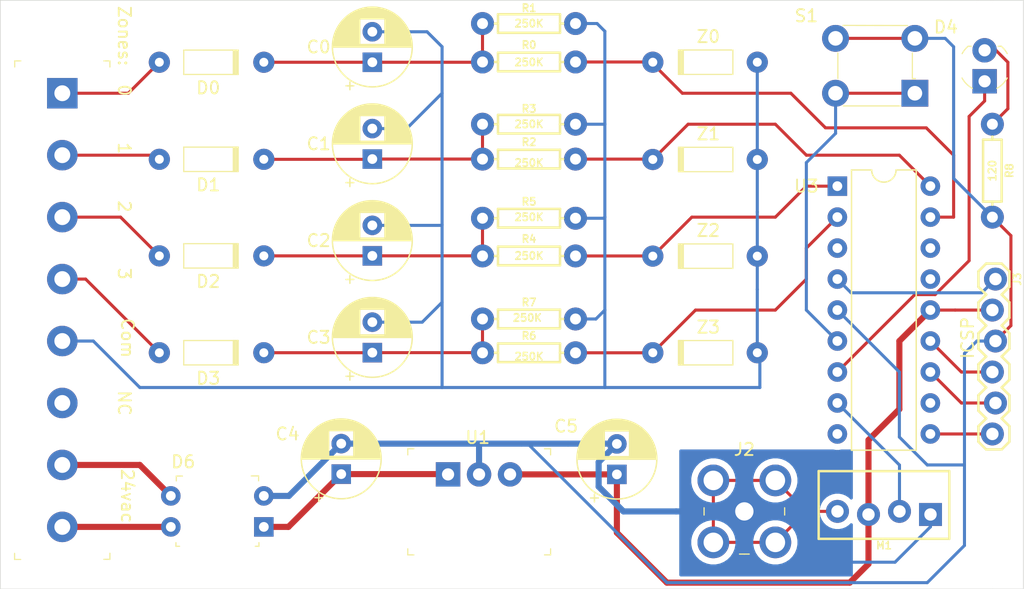
<source format=kicad_pcb>
(kicad_pcb (version 20171130) (host pcbnew "(5.1.7)-1")

  (general
    (thickness 1.6)
    (drawings 12)
    (tracks 194)
    (zones 0)
    (modules 32)
    (nets 34)
  )

  (page A4)
  (layers
    (0 F.Cu signal)
    (31 B.Cu signal)
    (32 B.Adhes user)
    (33 F.Adhes user)
    (34 B.Paste user)
    (35 F.Paste user)
    (36 B.SilkS user)
    (37 F.SilkS user)
    (38 B.Mask user)
    (39 F.Mask user)
    (40 Dwgs.User user)
    (41 Cmts.User user)
    (42 Eco1.User user)
    (43 Eco2.User user)
    (44 Edge.Cuts user)
    (45 Margin user)
    (46 B.CrtYd user)
    (47 F.CrtYd user)
    (48 B.Fab user hide)
    (49 F.Fab user hide)
  )

  (setup
    (last_trace_width 0.25)
    (trace_clearance 0.2)
    (zone_clearance 0.508)
    (zone_45_only no)
    (trace_min 0.2)
    (via_size 0.8)
    (via_drill 0.4)
    (via_min_size 0.4)
    (via_min_drill 0.3)
    (uvia_size 0.3)
    (uvia_drill 0.1)
    (uvias_allowed no)
    (uvia_min_size 0.2)
    (uvia_min_drill 0.1)
    (edge_width 0.05)
    (segment_width 0.2)
    (pcb_text_width 0.3)
    (pcb_text_size 1.5 1.5)
    (mod_edge_width 0.12)
    (mod_text_size 1 1)
    (mod_text_width 0.15)
    (pad_size 1.524 1.524)
    (pad_drill 0.762)
    (pad_to_mask_clearance 0)
    (aux_axis_origin 0 0)
    (visible_elements 7FFFFFFF)
    (pcbplotparams
      (layerselection 0x010fc_ffffffff)
      (usegerberextensions false)
      (usegerberattributes true)
      (usegerberadvancedattributes true)
      (creategerberjobfile true)
      (excludeedgelayer true)
      (linewidth 0.100000)
      (plotframeref false)
      (viasonmask false)
      (mode 1)
      (useauxorigin false)
      (hpglpennumber 1)
      (hpglpenspeed 20)
      (hpglpendiameter 15.000000)
      (psnegative false)
      (psa4output false)
      (plotreference true)
      (plotvalue true)
      (plotinvisibletext false)
      (padsonsilk false)
      (subtractmaskfromsilk false)
      (outputformat 1)
      (mirror false)
      (drillshape 1)
      (scaleselection 1)
      (outputdirectory ""))
  )

  (net 0 "")
  (net 1 "Net-(D1-PadA)")
  (net 2 "Net-(C1-Pad1)")
  (net 3 "Net-(D2-PadA)")
  (net 4 "Net-(C2-Pad1)")
  (net 5 "Net-(D3-PadA)")
  (net 6 "Net-(C3-Pad1)")
  (net 7 "Net-(C4-Pad1)")
  (net 8 IN_1)
  (net 9 IN_2)
  (net 10 IN_3)
  (net 11 D_GND)
  (net 12 D_VCC)
  (net 13 V_IN)
  (net 14 V_GND)
  (net 15 IN_0)
  (net 16 "Net-(M1-PadDATA)")
  (net 17 "Net-(J2-Pad2)")
  (net 18 "Net-(J3-Pad6)")
  (net 19 "Net-(J3-Pad5)")
  (net 20 "Net-(J3-Pad4)")
  (net 21 "Net-(J3-Pad1)")
  (net 22 "Net-(C0-Pad2)")
  (net 23 "Net-(C0-Pad1)")
  (net 24 "Net-(D0-PadA)")
  (net 25 "Net-(D4-Pad1)")
  (net 26 "Net-(D4-Pad2)")
  (net 27 "Net-(J1-Pad6)")
  (net 28 "Net-(U3-Pad9)")
  (net 29 "Net-(U3-Pad16)")
  (net 30 "Net-(U3-Pad15)")
  (net 31 IN_4)
  (net 32 "Net-(U3-Pad11)")
  (net 33 "Net-(S1-Pad1)")

  (net_class Default "This is the default net class."
    (clearance 0.2)
    (trace_width 0.25)
    (via_dia 0.8)
    (via_drill 0.4)
    (uvia_dia 0.3)
    (uvia_drill 0.1)
    (add_net D_GND)
    (add_net D_VCC)
    (add_net IN_0)
    (add_net IN_1)
    (add_net IN_2)
    (add_net IN_3)
    (add_net IN_4)
    (add_net "Net-(C0-Pad1)")
    (add_net "Net-(C0-Pad2)")
    (add_net "Net-(C1-Pad1)")
    (add_net "Net-(C2-Pad1)")
    (add_net "Net-(C3-Pad1)")
    (add_net "Net-(C4-Pad1)")
    (add_net "Net-(D0-PadA)")
    (add_net "Net-(D1-PadA)")
    (add_net "Net-(D2-PadA)")
    (add_net "Net-(D3-PadA)")
    (add_net "Net-(D4-Pad1)")
    (add_net "Net-(D4-Pad2)")
    (add_net "Net-(J1-Pad6)")
    (add_net "Net-(J2-Pad2)")
    (add_net "Net-(J3-Pad1)")
    (add_net "Net-(J3-Pad4)")
    (add_net "Net-(J3-Pad5)")
    (add_net "Net-(J3-Pad6)")
    (add_net "Net-(M1-PadDATA)")
    (add_net "Net-(S1-Pad1)")
    (add_net "Net-(U3-Pad11)")
    (add_net "Net-(U3-Pad15)")
    (add_net "Net-(U3-Pad16)")
    (add_net "Net-(U3-Pad9)")
    (add_net V_GND)
    (add_net V_IN)
  )

  (module Resistors:AXIAL-0.3 (layer F.Cu) (tedit 200000) (tstamp 5FA348A4)
    (at 134.62 67.31 270)
    (descr AXIAL-0.3)
    (tags AXIAL-0.3)
    (path /5FCB3A52)
    (attr virtual)
    (fp_text reference R8 (at 0 -1.397 270) (layer F.SilkS)
      (effects (font (size 0.6096 0.6096) (thickness 0.127)))
    )
    (fp_text value 120 (at 0 0 90) (layer F.SilkS)
      (effects (font (size 0.6096 0.6096) (thickness 0.127)))
    )
    (fp_line (start -2.54 -0.762) (end 2.54 -0.762) (layer F.SilkS) (width 0.2032))
    (fp_line (start 2.54 -0.762) (end 2.54 0) (layer F.SilkS) (width 0.2032))
    (fp_line (start 2.54 0) (end 2.54 0.762) (layer F.SilkS) (width 0.2032))
    (fp_line (start 2.54 0.762) (end -2.54 0.762) (layer F.SilkS) (width 0.2032))
    (fp_line (start -2.54 0.762) (end -2.54 0) (layer F.SilkS) (width 0.2032))
    (fp_line (start -2.54 0) (end -2.54 -0.762) (layer F.SilkS) (width 0.2032))
    (fp_line (start 2.54 0) (end 2.794 0) (layer F.SilkS) (width 0.2032))
    (fp_line (start -2.54 0) (end -2.794 0) (layer F.SilkS) (width 0.2032))
    (pad P$2 thru_hole circle (at 3.81 0 270) (size 1.8796 1.8796) (drill 0.89916) (layers *.Cu *.Mask)
      (net 11 D_GND) (solder_mask_margin 0.1016))
    (pad P$1 thru_hole circle (at -3.81 0 270) (size 1.8796 1.8796) (drill 0.89916) (layers *.Cu *.Mask)
      (net 26 "Net-(D4-Pad2)") (solder_mask_margin 0.1016))
  )

  (module Resistors:AXIAL-0.3 (layer F.Cu) (tedit 200000) (tstamp 5FA2766A)
    (at 96.65689 79.471777 180)
    (descr AXIAL-0.3)
    (tags AXIAL-0.3)
    (path /5FA75E1F)
    (attr virtual)
    (fp_text reference R7 (at 0 1.366777) (layer F.SilkS)
      (effects (font (size 0.6096 0.6096) (thickness 0.127)))
    )
    (fp_text value 250K (at 0.13689 0.096777) (layer F.SilkS)
      (effects (font (size 0.6096 0.6096) (thickness 0.127)))
    )
    (fp_line (start -2.54 -0.762) (end 2.54 -0.762) (layer F.SilkS) (width 0.2032))
    (fp_line (start 2.54 -0.762) (end 2.54 0) (layer F.SilkS) (width 0.2032))
    (fp_line (start 2.54 0) (end 2.54 0.762) (layer F.SilkS) (width 0.2032))
    (fp_line (start 2.54 0.762) (end -2.54 0.762) (layer F.SilkS) (width 0.2032))
    (fp_line (start -2.54 0.762) (end -2.54 0) (layer F.SilkS) (width 0.2032))
    (fp_line (start -2.54 0) (end -2.54 -0.762) (layer F.SilkS) (width 0.2032))
    (fp_line (start 2.54 0) (end 2.794 0) (layer F.SilkS) (width 0.2032))
    (fp_line (start -2.54 0) (end -2.794 0) (layer F.SilkS) (width 0.2032))
    (pad P$2 thru_hole circle (at 3.81 0 180) (size 1.8796 1.8796) (drill 0.89916) (layers *.Cu *.Mask)
      (net 6 "Net-(C3-Pad1)") (solder_mask_margin 0.1016))
    (pad P$1 thru_hole circle (at -3.81 0 180) (size 1.8796 1.8796) (drill 0.89916) (layers *.Cu *.Mask)
      (net 22 "Net-(C0-Pad2)") (solder_mask_margin 0.1016))
  )

  (module Resistors:AXIAL-0.3 (layer F.Cu) (tedit 200000) (tstamp 5FA276B0)
    (at 96.65689 82.244815)
    (descr AXIAL-0.3)
    (tags AXIAL-0.3)
    (path /5FA75E18)
    (attr virtual)
    (fp_text reference R6 (at 0 -1.397) (layer F.SilkS)
      (effects (font (size 0.6096 0.6096) (thickness 0.127)))
    )
    (fp_text value 250K (at 0 0.305185) (layer F.SilkS)
      (effects (font (size 0.6096 0.6096) (thickness 0.127)))
    )
    (fp_line (start -2.54 -0.762) (end 2.54 -0.762) (layer F.SilkS) (width 0.2032))
    (fp_line (start 2.54 -0.762) (end 2.54 0) (layer F.SilkS) (width 0.2032))
    (fp_line (start 2.54 0) (end 2.54 0.762) (layer F.SilkS) (width 0.2032))
    (fp_line (start 2.54 0.762) (end -2.54 0.762) (layer F.SilkS) (width 0.2032))
    (fp_line (start -2.54 0.762) (end -2.54 0) (layer F.SilkS) (width 0.2032))
    (fp_line (start -2.54 0) (end -2.54 -0.762) (layer F.SilkS) (width 0.2032))
    (fp_line (start 2.54 0) (end 2.794 0) (layer F.SilkS) (width 0.2032))
    (fp_line (start -2.54 0) (end -2.794 0) (layer F.SilkS) (width 0.2032))
    (pad P$2 thru_hole circle (at 3.81 0) (size 1.8796 1.8796) (drill 0.89916) (layers *.Cu *.Mask)
      (net 10 IN_3) (solder_mask_margin 0.1016))
    (pad P$1 thru_hole circle (at -3.81 0) (size 1.8796 1.8796) (drill 0.89916) (layers *.Cu *.Mask)
      (net 6 "Net-(C3-Pad1)") (solder_mask_margin 0.1016))
  )

  (module Resistors:AXIAL-0.3 (layer F.Cu) (tedit 200000) (tstamp 5FA2765C)
    (at 96.65689 71.209451 180)
    (descr AXIAL-0.3)
    (tags AXIAL-0.3)
    (path /5FA6E4A7)
    (attr virtual)
    (fp_text reference R5 (at 0 1.359451) (layer F.SilkS)
      (effects (font (size 0.6096 0.6096) (thickness 0.127)))
    )
    (fp_text value 250K (at 0 0.089451) (layer F.SilkS)
      (effects (font (size 0.6096 0.6096) (thickness 0.127)))
    )
    (fp_line (start -2.54 -0.762) (end 2.54 -0.762) (layer F.SilkS) (width 0.2032))
    (fp_line (start 2.54 -0.762) (end 2.54 0) (layer F.SilkS) (width 0.2032))
    (fp_line (start 2.54 0) (end 2.54 0.762) (layer F.SilkS) (width 0.2032))
    (fp_line (start 2.54 0.762) (end -2.54 0.762) (layer F.SilkS) (width 0.2032))
    (fp_line (start -2.54 0.762) (end -2.54 0) (layer F.SilkS) (width 0.2032))
    (fp_line (start -2.54 0) (end -2.54 -0.762) (layer F.SilkS) (width 0.2032))
    (fp_line (start 2.54 0) (end 2.794 0) (layer F.SilkS) (width 0.2032))
    (fp_line (start -2.54 0) (end -2.794 0) (layer F.SilkS) (width 0.2032))
    (pad P$2 thru_hole circle (at 3.81 0 180) (size 1.8796 1.8796) (drill 0.89916) (layers *.Cu *.Mask)
      (net 4 "Net-(C2-Pad1)") (solder_mask_margin 0.1016))
    (pad P$1 thru_hole circle (at -3.81 0 180) (size 1.8796 1.8796) (drill 0.89916) (layers *.Cu *.Mask)
      (net 22 "Net-(C0-Pad2)") (solder_mask_margin 0.1016))
  )

  (module Resistors:AXIAL-0.3 (layer F.Cu) (tedit 200000) (tstamp 5FA276A2)
    (at 96.65689 74.303375)
    (descr AXIAL-0.3)
    (tags AXIAL-0.3)
    (path /5FA6E4A0)
    (attr virtual)
    (fp_text reference R4 (at 0 -1.397) (layer F.SilkS)
      (effects (font (size 0.6096 0.6096) (thickness 0.127)))
    )
    (fp_text value 250K (at 0 -0.008375) (layer F.SilkS)
      (effects (font (size 0.6096 0.6096) (thickness 0.127)))
    )
    (fp_line (start -2.54 -0.762) (end 2.54 -0.762) (layer F.SilkS) (width 0.2032))
    (fp_line (start 2.54 -0.762) (end 2.54 0) (layer F.SilkS) (width 0.2032))
    (fp_line (start 2.54 0) (end 2.54 0.762) (layer F.SilkS) (width 0.2032))
    (fp_line (start 2.54 0.762) (end -2.54 0.762) (layer F.SilkS) (width 0.2032))
    (fp_line (start -2.54 0.762) (end -2.54 0) (layer F.SilkS) (width 0.2032))
    (fp_line (start -2.54 0) (end -2.54 -0.762) (layer F.SilkS) (width 0.2032))
    (fp_line (start 2.54 0) (end 2.794 0) (layer F.SilkS) (width 0.2032))
    (fp_line (start -2.54 0) (end -2.794 0) (layer F.SilkS) (width 0.2032))
    (pad P$2 thru_hole circle (at 3.81 0) (size 1.8796 1.8796) (drill 0.89916) (layers *.Cu *.Mask)
      (net 9 IN_2) (solder_mask_margin 0.1016))
    (pad P$1 thru_hole circle (at -3.81 0) (size 1.8796 1.8796) (drill 0.89916) (layers *.Cu *.Mask)
      (net 4 "Net-(C2-Pad1)") (solder_mask_margin 0.1016))
  )

  (module Resistors:AXIAL-0.3 (layer F.Cu) (tedit 200000) (tstamp 5FA2764E)
    (at 96.65689 63.5 180)
    (descr AXIAL-0.3)
    (tags AXIAL-0.3)
    (path /5FA67369)
    (attr virtual)
    (fp_text reference R3 (at 0 1.27) (layer F.SilkS)
      (effects (font (size 0.6096 0.6096) (thickness 0.127)))
    )
    (fp_text value 250K (at 0 0) (layer F.SilkS)
      (effects (font (size 0.6096 0.6096) (thickness 0.127)))
    )
    (fp_line (start -2.54 -0.762) (end 2.54 -0.762) (layer F.SilkS) (width 0.2032))
    (fp_line (start 2.54 -0.762) (end 2.54 0) (layer F.SilkS) (width 0.2032))
    (fp_line (start 2.54 0) (end 2.54 0.762) (layer F.SilkS) (width 0.2032))
    (fp_line (start 2.54 0.762) (end -2.54 0.762) (layer F.SilkS) (width 0.2032))
    (fp_line (start -2.54 0.762) (end -2.54 0) (layer F.SilkS) (width 0.2032))
    (fp_line (start -2.54 0) (end -2.54 -0.762) (layer F.SilkS) (width 0.2032))
    (fp_line (start 2.54 0) (end 2.794 0) (layer F.SilkS) (width 0.2032))
    (fp_line (start -2.54 0) (end -2.794 0) (layer F.SilkS) (width 0.2032))
    (pad P$2 thru_hole circle (at 3.81 0 180) (size 1.8796 1.8796) (drill 0.89916) (layers *.Cu *.Mask)
      (net 2 "Net-(C1-Pad1)") (solder_mask_margin 0.1016))
    (pad P$1 thru_hole circle (at -3.81 0 180) (size 1.8796 1.8796) (drill 0.89916) (layers *.Cu *.Mask)
      (net 22 "Net-(C0-Pad2)") (solder_mask_margin 0.1016))
  )

  (module Resistors:AXIAL-0.3 (layer F.Cu) (tedit 200000) (tstamp 5FA27694)
    (at 96.65689 66.361934)
    (descr AXIAL-0.3)
    (tags AXIAL-0.3)
    (path /5FA67362)
    (attr virtual)
    (fp_text reference R2 (at 0 -1.397) (layer F.SilkS)
      (effects (font (size 0.6096 0.6096) (thickness 0.127)))
    )
    (fp_text value 250K (at 0 0.313066) (layer F.SilkS)
      (effects (font (size 0.6096 0.6096) (thickness 0.127)))
    )
    (fp_line (start -2.54 -0.762) (end 2.54 -0.762) (layer F.SilkS) (width 0.2032))
    (fp_line (start 2.54 -0.762) (end 2.54 0) (layer F.SilkS) (width 0.2032))
    (fp_line (start 2.54 0) (end 2.54 0.762) (layer F.SilkS) (width 0.2032))
    (fp_line (start 2.54 0.762) (end -2.54 0.762) (layer F.SilkS) (width 0.2032))
    (fp_line (start -2.54 0.762) (end -2.54 0) (layer F.SilkS) (width 0.2032))
    (fp_line (start -2.54 0) (end -2.54 -0.762) (layer F.SilkS) (width 0.2032))
    (fp_line (start 2.54 0) (end 2.794 0) (layer F.SilkS) (width 0.2032))
    (fp_line (start -2.54 0) (end -2.794 0) (layer F.SilkS) (width 0.2032))
    (pad P$2 thru_hole circle (at 3.81 0) (size 1.8796 1.8796) (drill 0.89916) (layers *.Cu *.Mask)
      (net 8 IN_1) (solder_mask_margin 0.1016))
    (pad P$1 thru_hole circle (at -3.81 0) (size 1.8796 1.8796) (drill 0.89916) (layers *.Cu *.Mask)
      (net 2 "Net-(C1-Pad1)") (solder_mask_margin 0.1016))
  )

  (module Resistors:AXIAL-0.3 (layer F.Cu) (tedit 200000) (tstamp 5FA27640)
    (at 96.65689 55.245 180)
    (descr AXIAL-0.3)
    (tags AXIAL-0.3)
    (path /5FA2F84C)
    (attr virtual)
    (fp_text reference R1 (at 0 1.27) (layer F.SilkS)
      (effects (font (size 0.6096 0.6096) (thickness 0.127)))
    )
    (fp_text value 250K (at 0 0) (layer F.SilkS)
      (effects (font (size 0.6096 0.6096) (thickness 0.127)))
    )
    (fp_line (start -2.54 -0.762) (end 2.54 -0.762) (layer F.SilkS) (width 0.2032))
    (fp_line (start 2.54 -0.762) (end 2.54 0) (layer F.SilkS) (width 0.2032))
    (fp_line (start 2.54 0) (end 2.54 0.762) (layer F.SilkS) (width 0.2032))
    (fp_line (start 2.54 0.762) (end -2.54 0.762) (layer F.SilkS) (width 0.2032))
    (fp_line (start -2.54 0.762) (end -2.54 0) (layer F.SilkS) (width 0.2032))
    (fp_line (start -2.54 0) (end -2.54 -0.762) (layer F.SilkS) (width 0.2032))
    (fp_line (start 2.54 0) (end 2.794 0) (layer F.SilkS) (width 0.2032))
    (fp_line (start -2.54 0) (end -2.794 0) (layer F.SilkS) (width 0.2032))
    (pad P$2 thru_hole circle (at 3.81 0 180) (size 1.8796 1.8796) (drill 0.89916) (layers *.Cu *.Mask)
      (net 23 "Net-(C0-Pad1)") (solder_mask_margin 0.1016))
    (pad P$1 thru_hole circle (at -3.81 0 180) (size 1.8796 1.8796) (drill 0.89916) (layers *.Cu *.Mask)
      (net 22 "Net-(C0-Pad2)") (solder_mask_margin 0.1016))
  )

  (module Resistors:AXIAL-0.3 (layer F.Cu) (tedit 200000) (tstamp 5FA27686)
    (at 96.65689 58.398186)
    (descr AXIAL-0.3)
    (tags AXIAL-0.3)
    (path /5FA2E516)
    (attr virtual)
    (fp_text reference R0 (at 0 -1.397) (layer F.SilkS)
      (effects (font (size 0.6096 0.6096) (thickness 0.127)))
    )
    (fp_text value 250K (at 0 0.021814) (layer F.SilkS)
      (effects (font (size 0.6096 0.6096) (thickness 0.127)))
    )
    (fp_line (start -2.54 -0.762) (end 2.54 -0.762) (layer F.SilkS) (width 0.2032))
    (fp_line (start 2.54 -0.762) (end 2.54 0) (layer F.SilkS) (width 0.2032))
    (fp_line (start 2.54 0) (end 2.54 0.762) (layer F.SilkS) (width 0.2032))
    (fp_line (start 2.54 0.762) (end -2.54 0.762) (layer F.SilkS) (width 0.2032))
    (fp_line (start -2.54 0.762) (end -2.54 0) (layer F.SilkS) (width 0.2032))
    (fp_line (start -2.54 0) (end -2.54 -0.762) (layer F.SilkS) (width 0.2032))
    (fp_line (start 2.54 0) (end 2.794 0) (layer F.SilkS) (width 0.2032))
    (fp_line (start -2.54 0) (end -2.794 0) (layer F.SilkS) (width 0.2032))
    (pad P$2 thru_hole circle (at 3.81 0) (size 1.8796 1.8796) (drill 0.89916) (layers *.Cu *.Mask)
      (net 15 IN_0) (solder_mask_margin 0.1016))
    (pad P$1 thru_hole circle (at -3.81 0) (size 1.8796 1.8796) (drill 0.89916) (layers *.Cu *.Mask)
      (net 23 "Net-(C0-Pad1)") (solder_mask_margin 0.1016))
  )

  (module RF:RF-LINK_TX (layer F.Cu) (tedit 596319AE) (tstamp 5FA2F6C9)
    (at 125.74016 95.37446 180)
    (descr "RF LINK TRANSMITTER, PTH PACKAGE")
    (tags "RF LINK TRANSMITTER, PTH PACKAGE")
    (path /5FBDB108)
    (attr virtual)
    (fp_text reference M1 (at 0 -2.667) (layer F.SilkS)
      (effects (font (size 0.6096 0.6096) (thickness 0.127)))
    )
    (fp_text value RF-LINK_TX (at 0 4.064) (layer F.SilkS) hide
      (effects (font (size 0.6096 0.6096) (thickness 0.127)))
    )
    (fp_line (start 5.35178 -2.12598) (end -5.35178 -2.12598) (layer F.SilkS) (width 0.2032))
    (fp_line (start -5.22478 -1.99898) (end -5.22478 3.29946) (layer Dwgs.User) (width 0.127))
    (fp_line (start -5.22478 3.29946) (end 5.22478 3.29946) (layer Dwgs.User) (width 0.127))
    (fp_line (start 5.22478 3.29946) (end 5.22478 -1.99898) (layer Dwgs.User) (width 0.127))
    (fp_line (start -5.35178 -2.12598) (end -5.35178 3.42646) (layer F.SilkS) (width 0.2032))
    (fp_line (start 5.22478 -1.99898) (end -5.22478 -1.99898) (layer Dwgs.User) (width 0.127))
    (fp_line (start 5.35178 3.42646) (end 5.35178 -2.12598) (layer F.SilkS) (width 0.2032))
    (fp_line (start -5.35178 3.42646) (end 5.35178 3.42646) (layer F.SilkS) (width 0.2032))
    (fp_text user ANT (at 3.7846 2.0828 90) (layer F.SilkS) hide
      (effects (font (size 0.8128 0.8128) (thickness 0.127)))
    )
    (fp_text user VCC (at 1.2446 2.0828 90) (layer F.SilkS) hide
      (effects (font (size 0.8128 0.8128) (thickness 0.127)))
    )
    (fp_text user DIN (at -1.2954 2.2098 90) (layer F.SilkS) hide
      (effects (font (size 0.8128 0.8128) (thickness 0.127)))
    )
    (fp_text user GND (at -3.8354 2.0828 90) (layer F.SilkS) hide
      (effects (font (size 0.8128 0.8128) (thickness 0.127)))
    )
    (pad VCC thru_hole circle (at 1.27 -0.127 180) (size 1.8796 1.8796) (drill 1.016) (layers *.Cu *.Mask)
      (net 12 D_VCC) (solder_mask_margin 0.1016))
    (pad GND thru_hole rect (at -3.81 -0.127 180) (size 1.8796 1.8796) (drill 1.016) (layers *.Cu *.Mask)
      (net 11 D_GND) (solder_mask_margin 0.1016))
    (pad DATA thru_hole circle (at -1.27 0.127 180) (size 1.8796 1.8796) (drill 1.016) (layers *.Cu *.Mask)
      (net 16 "Net-(M1-PadDATA)") (solder_mask_margin 0.1016))
    (pad ANT thru_hole circle (at 3.81 0.127 180) (size 1.8796 1.8796) (drill 1.016) (layers *.Cu *.Mask)
      (net 17 "Net-(J2-Pad2)") (solder_mask_margin 0.1016))
  )

  (module Connectors:1X06_LOCK (layer F.Cu) (tedit 5963D535) (tstamp 5FA30B2B)
    (at 134.874 76.2 270)
    (descr "PLATED THROUGH HOLE - 6 PIN WITH LOCKING FOOTPRINT")
    (tags "PLATED THROUGH HOLE - 6 PIN WITH LOCKING FOOTPRINT")
    (path /5FC22147)
    (attr virtual)
    (fp_text reference J3 (at 0 -1.778 270) (layer F.SilkS)
      (effects (font (size 0.6096 0.6096) (thickness 0.127)))
    )
    (fp_text value CONN_06LOCK (at 0 2.159 90) (layer F.SilkS) hide
      (effects (font (size 0.6096 0.6096) (thickness 0.127)))
    )
    (fp_line (start -1.27 -0.508) (end -0.635 -1.143) (layer F.SilkS) (width 0.2032))
    (fp_line (start -0.635 -1.143) (end 0.635 -1.143) (layer F.SilkS) (width 0.2032))
    (fp_line (start 0.635 -1.143) (end 1.27 -0.508) (layer F.SilkS) (width 0.2032))
    (fp_line (start 1.27 -0.508) (end 1.905 -1.143) (layer F.SilkS) (width 0.2032))
    (fp_line (start 1.905 -1.143) (end 3.175 -1.143) (layer F.SilkS) (width 0.2032))
    (fp_line (start 3.175 -1.143) (end 3.81 -0.508) (layer F.SilkS) (width 0.2032))
    (fp_line (start 3.81 -0.508) (end 4.445 -1.143) (layer F.SilkS) (width 0.2032))
    (fp_line (start 4.445 -1.143) (end 5.715 -1.143) (layer F.SilkS) (width 0.2032))
    (fp_line (start 5.715 -1.143) (end 6.35 -0.508) (layer F.SilkS) (width 0.2032))
    (fp_line (start 6.35 -0.508) (end 6.985 -1.143) (layer F.SilkS) (width 0.2032))
    (fp_line (start 6.985 -1.143) (end 8.255 -1.143) (layer F.SilkS) (width 0.2032))
    (fp_line (start 8.255 -1.143) (end 8.89 -0.508) (layer F.SilkS) (width 0.2032))
    (fp_line (start 8.89 -0.508) (end 9.525 -1.143) (layer F.SilkS) (width 0.2032))
    (fp_line (start 9.525 -1.143) (end 10.795 -1.143) (layer F.SilkS) (width 0.2032))
    (fp_line (start 10.795 -1.143) (end 11.43 -0.508) (layer F.SilkS) (width 0.2032))
    (fp_line (start 11.43 -0.508) (end 12.065 -1.143) (layer F.SilkS) (width 0.2032))
    (fp_line (start 12.065 -1.143) (end 13.335 -1.143) (layer F.SilkS) (width 0.2032))
    (fp_line (start 13.335 -1.143) (end 13.97 -0.508) (layer F.SilkS) (width 0.2032))
    (fp_line (start 13.97 -0.508) (end 13.97 0.762) (layer F.SilkS) (width 0.2032))
    (fp_line (start 13.97 0.762) (end 13.335 1.397) (layer F.SilkS) (width 0.2032))
    (fp_line (start 13.335 1.397) (end 12.065 1.397) (layer F.SilkS) (width 0.2032))
    (fp_line (start 12.065 1.397) (end 11.43 0.762) (layer F.SilkS) (width 0.2032))
    (fp_line (start 11.43 0.762) (end 10.795 1.397) (layer F.SilkS) (width 0.2032))
    (fp_line (start 10.795 1.397) (end 9.525 1.397) (layer F.SilkS) (width 0.2032))
    (fp_line (start 9.525 1.397) (end 8.89 0.762) (layer F.SilkS) (width 0.2032))
    (fp_line (start 8.89 0.762) (end 8.255 1.397) (layer F.SilkS) (width 0.2032))
    (fp_line (start 8.255 1.397) (end 6.985 1.397) (layer F.SilkS) (width 0.2032))
    (fp_line (start 6.985 1.397) (end 6.35 0.762) (layer F.SilkS) (width 0.2032))
    (fp_line (start 6.35 0.762) (end 5.715 1.397) (layer F.SilkS) (width 0.2032))
    (fp_line (start 5.715 1.397) (end 4.445 1.397) (layer F.SilkS) (width 0.2032))
    (fp_line (start 4.445 1.397) (end 3.81 0.762) (layer F.SilkS) (width 0.2032))
    (fp_line (start 3.81 0.762) (end 3.175 1.397) (layer F.SilkS) (width 0.2032))
    (fp_line (start 3.175 1.397) (end 1.905 1.397) (layer F.SilkS) (width 0.2032))
    (fp_line (start 1.905 1.397) (end 1.27 0.762) (layer F.SilkS) (width 0.2032))
    (fp_line (start 1.27 0.762) (end 0.635 1.397) (layer F.SilkS) (width 0.2032))
    (fp_line (start 0.635 1.397) (end -0.635 1.397) (layer F.SilkS) (width 0.2032))
    (fp_line (start -0.635 1.397) (end -1.27 0.762) (layer F.SilkS) (width 0.2032))
    (fp_line (start -1.27 0.762) (end -1.27 -0.508) (layer F.SilkS) (width 0.2032))
    (pad 6 thru_hole circle (at 12.7 0.254 270) (size 1.8796 1.8796) (drill 1.016) (layers *.Cu *.Mask)
      (net 18 "Net-(J3-Pad6)") (solder_mask_margin 0.1016))
    (pad 5 thru_hole circle (at 10.16 0 270) (size 1.8796 1.8796) (drill 1.016) (layers *.Cu *.Mask)
      (net 19 "Net-(J3-Pad5)") (solder_mask_margin 0.1016))
    (pad 4 thru_hole circle (at 7.62 0.254 270) (size 1.8796 1.8796) (drill 1.016) (layers *.Cu *.Mask)
      (net 20 "Net-(J3-Pad4)") (solder_mask_margin 0.1016))
    (pad 3 thru_hole circle (at 5.08 0 270) (size 1.8796 1.8796) (drill 1.016) (layers *.Cu *.Mask)
      (net 11 D_GND) (solder_mask_margin 0.1016))
    (pad 2 thru_hole circle (at 2.54 0.254 270) (size 1.8796 1.8796) (drill 1.016) (layers *.Cu *.Mask)
      (net 12 D_VCC) (solder_mask_margin 0.1016))
    (pad 1 thru_hole circle (at 0 0 270) (size 1.8796 1.8796) (drill 1.016) (layers *.Cu *.Mask)
      (net 21 "Net-(J3-Pad1)") (solder_mask_margin 0.1016))
  )

  (module Capacitor_THT:CP_Radial_D6.3mm_P2.50mm locked (layer F.Cu) (tedit 5AE50EF0) (tstamp 5FA274F2)
    (at 83.82 58.42 90)
    (descr "CP, Radial series, Radial, pin pitch=2.50mm, , diameter=6.3mm, Electrolytic Capacitor")
    (tags "CP Radial series Radial pin pitch 2.50mm  diameter 6.3mm Electrolytic Capacitor")
    (path /5FA31756)
    (fp_text reference C0 (at 1.25 -4.4 180) (layer F.SilkS)
      (effects (font (size 1 1) (thickness 0.15)))
    )
    (fp_text value 100nF (at 1.25 4.4 90) (layer F.Fab)
      (effects (font (size 1 1) (thickness 0.15)))
    )
    (fp_circle (center 1.25 0) (end 4.4 0) (layer F.Fab) (width 0.1))
    (fp_circle (center 1.25 0) (end 4.52 0) (layer F.SilkS) (width 0.12))
    (fp_circle (center 1.25 0) (end 4.65 0) (layer F.CrtYd) (width 0.05))
    (fp_line (start -1.443972 -1.3735) (end -0.813972 -1.3735) (layer F.Fab) (width 0.1))
    (fp_line (start -1.128972 -1.6885) (end -1.128972 -1.0585) (layer F.Fab) (width 0.1))
    (fp_line (start 1.25 -3.23) (end 1.25 3.23) (layer F.SilkS) (width 0.12))
    (fp_line (start 1.29 -3.23) (end 1.29 3.23) (layer F.SilkS) (width 0.12))
    (fp_line (start 1.33 -3.23) (end 1.33 3.23) (layer F.SilkS) (width 0.12))
    (fp_line (start 1.37 -3.228) (end 1.37 3.228) (layer F.SilkS) (width 0.12))
    (fp_line (start 1.41 -3.227) (end 1.41 3.227) (layer F.SilkS) (width 0.12))
    (fp_line (start 1.45 -3.224) (end 1.45 3.224) (layer F.SilkS) (width 0.12))
    (fp_line (start 1.49 -3.222) (end 1.49 -1.04) (layer F.SilkS) (width 0.12))
    (fp_line (start 1.49 1.04) (end 1.49 3.222) (layer F.SilkS) (width 0.12))
    (fp_line (start 1.53 -3.218) (end 1.53 -1.04) (layer F.SilkS) (width 0.12))
    (fp_line (start 1.53 1.04) (end 1.53 3.218) (layer F.SilkS) (width 0.12))
    (fp_line (start 1.57 -3.215) (end 1.57 -1.04) (layer F.SilkS) (width 0.12))
    (fp_line (start 1.57 1.04) (end 1.57 3.215) (layer F.SilkS) (width 0.12))
    (fp_line (start 1.61 -3.211) (end 1.61 -1.04) (layer F.SilkS) (width 0.12))
    (fp_line (start 1.61 1.04) (end 1.61 3.211) (layer F.SilkS) (width 0.12))
    (fp_line (start 1.65 -3.206) (end 1.65 -1.04) (layer F.SilkS) (width 0.12))
    (fp_line (start 1.65 1.04) (end 1.65 3.206) (layer F.SilkS) (width 0.12))
    (fp_line (start 1.69 -3.201) (end 1.69 -1.04) (layer F.SilkS) (width 0.12))
    (fp_line (start 1.69 1.04) (end 1.69 3.201) (layer F.SilkS) (width 0.12))
    (fp_line (start 1.73 -3.195) (end 1.73 -1.04) (layer F.SilkS) (width 0.12))
    (fp_line (start 1.73 1.04) (end 1.73 3.195) (layer F.SilkS) (width 0.12))
    (fp_line (start 1.77 -3.189) (end 1.77 -1.04) (layer F.SilkS) (width 0.12))
    (fp_line (start 1.77 1.04) (end 1.77 3.189) (layer F.SilkS) (width 0.12))
    (fp_line (start 1.81 -3.182) (end 1.81 -1.04) (layer F.SilkS) (width 0.12))
    (fp_line (start 1.81 1.04) (end 1.81 3.182) (layer F.SilkS) (width 0.12))
    (fp_line (start 1.85 -3.175) (end 1.85 -1.04) (layer F.SilkS) (width 0.12))
    (fp_line (start 1.85 1.04) (end 1.85 3.175) (layer F.SilkS) (width 0.12))
    (fp_line (start 1.89 -3.167) (end 1.89 -1.04) (layer F.SilkS) (width 0.12))
    (fp_line (start 1.89 1.04) (end 1.89 3.167) (layer F.SilkS) (width 0.12))
    (fp_line (start 1.93 -3.159) (end 1.93 -1.04) (layer F.SilkS) (width 0.12))
    (fp_line (start 1.93 1.04) (end 1.93 3.159) (layer F.SilkS) (width 0.12))
    (fp_line (start 1.971 -3.15) (end 1.971 -1.04) (layer F.SilkS) (width 0.12))
    (fp_line (start 1.971 1.04) (end 1.971 3.15) (layer F.SilkS) (width 0.12))
    (fp_line (start 2.011 -3.141) (end 2.011 -1.04) (layer F.SilkS) (width 0.12))
    (fp_line (start 2.011 1.04) (end 2.011 3.141) (layer F.SilkS) (width 0.12))
    (fp_line (start 2.051 -3.131) (end 2.051 -1.04) (layer F.SilkS) (width 0.12))
    (fp_line (start 2.051 1.04) (end 2.051 3.131) (layer F.SilkS) (width 0.12))
    (fp_line (start 2.091 -3.121) (end 2.091 -1.04) (layer F.SilkS) (width 0.12))
    (fp_line (start 2.091 1.04) (end 2.091 3.121) (layer F.SilkS) (width 0.12))
    (fp_line (start 2.131 -3.11) (end 2.131 -1.04) (layer F.SilkS) (width 0.12))
    (fp_line (start 2.131 1.04) (end 2.131 3.11) (layer F.SilkS) (width 0.12))
    (fp_line (start 2.171 -3.098) (end 2.171 -1.04) (layer F.SilkS) (width 0.12))
    (fp_line (start 2.171 1.04) (end 2.171 3.098) (layer F.SilkS) (width 0.12))
    (fp_line (start 2.211 -3.086) (end 2.211 -1.04) (layer F.SilkS) (width 0.12))
    (fp_line (start 2.211 1.04) (end 2.211 3.086) (layer F.SilkS) (width 0.12))
    (fp_line (start 2.251 -3.074) (end 2.251 -1.04) (layer F.SilkS) (width 0.12))
    (fp_line (start 2.251 1.04) (end 2.251 3.074) (layer F.SilkS) (width 0.12))
    (fp_line (start 2.291 -3.061) (end 2.291 -1.04) (layer F.SilkS) (width 0.12))
    (fp_line (start 2.291 1.04) (end 2.291 3.061) (layer F.SilkS) (width 0.12))
    (fp_line (start 2.331 -3.047) (end 2.331 -1.04) (layer F.SilkS) (width 0.12))
    (fp_line (start 2.331 1.04) (end 2.331 3.047) (layer F.SilkS) (width 0.12))
    (fp_line (start 2.371 -3.033) (end 2.371 -1.04) (layer F.SilkS) (width 0.12))
    (fp_line (start 2.371 1.04) (end 2.371 3.033) (layer F.SilkS) (width 0.12))
    (fp_line (start 2.411 -3.018) (end 2.411 -1.04) (layer F.SilkS) (width 0.12))
    (fp_line (start 2.411 1.04) (end 2.411 3.018) (layer F.SilkS) (width 0.12))
    (fp_line (start 2.451 -3.002) (end 2.451 -1.04) (layer F.SilkS) (width 0.12))
    (fp_line (start 2.451 1.04) (end 2.451 3.002) (layer F.SilkS) (width 0.12))
    (fp_line (start 2.491 -2.986) (end 2.491 -1.04) (layer F.SilkS) (width 0.12))
    (fp_line (start 2.491 1.04) (end 2.491 2.986) (layer F.SilkS) (width 0.12))
    (fp_line (start 2.531 -2.97) (end 2.531 -1.04) (layer F.SilkS) (width 0.12))
    (fp_line (start 2.531 1.04) (end 2.531 2.97) (layer F.SilkS) (width 0.12))
    (fp_line (start 2.571 -2.952) (end 2.571 -1.04) (layer F.SilkS) (width 0.12))
    (fp_line (start 2.571 1.04) (end 2.571 2.952) (layer F.SilkS) (width 0.12))
    (fp_line (start 2.611 -2.934) (end 2.611 -1.04) (layer F.SilkS) (width 0.12))
    (fp_line (start 2.611 1.04) (end 2.611 2.934) (layer F.SilkS) (width 0.12))
    (fp_line (start 2.651 -2.916) (end 2.651 -1.04) (layer F.SilkS) (width 0.12))
    (fp_line (start 2.651 1.04) (end 2.651 2.916) (layer F.SilkS) (width 0.12))
    (fp_line (start 2.691 -2.896) (end 2.691 -1.04) (layer F.SilkS) (width 0.12))
    (fp_line (start 2.691 1.04) (end 2.691 2.896) (layer F.SilkS) (width 0.12))
    (fp_line (start 2.731 -2.876) (end 2.731 -1.04) (layer F.SilkS) (width 0.12))
    (fp_line (start 2.731 1.04) (end 2.731 2.876) (layer F.SilkS) (width 0.12))
    (fp_line (start 2.771 -2.856) (end 2.771 -1.04) (layer F.SilkS) (width 0.12))
    (fp_line (start 2.771 1.04) (end 2.771 2.856) (layer F.SilkS) (width 0.12))
    (fp_line (start 2.811 -2.834) (end 2.811 -1.04) (layer F.SilkS) (width 0.12))
    (fp_line (start 2.811 1.04) (end 2.811 2.834) (layer F.SilkS) (width 0.12))
    (fp_line (start 2.851 -2.812) (end 2.851 -1.04) (layer F.SilkS) (width 0.12))
    (fp_line (start 2.851 1.04) (end 2.851 2.812) (layer F.SilkS) (width 0.12))
    (fp_line (start 2.891 -2.79) (end 2.891 -1.04) (layer F.SilkS) (width 0.12))
    (fp_line (start 2.891 1.04) (end 2.891 2.79) (layer F.SilkS) (width 0.12))
    (fp_line (start 2.931 -2.766) (end 2.931 -1.04) (layer F.SilkS) (width 0.12))
    (fp_line (start 2.931 1.04) (end 2.931 2.766) (layer F.SilkS) (width 0.12))
    (fp_line (start 2.971 -2.742) (end 2.971 -1.04) (layer F.SilkS) (width 0.12))
    (fp_line (start 2.971 1.04) (end 2.971 2.742) (layer F.SilkS) (width 0.12))
    (fp_line (start 3.011 -2.716) (end 3.011 -1.04) (layer F.SilkS) (width 0.12))
    (fp_line (start 3.011 1.04) (end 3.011 2.716) (layer F.SilkS) (width 0.12))
    (fp_line (start 3.051 -2.69) (end 3.051 -1.04) (layer F.SilkS) (width 0.12))
    (fp_line (start 3.051 1.04) (end 3.051 2.69) (layer F.SilkS) (width 0.12))
    (fp_line (start 3.091 -2.664) (end 3.091 -1.04) (layer F.SilkS) (width 0.12))
    (fp_line (start 3.091 1.04) (end 3.091 2.664) (layer F.SilkS) (width 0.12))
    (fp_line (start 3.131 -2.636) (end 3.131 -1.04) (layer F.SilkS) (width 0.12))
    (fp_line (start 3.131 1.04) (end 3.131 2.636) (layer F.SilkS) (width 0.12))
    (fp_line (start 3.171 -2.607) (end 3.171 -1.04) (layer F.SilkS) (width 0.12))
    (fp_line (start 3.171 1.04) (end 3.171 2.607) (layer F.SilkS) (width 0.12))
    (fp_line (start 3.211 -2.578) (end 3.211 -1.04) (layer F.SilkS) (width 0.12))
    (fp_line (start 3.211 1.04) (end 3.211 2.578) (layer F.SilkS) (width 0.12))
    (fp_line (start 3.251 -2.548) (end 3.251 -1.04) (layer F.SilkS) (width 0.12))
    (fp_line (start 3.251 1.04) (end 3.251 2.548) (layer F.SilkS) (width 0.12))
    (fp_line (start 3.291 -2.516) (end 3.291 -1.04) (layer F.SilkS) (width 0.12))
    (fp_line (start 3.291 1.04) (end 3.291 2.516) (layer F.SilkS) (width 0.12))
    (fp_line (start 3.331 -2.484) (end 3.331 -1.04) (layer F.SilkS) (width 0.12))
    (fp_line (start 3.331 1.04) (end 3.331 2.484) (layer F.SilkS) (width 0.12))
    (fp_line (start 3.371 -2.45) (end 3.371 -1.04) (layer F.SilkS) (width 0.12))
    (fp_line (start 3.371 1.04) (end 3.371 2.45) (layer F.SilkS) (width 0.12))
    (fp_line (start 3.411 -2.416) (end 3.411 -1.04) (layer F.SilkS) (width 0.12))
    (fp_line (start 3.411 1.04) (end 3.411 2.416) (layer F.SilkS) (width 0.12))
    (fp_line (start 3.451 -2.38) (end 3.451 -1.04) (layer F.SilkS) (width 0.12))
    (fp_line (start 3.451 1.04) (end 3.451 2.38) (layer F.SilkS) (width 0.12))
    (fp_line (start 3.491 -2.343) (end 3.491 -1.04) (layer F.SilkS) (width 0.12))
    (fp_line (start 3.491 1.04) (end 3.491 2.343) (layer F.SilkS) (width 0.12))
    (fp_line (start 3.531 -2.305) (end 3.531 -1.04) (layer F.SilkS) (width 0.12))
    (fp_line (start 3.531 1.04) (end 3.531 2.305) (layer F.SilkS) (width 0.12))
    (fp_line (start 3.571 -2.265) (end 3.571 2.265) (layer F.SilkS) (width 0.12))
    (fp_line (start 3.611 -2.224) (end 3.611 2.224) (layer F.SilkS) (width 0.12))
    (fp_line (start 3.651 -2.182) (end 3.651 2.182) (layer F.SilkS) (width 0.12))
    (fp_line (start 3.691 -2.137) (end 3.691 2.137) (layer F.SilkS) (width 0.12))
    (fp_line (start 3.731 -2.092) (end 3.731 2.092) (layer F.SilkS) (width 0.12))
    (fp_line (start 3.771 -2.044) (end 3.771 2.044) (layer F.SilkS) (width 0.12))
    (fp_line (start 3.811 -1.995) (end 3.811 1.995) (layer F.SilkS) (width 0.12))
    (fp_line (start 3.851 -1.944) (end 3.851 1.944) (layer F.SilkS) (width 0.12))
    (fp_line (start 3.891 -1.89) (end 3.891 1.89) (layer F.SilkS) (width 0.12))
    (fp_line (start 3.931 -1.834) (end 3.931 1.834) (layer F.SilkS) (width 0.12))
    (fp_line (start 3.971 -1.776) (end 3.971 1.776) (layer F.SilkS) (width 0.12))
    (fp_line (start 4.011 -1.714) (end 4.011 1.714) (layer F.SilkS) (width 0.12))
    (fp_line (start 4.051 -1.65) (end 4.051 1.65) (layer F.SilkS) (width 0.12))
    (fp_line (start 4.091 -1.581) (end 4.091 1.581) (layer F.SilkS) (width 0.12))
    (fp_line (start 4.131 -1.509) (end 4.131 1.509) (layer F.SilkS) (width 0.12))
    (fp_line (start 4.171 -1.432) (end 4.171 1.432) (layer F.SilkS) (width 0.12))
    (fp_line (start 4.211 -1.35) (end 4.211 1.35) (layer F.SilkS) (width 0.12))
    (fp_line (start 4.251 -1.262) (end 4.251 1.262) (layer F.SilkS) (width 0.12))
    (fp_line (start 4.291 -1.165) (end 4.291 1.165) (layer F.SilkS) (width 0.12))
    (fp_line (start 4.331 -1.059) (end 4.331 1.059) (layer F.SilkS) (width 0.12))
    (fp_line (start 4.371 -0.94) (end 4.371 0.94) (layer F.SilkS) (width 0.12))
    (fp_line (start 4.411 -0.802) (end 4.411 0.802) (layer F.SilkS) (width 0.12))
    (fp_line (start 4.451 -0.633) (end 4.451 0.633) (layer F.SilkS) (width 0.12))
    (fp_line (start 4.491 -0.402) (end 4.491 0.402) (layer F.SilkS) (width 0.12))
    (fp_line (start -2.250241 -1.839) (end -1.620241 -1.839) (layer F.SilkS) (width 0.12))
    (fp_line (start -1.935241 -2.154) (end -1.935241 -1.524) (layer F.SilkS) (width 0.12))
    (fp_text user %R (at 1.25 0 90) (layer F.Fab)
      (effects (font (size 1 1) (thickness 0.15)))
    )
    (pad 2 thru_hole circle (at 2.5 0 90) (size 1.6 1.6) (drill 0.8) (layers *.Cu *.Mask)
      (net 22 "Net-(C0-Pad2)"))
    (pad 1 thru_hole rect (at 0 0 90) (size 1.6 1.6) (drill 0.8) (layers *.Cu *.Mask)
      (net 23 "Net-(C0-Pad1)"))
    (model ${KISYS3DMOD}/Capacitor_THT.3dshapes/CP_Radial_D6.3mm_P2.50mm.wrl
      (at (xyz 0 0 0))
      (scale (xyz 1 1 1))
      (rotate (xyz 0 0 0))
    )
  )

  (module Capacitor_THT:CP_Radial_D6.3mm_P2.50mm (layer F.Cu) (tedit 5AE50EF0) (tstamp 5FA274FC)
    (at 83.82 66.3575 90)
    (descr "CP, Radial series, Radial, pin pitch=2.50mm, , diameter=6.3mm, Electrolytic Capacitor")
    (tags "CP Radial series Radial pin pitch 2.50mm  diameter 6.3mm Electrolytic Capacitor")
    (path /5FA67370)
    (fp_text reference C1 (at 1.25 -4.4 180) (layer F.SilkS)
      (effects (font (size 1 1) (thickness 0.15)))
    )
    (fp_text value 100nF (at 1.25 4.4 90) (layer F.Fab)
      (effects (font (size 1 1) (thickness 0.15)))
    )
    (fp_circle (center 1.25 0) (end 4.4 0) (layer F.Fab) (width 0.1))
    (fp_circle (center 1.25 0) (end 4.52 0) (layer F.SilkS) (width 0.12))
    (fp_circle (center 1.25 0) (end 4.65 0) (layer F.CrtYd) (width 0.05))
    (fp_line (start -1.443972 -1.3735) (end -0.813972 -1.3735) (layer F.Fab) (width 0.1))
    (fp_line (start -1.128972 -1.6885) (end -1.128972 -1.0585) (layer F.Fab) (width 0.1))
    (fp_line (start 1.25 -3.23) (end 1.25 3.23) (layer F.SilkS) (width 0.12))
    (fp_line (start 1.29 -3.23) (end 1.29 3.23) (layer F.SilkS) (width 0.12))
    (fp_line (start 1.33 -3.23) (end 1.33 3.23) (layer F.SilkS) (width 0.12))
    (fp_line (start 1.37 -3.228) (end 1.37 3.228) (layer F.SilkS) (width 0.12))
    (fp_line (start 1.41 -3.227) (end 1.41 3.227) (layer F.SilkS) (width 0.12))
    (fp_line (start 1.45 -3.224) (end 1.45 3.224) (layer F.SilkS) (width 0.12))
    (fp_line (start 1.49 -3.222) (end 1.49 -1.04) (layer F.SilkS) (width 0.12))
    (fp_line (start 1.49 1.04) (end 1.49 3.222) (layer F.SilkS) (width 0.12))
    (fp_line (start 1.53 -3.218) (end 1.53 -1.04) (layer F.SilkS) (width 0.12))
    (fp_line (start 1.53 1.04) (end 1.53 3.218) (layer F.SilkS) (width 0.12))
    (fp_line (start 1.57 -3.215) (end 1.57 -1.04) (layer F.SilkS) (width 0.12))
    (fp_line (start 1.57 1.04) (end 1.57 3.215) (layer F.SilkS) (width 0.12))
    (fp_line (start 1.61 -3.211) (end 1.61 -1.04) (layer F.SilkS) (width 0.12))
    (fp_line (start 1.61 1.04) (end 1.61 3.211) (layer F.SilkS) (width 0.12))
    (fp_line (start 1.65 -3.206) (end 1.65 -1.04) (layer F.SilkS) (width 0.12))
    (fp_line (start 1.65 1.04) (end 1.65 3.206) (layer F.SilkS) (width 0.12))
    (fp_line (start 1.69 -3.201) (end 1.69 -1.04) (layer F.SilkS) (width 0.12))
    (fp_line (start 1.69 1.04) (end 1.69 3.201) (layer F.SilkS) (width 0.12))
    (fp_line (start 1.73 -3.195) (end 1.73 -1.04) (layer F.SilkS) (width 0.12))
    (fp_line (start 1.73 1.04) (end 1.73 3.195) (layer F.SilkS) (width 0.12))
    (fp_line (start 1.77 -3.189) (end 1.77 -1.04) (layer F.SilkS) (width 0.12))
    (fp_line (start 1.77 1.04) (end 1.77 3.189) (layer F.SilkS) (width 0.12))
    (fp_line (start 1.81 -3.182) (end 1.81 -1.04) (layer F.SilkS) (width 0.12))
    (fp_line (start 1.81 1.04) (end 1.81 3.182) (layer F.SilkS) (width 0.12))
    (fp_line (start 1.85 -3.175) (end 1.85 -1.04) (layer F.SilkS) (width 0.12))
    (fp_line (start 1.85 1.04) (end 1.85 3.175) (layer F.SilkS) (width 0.12))
    (fp_line (start 1.89 -3.167) (end 1.89 -1.04) (layer F.SilkS) (width 0.12))
    (fp_line (start 1.89 1.04) (end 1.89 3.167) (layer F.SilkS) (width 0.12))
    (fp_line (start 1.93 -3.159) (end 1.93 -1.04) (layer F.SilkS) (width 0.12))
    (fp_line (start 1.93 1.04) (end 1.93 3.159) (layer F.SilkS) (width 0.12))
    (fp_line (start 1.971 -3.15) (end 1.971 -1.04) (layer F.SilkS) (width 0.12))
    (fp_line (start 1.971 1.04) (end 1.971 3.15) (layer F.SilkS) (width 0.12))
    (fp_line (start 2.011 -3.141) (end 2.011 -1.04) (layer F.SilkS) (width 0.12))
    (fp_line (start 2.011 1.04) (end 2.011 3.141) (layer F.SilkS) (width 0.12))
    (fp_line (start 2.051 -3.131) (end 2.051 -1.04) (layer F.SilkS) (width 0.12))
    (fp_line (start 2.051 1.04) (end 2.051 3.131) (layer F.SilkS) (width 0.12))
    (fp_line (start 2.091 -3.121) (end 2.091 -1.04) (layer F.SilkS) (width 0.12))
    (fp_line (start 2.091 1.04) (end 2.091 3.121) (layer F.SilkS) (width 0.12))
    (fp_line (start 2.131 -3.11) (end 2.131 -1.04) (layer F.SilkS) (width 0.12))
    (fp_line (start 2.131 1.04) (end 2.131 3.11) (layer F.SilkS) (width 0.12))
    (fp_line (start 2.171 -3.098) (end 2.171 -1.04) (layer F.SilkS) (width 0.12))
    (fp_line (start 2.171 1.04) (end 2.171 3.098) (layer F.SilkS) (width 0.12))
    (fp_line (start 2.211 -3.086) (end 2.211 -1.04) (layer F.SilkS) (width 0.12))
    (fp_line (start 2.211 1.04) (end 2.211 3.086) (layer F.SilkS) (width 0.12))
    (fp_line (start 2.251 -3.074) (end 2.251 -1.04) (layer F.SilkS) (width 0.12))
    (fp_line (start 2.251 1.04) (end 2.251 3.074) (layer F.SilkS) (width 0.12))
    (fp_line (start 2.291 -3.061) (end 2.291 -1.04) (layer F.SilkS) (width 0.12))
    (fp_line (start 2.291 1.04) (end 2.291 3.061) (layer F.SilkS) (width 0.12))
    (fp_line (start 2.331 -3.047) (end 2.331 -1.04) (layer F.SilkS) (width 0.12))
    (fp_line (start 2.331 1.04) (end 2.331 3.047) (layer F.SilkS) (width 0.12))
    (fp_line (start 2.371 -3.033) (end 2.371 -1.04) (layer F.SilkS) (width 0.12))
    (fp_line (start 2.371 1.04) (end 2.371 3.033) (layer F.SilkS) (width 0.12))
    (fp_line (start 2.411 -3.018) (end 2.411 -1.04) (layer F.SilkS) (width 0.12))
    (fp_line (start 2.411 1.04) (end 2.411 3.018) (layer F.SilkS) (width 0.12))
    (fp_line (start 2.451 -3.002) (end 2.451 -1.04) (layer F.SilkS) (width 0.12))
    (fp_line (start 2.451 1.04) (end 2.451 3.002) (layer F.SilkS) (width 0.12))
    (fp_line (start 2.491 -2.986) (end 2.491 -1.04) (layer F.SilkS) (width 0.12))
    (fp_line (start 2.491 1.04) (end 2.491 2.986) (layer F.SilkS) (width 0.12))
    (fp_line (start 2.531 -2.97) (end 2.531 -1.04) (layer F.SilkS) (width 0.12))
    (fp_line (start 2.531 1.04) (end 2.531 2.97) (layer F.SilkS) (width 0.12))
    (fp_line (start 2.571 -2.952) (end 2.571 -1.04) (layer F.SilkS) (width 0.12))
    (fp_line (start 2.571 1.04) (end 2.571 2.952) (layer F.SilkS) (width 0.12))
    (fp_line (start 2.611 -2.934) (end 2.611 -1.04) (layer F.SilkS) (width 0.12))
    (fp_line (start 2.611 1.04) (end 2.611 2.934) (layer F.SilkS) (width 0.12))
    (fp_line (start 2.651 -2.916) (end 2.651 -1.04) (layer F.SilkS) (width 0.12))
    (fp_line (start 2.651 1.04) (end 2.651 2.916) (layer F.SilkS) (width 0.12))
    (fp_line (start 2.691 -2.896) (end 2.691 -1.04) (layer F.SilkS) (width 0.12))
    (fp_line (start 2.691 1.04) (end 2.691 2.896) (layer F.SilkS) (width 0.12))
    (fp_line (start 2.731 -2.876) (end 2.731 -1.04) (layer F.SilkS) (width 0.12))
    (fp_line (start 2.731 1.04) (end 2.731 2.876) (layer F.SilkS) (width 0.12))
    (fp_line (start 2.771 -2.856) (end 2.771 -1.04) (layer F.SilkS) (width 0.12))
    (fp_line (start 2.771 1.04) (end 2.771 2.856) (layer F.SilkS) (width 0.12))
    (fp_line (start 2.811 -2.834) (end 2.811 -1.04) (layer F.SilkS) (width 0.12))
    (fp_line (start 2.811 1.04) (end 2.811 2.834) (layer F.SilkS) (width 0.12))
    (fp_line (start 2.851 -2.812) (end 2.851 -1.04) (layer F.SilkS) (width 0.12))
    (fp_line (start 2.851 1.04) (end 2.851 2.812) (layer F.SilkS) (width 0.12))
    (fp_line (start 2.891 -2.79) (end 2.891 -1.04) (layer F.SilkS) (width 0.12))
    (fp_line (start 2.891 1.04) (end 2.891 2.79) (layer F.SilkS) (width 0.12))
    (fp_line (start 2.931 -2.766) (end 2.931 -1.04) (layer F.SilkS) (width 0.12))
    (fp_line (start 2.931 1.04) (end 2.931 2.766) (layer F.SilkS) (width 0.12))
    (fp_line (start 2.971 -2.742) (end 2.971 -1.04) (layer F.SilkS) (width 0.12))
    (fp_line (start 2.971 1.04) (end 2.971 2.742) (layer F.SilkS) (width 0.12))
    (fp_line (start 3.011 -2.716) (end 3.011 -1.04) (layer F.SilkS) (width 0.12))
    (fp_line (start 3.011 1.04) (end 3.011 2.716) (layer F.SilkS) (width 0.12))
    (fp_line (start 3.051 -2.69) (end 3.051 -1.04) (layer F.SilkS) (width 0.12))
    (fp_line (start 3.051 1.04) (end 3.051 2.69) (layer F.SilkS) (width 0.12))
    (fp_line (start 3.091 -2.664) (end 3.091 -1.04) (layer F.SilkS) (width 0.12))
    (fp_line (start 3.091 1.04) (end 3.091 2.664) (layer F.SilkS) (width 0.12))
    (fp_line (start 3.131 -2.636) (end 3.131 -1.04) (layer F.SilkS) (width 0.12))
    (fp_line (start 3.131 1.04) (end 3.131 2.636) (layer F.SilkS) (width 0.12))
    (fp_line (start 3.171 -2.607) (end 3.171 -1.04) (layer F.SilkS) (width 0.12))
    (fp_line (start 3.171 1.04) (end 3.171 2.607) (layer F.SilkS) (width 0.12))
    (fp_line (start 3.211 -2.578) (end 3.211 -1.04) (layer F.SilkS) (width 0.12))
    (fp_line (start 3.211 1.04) (end 3.211 2.578) (layer F.SilkS) (width 0.12))
    (fp_line (start 3.251 -2.548) (end 3.251 -1.04) (layer F.SilkS) (width 0.12))
    (fp_line (start 3.251 1.04) (end 3.251 2.548) (layer F.SilkS) (width 0.12))
    (fp_line (start 3.291 -2.516) (end 3.291 -1.04) (layer F.SilkS) (width 0.12))
    (fp_line (start 3.291 1.04) (end 3.291 2.516) (layer F.SilkS) (width 0.12))
    (fp_line (start 3.331 -2.484) (end 3.331 -1.04) (layer F.SilkS) (width 0.12))
    (fp_line (start 3.331 1.04) (end 3.331 2.484) (layer F.SilkS) (width 0.12))
    (fp_line (start 3.371 -2.45) (end 3.371 -1.04) (layer F.SilkS) (width 0.12))
    (fp_line (start 3.371 1.04) (end 3.371 2.45) (layer F.SilkS) (width 0.12))
    (fp_line (start 3.411 -2.416) (end 3.411 -1.04) (layer F.SilkS) (width 0.12))
    (fp_line (start 3.411 1.04) (end 3.411 2.416) (layer F.SilkS) (width 0.12))
    (fp_line (start 3.451 -2.38) (end 3.451 -1.04) (layer F.SilkS) (width 0.12))
    (fp_line (start 3.451 1.04) (end 3.451 2.38) (layer F.SilkS) (width 0.12))
    (fp_line (start 3.491 -2.343) (end 3.491 -1.04) (layer F.SilkS) (width 0.12))
    (fp_line (start 3.491 1.04) (end 3.491 2.343) (layer F.SilkS) (width 0.12))
    (fp_line (start 3.531 -2.305) (end 3.531 -1.04) (layer F.SilkS) (width 0.12))
    (fp_line (start 3.531 1.04) (end 3.531 2.305) (layer F.SilkS) (width 0.12))
    (fp_line (start 3.571 -2.265) (end 3.571 2.265) (layer F.SilkS) (width 0.12))
    (fp_line (start 3.611 -2.224) (end 3.611 2.224) (layer F.SilkS) (width 0.12))
    (fp_line (start 3.651 -2.182) (end 3.651 2.182) (layer F.SilkS) (width 0.12))
    (fp_line (start 3.691 -2.137) (end 3.691 2.137) (layer F.SilkS) (width 0.12))
    (fp_line (start 3.731 -2.092) (end 3.731 2.092) (layer F.SilkS) (width 0.12))
    (fp_line (start 3.771 -2.044) (end 3.771 2.044) (layer F.SilkS) (width 0.12))
    (fp_line (start 3.811 -1.995) (end 3.811 1.995) (layer F.SilkS) (width 0.12))
    (fp_line (start 3.851 -1.944) (end 3.851 1.944) (layer F.SilkS) (width 0.12))
    (fp_line (start 3.891 -1.89) (end 3.891 1.89) (layer F.SilkS) (width 0.12))
    (fp_line (start 3.931 -1.834) (end 3.931 1.834) (layer F.SilkS) (width 0.12))
    (fp_line (start 3.971 -1.776) (end 3.971 1.776) (layer F.SilkS) (width 0.12))
    (fp_line (start 4.011 -1.714) (end 4.011 1.714) (layer F.SilkS) (width 0.12))
    (fp_line (start 4.051 -1.65) (end 4.051 1.65) (layer F.SilkS) (width 0.12))
    (fp_line (start 4.091 -1.581) (end 4.091 1.581) (layer F.SilkS) (width 0.12))
    (fp_line (start 4.131 -1.509) (end 4.131 1.509) (layer F.SilkS) (width 0.12))
    (fp_line (start 4.171 -1.432) (end 4.171 1.432) (layer F.SilkS) (width 0.12))
    (fp_line (start 4.211 -1.35) (end 4.211 1.35) (layer F.SilkS) (width 0.12))
    (fp_line (start 4.251 -1.262) (end 4.251 1.262) (layer F.SilkS) (width 0.12))
    (fp_line (start 4.291 -1.165) (end 4.291 1.165) (layer F.SilkS) (width 0.12))
    (fp_line (start 4.331 -1.059) (end 4.331 1.059) (layer F.SilkS) (width 0.12))
    (fp_line (start 4.371 -0.94) (end 4.371 0.94) (layer F.SilkS) (width 0.12))
    (fp_line (start 4.411 -0.802) (end 4.411 0.802) (layer F.SilkS) (width 0.12))
    (fp_line (start 4.451 -0.633) (end 4.451 0.633) (layer F.SilkS) (width 0.12))
    (fp_line (start 4.491 -0.402) (end 4.491 0.402) (layer F.SilkS) (width 0.12))
    (fp_line (start -2.250241 -1.839) (end -1.620241 -1.839) (layer F.SilkS) (width 0.12))
    (fp_line (start -1.935241 -2.154) (end -1.935241 -1.524) (layer F.SilkS) (width 0.12))
    (fp_text user %R (at 1.25 0 90) (layer F.Fab)
      (effects (font (size 1 1) (thickness 0.15)))
    )
    (pad 2 thru_hole circle (at 2.5 0 90) (size 1.6 1.6) (drill 0.8) (layers *.Cu *.Mask)
      (net 22 "Net-(C0-Pad2)"))
    (pad 1 thru_hole rect (at 0 0 90) (size 1.6 1.6) (drill 0.8) (layers *.Cu *.Mask)
      (net 2 "Net-(C1-Pad1)"))
    (model ${KISYS3DMOD}/Capacitor_THT.3dshapes/CP_Radial_D6.3mm_P2.50mm.wrl
      (at (xyz 0 0 0))
      (scale (xyz 1 1 1))
      (rotate (xyz 0 0 0))
    )
  )

  (module Capacitor_THT:CP_Radial_D6.3mm_P2.50mm (layer F.Cu) (tedit 5AE50EF0) (tstamp 5FA27506)
    (at 83.82 74.295 90)
    (descr "CP, Radial series, Radial, pin pitch=2.50mm, , diameter=6.3mm, Electrolytic Capacitor")
    (tags "CP Radial series Radial pin pitch 2.50mm  diameter 6.3mm Electrolytic Capacitor")
    (path /5FA6E4AE)
    (fp_text reference C2 (at 1.25 -4.4 180) (layer F.SilkS)
      (effects (font (size 1 1) (thickness 0.15)))
    )
    (fp_text value 100nF (at 1.25 4.4 90) (layer F.Fab)
      (effects (font (size 1 1) (thickness 0.15)))
    )
    (fp_circle (center 1.25 0) (end 4.4 0) (layer F.Fab) (width 0.1))
    (fp_circle (center 1.25 0) (end 4.52 0) (layer F.SilkS) (width 0.12))
    (fp_circle (center 1.25 0) (end 4.65 0) (layer F.CrtYd) (width 0.05))
    (fp_line (start -1.443972 -1.3735) (end -0.813972 -1.3735) (layer F.Fab) (width 0.1))
    (fp_line (start -1.128972 -1.6885) (end -1.128972 -1.0585) (layer F.Fab) (width 0.1))
    (fp_line (start 1.25 -3.23) (end 1.25 3.23) (layer F.SilkS) (width 0.12))
    (fp_line (start 1.29 -3.23) (end 1.29 3.23) (layer F.SilkS) (width 0.12))
    (fp_line (start 1.33 -3.23) (end 1.33 3.23) (layer F.SilkS) (width 0.12))
    (fp_line (start 1.37 -3.228) (end 1.37 3.228) (layer F.SilkS) (width 0.12))
    (fp_line (start 1.41 -3.227) (end 1.41 3.227) (layer F.SilkS) (width 0.12))
    (fp_line (start 1.45 -3.224) (end 1.45 3.224) (layer F.SilkS) (width 0.12))
    (fp_line (start 1.49 -3.222) (end 1.49 -1.04) (layer F.SilkS) (width 0.12))
    (fp_line (start 1.49 1.04) (end 1.49 3.222) (layer F.SilkS) (width 0.12))
    (fp_line (start 1.53 -3.218) (end 1.53 -1.04) (layer F.SilkS) (width 0.12))
    (fp_line (start 1.53 1.04) (end 1.53 3.218) (layer F.SilkS) (width 0.12))
    (fp_line (start 1.57 -3.215) (end 1.57 -1.04) (layer F.SilkS) (width 0.12))
    (fp_line (start 1.57 1.04) (end 1.57 3.215) (layer F.SilkS) (width 0.12))
    (fp_line (start 1.61 -3.211) (end 1.61 -1.04) (layer F.SilkS) (width 0.12))
    (fp_line (start 1.61 1.04) (end 1.61 3.211) (layer F.SilkS) (width 0.12))
    (fp_line (start 1.65 -3.206) (end 1.65 -1.04) (layer F.SilkS) (width 0.12))
    (fp_line (start 1.65 1.04) (end 1.65 3.206) (layer F.SilkS) (width 0.12))
    (fp_line (start 1.69 -3.201) (end 1.69 -1.04) (layer F.SilkS) (width 0.12))
    (fp_line (start 1.69 1.04) (end 1.69 3.201) (layer F.SilkS) (width 0.12))
    (fp_line (start 1.73 -3.195) (end 1.73 -1.04) (layer F.SilkS) (width 0.12))
    (fp_line (start 1.73 1.04) (end 1.73 3.195) (layer F.SilkS) (width 0.12))
    (fp_line (start 1.77 -3.189) (end 1.77 -1.04) (layer F.SilkS) (width 0.12))
    (fp_line (start 1.77 1.04) (end 1.77 3.189) (layer F.SilkS) (width 0.12))
    (fp_line (start 1.81 -3.182) (end 1.81 -1.04) (layer F.SilkS) (width 0.12))
    (fp_line (start 1.81 1.04) (end 1.81 3.182) (layer F.SilkS) (width 0.12))
    (fp_line (start 1.85 -3.175) (end 1.85 -1.04) (layer F.SilkS) (width 0.12))
    (fp_line (start 1.85 1.04) (end 1.85 3.175) (layer F.SilkS) (width 0.12))
    (fp_line (start 1.89 -3.167) (end 1.89 -1.04) (layer F.SilkS) (width 0.12))
    (fp_line (start 1.89 1.04) (end 1.89 3.167) (layer F.SilkS) (width 0.12))
    (fp_line (start 1.93 -3.159) (end 1.93 -1.04) (layer F.SilkS) (width 0.12))
    (fp_line (start 1.93 1.04) (end 1.93 3.159) (layer F.SilkS) (width 0.12))
    (fp_line (start 1.971 -3.15) (end 1.971 -1.04) (layer F.SilkS) (width 0.12))
    (fp_line (start 1.971 1.04) (end 1.971 3.15) (layer F.SilkS) (width 0.12))
    (fp_line (start 2.011 -3.141) (end 2.011 -1.04) (layer F.SilkS) (width 0.12))
    (fp_line (start 2.011 1.04) (end 2.011 3.141) (layer F.SilkS) (width 0.12))
    (fp_line (start 2.051 -3.131) (end 2.051 -1.04) (layer F.SilkS) (width 0.12))
    (fp_line (start 2.051 1.04) (end 2.051 3.131) (layer F.SilkS) (width 0.12))
    (fp_line (start 2.091 -3.121) (end 2.091 -1.04) (layer F.SilkS) (width 0.12))
    (fp_line (start 2.091 1.04) (end 2.091 3.121) (layer F.SilkS) (width 0.12))
    (fp_line (start 2.131 -3.11) (end 2.131 -1.04) (layer F.SilkS) (width 0.12))
    (fp_line (start 2.131 1.04) (end 2.131 3.11) (layer F.SilkS) (width 0.12))
    (fp_line (start 2.171 -3.098) (end 2.171 -1.04) (layer F.SilkS) (width 0.12))
    (fp_line (start 2.171 1.04) (end 2.171 3.098) (layer F.SilkS) (width 0.12))
    (fp_line (start 2.211 -3.086) (end 2.211 -1.04) (layer F.SilkS) (width 0.12))
    (fp_line (start 2.211 1.04) (end 2.211 3.086) (layer F.SilkS) (width 0.12))
    (fp_line (start 2.251 -3.074) (end 2.251 -1.04) (layer F.SilkS) (width 0.12))
    (fp_line (start 2.251 1.04) (end 2.251 3.074) (layer F.SilkS) (width 0.12))
    (fp_line (start 2.291 -3.061) (end 2.291 -1.04) (layer F.SilkS) (width 0.12))
    (fp_line (start 2.291 1.04) (end 2.291 3.061) (layer F.SilkS) (width 0.12))
    (fp_line (start 2.331 -3.047) (end 2.331 -1.04) (layer F.SilkS) (width 0.12))
    (fp_line (start 2.331 1.04) (end 2.331 3.047) (layer F.SilkS) (width 0.12))
    (fp_line (start 2.371 -3.033) (end 2.371 -1.04) (layer F.SilkS) (width 0.12))
    (fp_line (start 2.371 1.04) (end 2.371 3.033) (layer F.SilkS) (width 0.12))
    (fp_line (start 2.411 -3.018) (end 2.411 -1.04) (layer F.SilkS) (width 0.12))
    (fp_line (start 2.411 1.04) (end 2.411 3.018) (layer F.SilkS) (width 0.12))
    (fp_line (start 2.451 -3.002) (end 2.451 -1.04) (layer F.SilkS) (width 0.12))
    (fp_line (start 2.451 1.04) (end 2.451 3.002) (layer F.SilkS) (width 0.12))
    (fp_line (start 2.491 -2.986) (end 2.491 -1.04) (layer F.SilkS) (width 0.12))
    (fp_line (start 2.491 1.04) (end 2.491 2.986) (layer F.SilkS) (width 0.12))
    (fp_line (start 2.531 -2.97) (end 2.531 -1.04) (layer F.SilkS) (width 0.12))
    (fp_line (start 2.531 1.04) (end 2.531 2.97) (layer F.SilkS) (width 0.12))
    (fp_line (start 2.571 -2.952) (end 2.571 -1.04) (layer F.SilkS) (width 0.12))
    (fp_line (start 2.571 1.04) (end 2.571 2.952) (layer F.SilkS) (width 0.12))
    (fp_line (start 2.611 -2.934) (end 2.611 -1.04) (layer F.SilkS) (width 0.12))
    (fp_line (start 2.611 1.04) (end 2.611 2.934) (layer F.SilkS) (width 0.12))
    (fp_line (start 2.651 -2.916) (end 2.651 -1.04) (layer F.SilkS) (width 0.12))
    (fp_line (start 2.651 1.04) (end 2.651 2.916) (layer F.SilkS) (width 0.12))
    (fp_line (start 2.691 -2.896) (end 2.691 -1.04) (layer F.SilkS) (width 0.12))
    (fp_line (start 2.691 1.04) (end 2.691 2.896) (layer F.SilkS) (width 0.12))
    (fp_line (start 2.731 -2.876) (end 2.731 -1.04) (layer F.SilkS) (width 0.12))
    (fp_line (start 2.731 1.04) (end 2.731 2.876) (layer F.SilkS) (width 0.12))
    (fp_line (start 2.771 -2.856) (end 2.771 -1.04) (layer F.SilkS) (width 0.12))
    (fp_line (start 2.771 1.04) (end 2.771 2.856) (layer F.SilkS) (width 0.12))
    (fp_line (start 2.811 -2.834) (end 2.811 -1.04) (layer F.SilkS) (width 0.12))
    (fp_line (start 2.811 1.04) (end 2.811 2.834) (layer F.SilkS) (width 0.12))
    (fp_line (start 2.851 -2.812) (end 2.851 -1.04) (layer F.SilkS) (width 0.12))
    (fp_line (start 2.851 1.04) (end 2.851 2.812) (layer F.SilkS) (width 0.12))
    (fp_line (start 2.891 -2.79) (end 2.891 -1.04) (layer F.SilkS) (width 0.12))
    (fp_line (start 2.891 1.04) (end 2.891 2.79) (layer F.SilkS) (width 0.12))
    (fp_line (start 2.931 -2.766) (end 2.931 -1.04) (layer F.SilkS) (width 0.12))
    (fp_line (start 2.931 1.04) (end 2.931 2.766) (layer F.SilkS) (width 0.12))
    (fp_line (start 2.971 -2.742) (end 2.971 -1.04) (layer F.SilkS) (width 0.12))
    (fp_line (start 2.971 1.04) (end 2.971 2.742) (layer F.SilkS) (width 0.12))
    (fp_line (start 3.011 -2.716) (end 3.011 -1.04) (layer F.SilkS) (width 0.12))
    (fp_line (start 3.011 1.04) (end 3.011 2.716) (layer F.SilkS) (width 0.12))
    (fp_line (start 3.051 -2.69) (end 3.051 -1.04) (layer F.SilkS) (width 0.12))
    (fp_line (start 3.051 1.04) (end 3.051 2.69) (layer F.SilkS) (width 0.12))
    (fp_line (start 3.091 -2.664) (end 3.091 -1.04) (layer F.SilkS) (width 0.12))
    (fp_line (start 3.091 1.04) (end 3.091 2.664) (layer F.SilkS) (width 0.12))
    (fp_line (start 3.131 -2.636) (end 3.131 -1.04) (layer F.SilkS) (width 0.12))
    (fp_line (start 3.131 1.04) (end 3.131 2.636) (layer F.SilkS) (width 0.12))
    (fp_line (start 3.171 -2.607) (end 3.171 -1.04) (layer F.SilkS) (width 0.12))
    (fp_line (start 3.171 1.04) (end 3.171 2.607) (layer F.SilkS) (width 0.12))
    (fp_line (start 3.211 -2.578) (end 3.211 -1.04) (layer F.SilkS) (width 0.12))
    (fp_line (start 3.211 1.04) (end 3.211 2.578) (layer F.SilkS) (width 0.12))
    (fp_line (start 3.251 -2.548) (end 3.251 -1.04) (layer F.SilkS) (width 0.12))
    (fp_line (start 3.251 1.04) (end 3.251 2.548) (layer F.SilkS) (width 0.12))
    (fp_line (start 3.291 -2.516) (end 3.291 -1.04) (layer F.SilkS) (width 0.12))
    (fp_line (start 3.291 1.04) (end 3.291 2.516) (layer F.SilkS) (width 0.12))
    (fp_line (start 3.331 -2.484) (end 3.331 -1.04) (layer F.SilkS) (width 0.12))
    (fp_line (start 3.331 1.04) (end 3.331 2.484) (layer F.SilkS) (width 0.12))
    (fp_line (start 3.371 -2.45) (end 3.371 -1.04) (layer F.SilkS) (width 0.12))
    (fp_line (start 3.371 1.04) (end 3.371 2.45) (layer F.SilkS) (width 0.12))
    (fp_line (start 3.411 -2.416) (end 3.411 -1.04) (layer F.SilkS) (width 0.12))
    (fp_line (start 3.411 1.04) (end 3.411 2.416) (layer F.SilkS) (width 0.12))
    (fp_line (start 3.451 -2.38) (end 3.451 -1.04) (layer F.SilkS) (width 0.12))
    (fp_line (start 3.451 1.04) (end 3.451 2.38) (layer F.SilkS) (width 0.12))
    (fp_line (start 3.491 -2.343) (end 3.491 -1.04) (layer F.SilkS) (width 0.12))
    (fp_line (start 3.491 1.04) (end 3.491 2.343) (layer F.SilkS) (width 0.12))
    (fp_line (start 3.531 -2.305) (end 3.531 -1.04) (layer F.SilkS) (width 0.12))
    (fp_line (start 3.531 1.04) (end 3.531 2.305) (layer F.SilkS) (width 0.12))
    (fp_line (start 3.571 -2.265) (end 3.571 2.265) (layer F.SilkS) (width 0.12))
    (fp_line (start 3.611 -2.224) (end 3.611 2.224) (layer F.SilkS) (width 0.12))
    (fp_line (start 3.651 -2.182) (end 3.651 2.182) (layer F.SilkS) (width 0.12))
    (fp_line (start 3.691 -2.137) (end 3.691 2.137) (layer F.SilkS) (width 0.12))
    (fp_line (start 3.731 -2.092) (end 3.731 2.092) (layer F.SilkS) (width 0.12))
    (fp_line (start 3.771 -2.044) (end 3.771 2.044) (layer F.SilkS) (width 0.12))
    (fp_line (start 3.811 -1.995) (end 3.811 1.995) (layer F.SilkS) (width 0.12))
    (fp_line (start 3.851 -1.944) (end 3.851 1.944) (layer F.SilkS) (width 0.12))
    (fp_line (start 3.891 -1.89) (end 3.891 1.89) (layer F.SilkS) (width 0.12))
    (fp_line (start 3.931 -1.834) (end 3.931 1.834) (layer F.SilkS) (width 0.12))
    (fp_line (start 3.971 -1.776) (end 3.971 1.776) (layer F.SilkS) (width 0.12))
    (fp_line (start 4.011 -1.714) (end 4.011 1.714) (layer F.SilkS) (width 0.12))
    (fp_line (start 4.051 -1.65) (end 4.051 1.65) (layer F.SilkS) (width 0.12))
    (fp_line (start 4.091 -1.581) (end 4.091 1.581) (layer F.SilkS) (width 0.12))
    (fp_line (start 4.131 -1.509) (end 4.131 1.509) (layer F.SilkS) (width 0.12))
    (fp_line (start 4.171 -1.432) (end 4.171 1.432) (layer F.SilkS) (width 0.12))
    (fp_line (start 4.211 -1.35) (end 4.211 1.35) (layer F.SilkS) (width 0.12))
    (fp_line (start 4.251 -1.262) (end 4.251 1.262) (layer F.SilkS) (width 0.12))
    (fp_line (start 4.291 -1.165) (end 4.291 1.165) (layer F.SilkS) (width 0.12))
    (fp_line (start 4.331 -1.059) (end 4.331 1.059) (layer F.SilkS) (width 0.12))
    (fp_line (start 4.371 -0.94) (end 4.371 0.94) (layer F.SilkS) (width 0.12))
    (fp_line (start 4.411 -0.802) (end 4.411 0.802) (layer F.SilkS) (width 0.12))
    (fp_line (start 4.451 -0.633) (end 4.451 0.633) (layer F.SilkS) (width 0.12))
    (fp_line (start 4.491 -0.402) (end 4.491 0.402) (layer F.SilkS) (width 0.12))
    (fp_line (start -2.250241 -1.839) (end -1.620241 -1.839) (layer F.SilkS) (width 0.12))
    (fp_line (start -1.935241 -2.154) (end -1.935241 -1.524) (layer F.SilkS) (width 0.12))
    (fp_text user %R (at 1.25 0 90) (layer F.Fab)
      (effects (font (size 1 1) (thickness 0.15)))
    )
    (pad 2 thru_hole circle (at 2.5 0 90) (size 1.6 1.6) (drill 0.8) (layers *.Cu *.Mask)
      (net 22 "Net-(C0-Pad2)"))
    (pad 1 thru_hole rect (at 0 0 90) (size 1.6 1.6) (drill 0.8) (layers *.Cu *.Mask)
      (net 4 "Net-(C2-Pad1)"))
    (model ${KISYS3DMOD}/Capacitor_THT.3dshapes/CP_Radial_D6.3mm_P2.50mm.wrl
      (at (xyz 0 0 0))
      (scale (xyz 1 1 1))
      (rotate (xyz 0 0 0))
    )
  )

  (module Capacitor_THT:CP_Radial_D6.3mm_P2.50mm locked (layer F.Cu) (tedit 5AE50EF0) (tstamp 5FA27510)
    (at 83.82 82.2325 90)
    (descr "CP, Radial series, Radial, pin pitch=2.50mm, , diameter=6.3mm, Electrolytic Capacitor")
    (tags "CP Radial series Radial pin pitch 2.50mm  diameter 6.3mm Electrolytic Capacitor")
    (path /5FA75E26)
    (fp_text reference C3 (at 1.25 -4.4 180) (layer F.SilkS)
      (effects (font (size 1 1) (thickness 0.15)))
    )
    (fp_text value 100nF (at 1.25 4.4 90) (layer F.Fab)
      (effects (font (size 1 1) (thickness 0.15)))
    )
    (fp_circle (center 1.25 0) (end 4.4 0) (layer F.Fab) (width 0.1))
    (fp_circle (center 1.25 0) (end 4.52 0) (layer F.SilkS) (width 0.12))
    (fp_circle (center 1.25 0) (end 4.65 0) (layer F.CrtYd) (width 0.05))
    (fp_line (start -1.443972 -1.3735) (end -0.813972 -1.3735) (layer F.Fab) (width 0.1))
    (fp_line (start -1.128972 -1.6885) (end -1.128972 -1.0585) (layer F.Fab) (width 0.1))
    (fp_line (start 1.25 -3.23) (end 1.25 3.23) (layer F.SilkS) (width 0.12))
    (fp_line (start 1.29 -3.23) (end 1.29 3.23) (layer F.SilkS) (width 0.12))
    (fp_line (start 1.33 -3.23) (end 1.33 3.23) (layer F.SilkS) (width 0.12))
    (fp_line (start 1.37 -3.228) (end 1.37 3.228) (layer F.SilkS) (width 0.12))
    (fp_line (start 1.41 -3.227) (end 1.41 3.227) (layer F.SilkS) (width 0.12))
    (fp_line (start 1.45 -3.224) (end 1.45 3.224) (layer F.SilkS) (width 0.12))
    (fp_line (start 1.49 -3.222) (end 1.49 -1.04) (layer F.SilkS) (width 0.12))
    (fp_line (start 1.49 1.04) (end 1.49 3.222) (layer F.SilkS) (width 0.12))
    (fp_line (start 1.53 -3.218) (end 1.53 -1.04) (layer F.SilkS) (width 0.12))
    (fp_line (start 1.53 1.04) (end 1.53 3.218) (layer F.SilkS) (width 0.12))
    (fp_line (start 1.57 -3.215) (end 1.57 -1.04) (layer F.SilkS) (width 0.12))
    (fp_line (start 1.57 1.04) (end 1.57 3.215) (layer F.SilkS) (width 0.12))
    (fp_line (start 1.61 -3.211) (end 1.61 -1.04) (layer F.SilkS) (width 0.12))
    (fp_line (start 1.61 1.04) (end 1.61 3.211) (layer F.SilkS) (width 0.12))
    (fp_line (start 1.65 -3.206) (end 1.65 -1.04) (layer F.SilkS) (width 0.12))
    (fp_line (start 1.65 1.04) (end 1.65 3.206) (layer F.SilkS) (width 0.12))
    (fp_line (start 1.69 -3.201) (end 1.69 -1.04) (layer F.SilkS) (width 0.12))
    (fp_line (start 1.69 1.04) (end 1.69 3.201) (layer F.SilkS) (width 0.12))
    (fp_line (start 1.73 -3.195) (end 1.73 -1.04) (layer F.SilkS) (width 0.12))
    (fp_line (start 1.73 1.04) (end 1.73 3.195) (layer F.SilkS) (width 0.12))
    (fp_line (start 1.77 -3.189) (end 1.77 -1.04) (layer F.SilkS) (width 0.12))
    (fp_line (start 1.77 1.04) (end 1.77 3.189) (layer F.SilkS) (width 0.12))
    (fp_line (start 1.81 -3.182) (end 1.81 -1.04) (layer F.SilkS) (width 0.12))
    (fp_line (start 1.81 1.04) (end 1.81 3.182) (layer F.SilkS) (width 0.12))
    (fp_line (start 1.85 -3.175) (end 1.85 -1.04) (layer F.SilkS) (width 0.12))
    (fp_line (start 1.85 1.04) (end 1.85 3.175) (layer F.SilkS) (width 0.12))
    (fp_line (start 1.89 -3.167) (end 1.89 -1.04) (layer F.SilkS) (width 0.12))
    (fp_line (start 1.89 1.04) (end 1.89 3.167) (layer F.SilkS) (width 0.12))
    (fp_line (start 1.93 -3.159) (end 1.93 -1.04) (layer F.SilkS) (width 0.12))
    (fp_line (start 1.93 1.04) (end 1.93 3.159) (layer F.SilkS) (width 0.12))
    (fp_line (start 1.971 -3.15) (end 1.971 -1.04) (layer F.SilkS) (width 0.12))
    (fp_line (start 1.971 1.04) (end 1.971 3.15) (layer F.SilkS) (width 0.12))
    (fp_line (start 2.011 -3.141) (end 2.011 -1.04) (layer F.SilkS) (width 0.12))
    (fp_line (start 2.011 1.04) (end 2.011 3.141) (layer F.SilkS) (width 0.12))
    (fp_line (start 2.051 -3.131) (end 2.051 -1.04) (layer F.SilkS) (width 0.12))
    (fp_line (start 2.051 1.04) (end 2.051 3.131) (layer F.SilkS) (width 0.12))
    (fp_line (start 2.091 -3.121) (end 2.091 -1.04) (layer F.SilkS) (width 0.12))
    (fp_line (start 2.091 1.04) (end 2.091 3.121) (layer F.SilkS) (width 0.12))
    (fp_line (start 2.131 -3.11) (end 2.131 -1.04) (layer F.SilkS) (width 0.12))
    (fp_line (start 2.131 1.04) (end 2.131 3.11) (layer F.SilkS) (width 0.12))
    (fp_line (start 2.171 -3.098) (end 2.171 -1.04) (layer F.SilkS) (width 0.12))
    (fp_line (start 2.171 1.04) (end 2.171 3.098) (layer F.SilkS) (width 0.12))
    (fp_line (start 2.211 -3.086) (end 2.211 -1.04) (layer F.SilkS) (width 0.12))
    (fp_line (start 2.211 1.04) (end 2.211 3.086) (layer F.SilkS) (width 0.12))
    (fp_line (start 2.251 -3.074) (end 2.251 -1.04) (layer F.SilkS) (width 0.12))
    (fp_line (start 2.251 1.04) (end 2.251 3.074) (layer F.SilkS) (width 0.12))
    (fp_line (start 2.291 -3.061) (end 2.291 -1.04) (layer F.SilkS) (width 0.12))
    (fp_line (start 2.291 1.04) (end 2.291 3.061) (layer F.SilkS) (width 0.12))
    (fp_line (start 2.331 -3.047) (end 2.331 -1.04) (layer F.SilkS) (width 0.12))
    (fp_line (start 2.331 1.04) (end 2.331 3.047) (layer F.SilkS) (width 0.12))
    (fp_line (start 2.371 -3.033) (end 2.371 -1.04) (layer F.SilkS) (width 0.12))
    (fp_line (start 2.371 1.04) (end 2.371 3.033) (layer F.SilkS) (width 0.12))
    (fp_line (start 2.411 -3.018) (end 2.411 -1.04) (layer F.SilkS) (width 0.12))
    (fp_line (start 2.411 1.04) (end 2.411 3.018) (layer F.SilkS) (width 0.12))
    (fp_line (start 2.451 -3.002) (end 2.451 -1.04) (layer F.SilkS) (width 0.12))
    (fp_line (start 2.451 1.04) (end 2.451 3.002) (layer F.SilkS) (width 0.12))
    (fp_line (start 2.491 -2.986) (end 2.491 -1.04) (layer F.SilkS) (width 0.12))
    (fp_line (start 2.491 1.04) (end 2.491 2.986) (layer F.SilkS) (width 0.12))
    (fp_line (start 2.531 -2.97) (end 2.531 -1.04) (layer F.SilkS) (width 0.12))
    (fp_line (start 2.531 1.04) (end 2.531 2.97) (layer F.SilkS) (width 0.12))
    (fp_line (start 2.571 -2.952) (end 2.571 -1.04) (layer F.SilkS) (width 0.12))
    (fp_line (start 2.571 1.04) (end 2.571 2.952) (layer F.SilkS) (width 0.12))
    (fp_line (start 2.611 -2.934) (end 2.611 -1.04) (layer F.SilkS) (width 0.12))
    (fp_line (start 2.611 1.04) (end 2.611 2.934) (layer F.SilkS) (width 0.12))
    (fp_line (start 2.651 -2.916) (end 2.651 -1.04) (layer F.SilkS) (width 0.12))
    (fp_line (start 2.651 1.04) (end 2.651 2.916) (layer F.SilkS) (width 0.12))
    (fp_line (start 2.691 -2.896) (end 2.691 -1.04) (layer F.SilkS) (width 0.12))
    (fp_line (start 2.691 1.04) (end 2.691 2.896) (layer F.SilkS) (width 0.12))
    (fp_line (start 2.731 -2.876) (end 2.731 -1.04) (layer F.SilkS) (width 0.12))
    (fp_line (start 2.731 1.04) (end 2.731 2.876) (layer F.SilkS) (width 0.12))
    (fp_line (start 2.771 -2.856) (end 2.771 -1.04) (layer F.SilkS) (width 0.12))
    (fp_line (start 2.771 1.04) (end 2.771 2.856) (layer F.SilkS) (width 0.12))
    (fp_line (start 2.811 -2.834) (end 2.811 -1.04) (layer F.SilkS) (width 0.12))
    (fp_line (start 2.811 1.04) (end 2.811 2.834) (layer F.SilkS) (width 0.12))
    (fp_line (start 2.851 -2.812) (end 2.851 -1.04) (layer F.SilkS) (width 0.12))
    (fp_line (start 2.851 1.04) (end 2.851 2.812) (layer F.SilkS) (width 0.12))
    (fp_line (start 2.891 -2.79) (end 2.891 -1.04) (layer F.SilkS) (width 0.12))
    (fp_line (start 2.891 1.04) (end 2.891 2.79) (layer F.SilkS) (width 0.12))
    (fp_line (start 2.931 -2.766) (end 2.931 -1.04) (layer F.SilkS) (width 0.12))
    (fp_line (start 2.931 1.04) (end 2.931 2.766) (layer F.SilkS) (width 0.12))
    (fp_line (start 2.971 -2.742) (end 2.971 -1.04) (layer F.SilkS) (width 0.12))
    (fp_line (start 2.971 1.04) (end 2.971 2.742) (layer F.SilkS) (width 0.12))
    (fp_line (start 3.011 -2.716) (end 3.011 -1.04) (layer F.SilkS) (width 0.12))
    (fp_line (start 3.011 1.04) (end 3.011 2.716) (layer F.SilkS) (width 0.12))
    (fp_line (start 3.051 -2.69) (end 3.051 -1.04) (layer F.SilkS) (width 0.12))
    (fp_line (start 3.051 1.04) (end 3.051 2.69) (layer F.SilkS) (width 0.12))
    (fp_line (start 3.091 -2.664) (end 3.091 -1.04) (layer F.SilkS) (width 0.12))
    (fp_line (start 3.091 1.04) (end 3.091 2.664) (layer F.SilkS) (width 0.12))
    (fp_line (start 3.131 -2.636) (end 3.131 -1.04) (layer F.SilkS) (width 0.12))
    (fp_line (start 3.131 1.04) (end 3.131 2.636) (layer F.SilkS) (width 0.12))
    (fp_line (start 3.171 -2.607) (end 3.171 -1.04) (layer F.SilkS) (width 0.12))
    (fp_line (start 3.171 1.04) (end 3.171 2.607) (layer F.SilkS) (width 0.12))
    (fp_line (start 3.211 -2.578) (end 3.211 -1.04) (layer F.SilkS) (width 0.12))
    (fp_line (start 3.211 1.04) (end 3.211 2.578) (layer F.SilkS) (width 0.12))
    (fp_line (start 3.251 -2.548) (end 3.251 -1.04) (layer F.SilkS) (width 0.12))
    (fp_line (start 3.251 1.04) (end 3.251 2.548) (layer F.SilkS) (width 0.12))
    (fp_line (start 3.291 -2.516) (end 3.291 -1.04) (layer F.SilkS) (width 0.12))
    (fp_line (start 3.291 1.04) (end 3.291 2.516) (layer F.SilkS) (width 0.12))
    (fp_line (start 3.331 -2.484) (end 3.331 -1.04) (layer F.SilkS) (width 0.12))
    (fp_line (start 3.331 1.04) (end 3.331 2.484) (layer F.SilkS) (width 0.12))
    (fp_line (start 3.371 -2.45) (end 3.371 -1.04) (layer F.SilkS) (width 0.12))
    (fp_line (start 3.371 1.04) (end 3.371 2.45) (layer F.SilkS) (width 0.12))
    (fp_line (start 3.411 -2.416) (end 3.411 -1.04) (layer F.SilkS) (width 0.12))
    (fp_line (start 3.411 1.04) (end 3.411 2.416) (layer F.SilkS) (width 0.12))
    (fp_line (start 3.451 -2.38) (end 3.451 -1.04) (layer F.SilkS) (width 0.12))
    (fp_line (start 3.451 1.04) (end 3.451 2.38) (layer F.SilkS) (width 0.12))
    (fp_line (start 3.491 -2.343) (end 3.491 -1.04) (layer F.SilkS) (width 0.12))
    (fp_line (start 3.491 1.04) (end 3.491 2.343) (layer F.SilkS) (width 0.12))
    (fp_line (start 3.531 -2.305) (end 3.531 -1.04) (layer F.SilkS) (width 0.12))
    (fp_line (start 3.531 1.04) (end 3.531 2.305) (layer F.SilkS) (width 0.12))
    (fp_line (start 3.571 -2.265) (end 3.571 2.265) (layer F.SilkS) (width 0.12))
    (fp_line (start 3.611 -2.224) (end 3.611 2.224) (layer F.SilkS) (width 0.12))
    (fp_line (start 3.651 -2.182) (end 3.651 2.182) (layer F.SilkS) (width 0.12))
    (fp_line (start 3.691 -2.137) (end 3.691 2.137) (layer F.SilkS) (width 0.12))
    (fp_line (start 3.731 -2.092) (end 3.731 2.092) (layer F.SilkS) (width 0.12))
    (fp_line (start 3.771 -2.044) (end 3.771 2.044) (layer F.SilkS) (width 0.12))
    (fp_line (start 3.811 -1.995) (end 3.811 1.995) (layer F.SilkS) (width 0.12))
    (fp_line (start 3.851 -1.944) (end 3.851 1.944) (layer F.SilkS) (width 0.12))
    (fp_line (start 3.891 -1.89) (end 3.891 1.89) (layer F.SilkS) (width 0.12))
    (fp_line (start 3.931 -1.834) (end 3.931 1.834) (layer F.SilkS) (width 0.12))
    (fp_line (start 3.971 -1.776) (end 3.971 1.776) (layer F.SilkS) (width 0.12))
    (fp_line (start 4.011 -1.714) (end 4.011 1.714) (layer F.SilkS) (width 0.12))
    (fp_line (start 4.051 -1.65) (end 4.051 1.65) (layer F.SilkS) (width 0.12))
    (fp_line (start 4.091 -1.581) (end 4.091 1.581) (layer F.SilkS) (width 0.12))
    (fp_line (start 4.131 -1.509) (end 4.131 1.509) (layer F.SilkS) (width 0.12))
    (fp_line (start 4.171 -1.432) (end 4.171 1.432) (layer F.SilkS) (width 0.12))
    (fp_line (start 4.211 -1.35) (end 4.211 1.35) (layer F.SilkS) (width 0.12))
    (fp_line (start 4.251 -1.262) (end 4.251 1.262) (layer F.SilkS) (width 0.12))
    (fp_line (start 4.291 -1.165) (end 4.291 1.165) (layer F.SilkS) (width 0.12))
    (fp_line (start 4.331 -1.059) (end 4.331 1.059) (layer F.SilkS) (width 0.12))
    (fp_line (start 4.371 -0.94) (end 4.371 0.94) (layer F.SilkS) (width 0.12))
    (fp_line (start 4.411 -0.802) (end 4.411 0.802) (layer F.SilkS) (width 0.12))
    (fp_line (start 4.451 -0.633) (end 4.451 0.633) (layer F.SilkS) (width 0.12))
    (fp_line (start 4.491 -0.402) (end 4.491 0.402) (layer F.SilkS) (width 0.12))
    (fp_line (start -2.250241 -1.839) (end -1.620241 -1.839) (layer F.SilkS) (width 0.12))
    (fp_line (start -1.935241 -2.154) (end -1.935241 -1.524) (layer F.SilkS) (width 0.12))
    (fp_text user %R (at 1.25 0 90) (layer F.Fab)
      (effects (font (size 1 1) (thickness 0.15)))
    )
    (pad 2 thru_hole circle (at 2.5 0 90) (size 1.6 1.6) (drill 0.8) (layers *.Cu *.Mask)
      (net 22 "Net-(C0-Pad2)"))
    (pad 1 thru_hole rect (at 0 0 90) (size 1.6 1.6) (drill 0.8) (layers *.Cu *.Mask)
      (net 6 "Net-(C3-Pad1)"))
    (model ${KISYS3DMOD}/Capacitor_THT.3dshapes/CP_Radial_D6.3mm_P2.50mm.wrl
      (at (xyz 0 0 0))
      (scale (xyz 1 1 1))
      (rotate (xyz 0 0 0))
    )
  )

  (module digikey-footprints:DO-35 (layer F.Cu) (tedit 5AD0BAEE) (tstamp 5FA2656B)
    (at 74.93 58.42 180)
    (path /5FA28D78)
    (fp_text reference D0 (at 4.55 -2.1) (layer F.SilkS)
      (effects (font (size 1 1) (thickness 0.15)))
    )
    (fp_text value 1N4148TA (at 4.43 2.18) (layer F.Fab) hide
      (effects (font (size 1 1) (thickness 0.15)))
    )
    (fp_line (start 2.1 -1) (end 6.56 -1) (layer F.SilkS) (width 0.1))
    (fp_line (start 6.56 -1) (end 6.56 1) (layer F.SilkS) (width 0.1))
    (fp_line (start 6.56 1) (end 2.1 1) (layer F.SilkS) (width 0.1))
    (fp_line (start 2.1 -1) (end 2.1 1) (layer F.SilkS) (width 0.1))
    (fp_line (start 9.675 1.3) (end 9.675 -1.3) (layer F.CrtYd) (width 0.05))
    (fp_line (start -1.125 1.3) (end 9.675 1.3) (layer F.CrtYd) (width 0.05))
    (fp_line (start -1.125 -1.3) (end -1.125 1.3) (layer F.CrtYd) (width 0.05))
    (fp_line (start -1.125 -1.3) (end 9.675 -1.3) (layer F.CrtYd) (width 0.05))
    (fp_line (start 2 -1) (end 2 1) (layer F.Fab) (width 0.1))
    (fp_line (start 6.56 1) (end 2 1) (layer F.Fab) (width 0.1))
    (fp_line (start 6.56 -1) (end 6.56 1) (layer F.Fab) (width 0.1))
    (fp_line (start 2 -1) (end 6.56 -1) (layer F.Fab) (width 0.1))
    (fp_line (start 2.2 -1) (end 2.2 1) (layer F.SilkS) (width 0.1))
    (fp_line (start 2.3 -1) (end 2.3 1) (layer F.SilkS) (width 0.1))
    (fp_line (start 2.4 -1) (end 2.4 1) (layer F.SilkS) (width 0.1))
    (fp_line (start 2.5 -1) (end 2.5 1) (layer F.SilkS) (width 0.1))
    (fp_text user %R (at 4.2 0.025) (layer F.Fab)
      (effects (font (size 1 1) (thickness 0.15)))
    )
    (pad A thru_hole circle (at 8.56 0 180) (size 1.733 1.733) (drill 0.733) (layers *.Cu *.Mask)
      (net 24 "Net-(D0-PadA)"))
    (pad K thru_hole circle (at 0 0 180) (size 1.733 1.733) (drill 0.733) (layers *.Cu *.Mask)
      (net 23 "Net-(C0-Pad1)"))
  )

  (module digikey-footprints:DO-35 (layer F.Cu) (tedit 5AD0BAEE) (tstamp 5FA265B0)
    (at 74.93 82.238724 180)
    (path /5FA75E11)
    (fp_text reference D3 (at 4.55 -2.1) (layer F.SilkS)
      (effects (font (size 1 1) (thickness 0.15)))
    )
    (fp_text value 1N4148TA (at 4.43 2.18) (layer F.Fab)
      (effects (font (size 1 1) (thickness 0.15)))
    )
    (fp_line (start 2.1 -1) (end 6.56 -1) (layer F.SilkS) (width 0.1))
    (fp_line (start 6.56 -1) (end 6.56 1) (layer F.SilkS) (width 0.1))
    (fp_line (start 6.56 1) (end 2.1 1) (layer F.SilkS) (width 0.1))
    (fp_line (start 2.1 -1) (end 2.1 1) (layer F.SilkS) (width 0.1))
    (fp_line (start 9.675 1.3) (end 9.675 -1.3) (layer F.CrtYd) (width 0.05))
    (fp_line (start -1.125 1.3) (end 9.675 1.3) (layer F.CrtYd) (width 0.05))
    (fp_line (start -1.125 -1.3) (end -1.125 1.3) (layer F.CrtYd) (width 0.05))
    (fp_line (start -1.125 -1.3) (end 9.675 -1.3) (layer F.CrtYd) (width 0.05))
    (fp_line (start 2 -1) (end 2 1) (layer F.Fab) (width 0.1))
    (fp_line (start 6.56 1) (end 2 1) (layer F.Fab) (width 0.1))
    (fp_line (start 6.56 -1) (end 6.56 1) (layer F.Fab) (width 0.1))
    (fp_line (start 2 -1) (end 6.56 -1) (layer F.Fab) (width 0.1))
    (fp_line (start 2.2 -1) (end 2.2 1) (layer F.SilkS) (width 0.1))
    (fp_line (start 2.3 -1) (end 2.3 1) (layer F.SilkS) (width 0.1))
    (fp_line (start 2.4 -1) (end 2.4 1) (layer F.SilkS) (width 0.1))
    (fp_line (start 2.5 -1) (end 2.5 1) (layer F.SilkS) (width 0.1))
    (fp_text user %R (at 4.2 0.025) (layer F.Fab)
      (effects (font (size 1 1) (thickness 0.15)))
    )
    (pad A thru_hole circle (at 8.56 0 180) (size 1.733 1.733) (drill 0.733) (layers *.Cu *.Mask)
      (net 5 "Net-(D3-PadA)"))
    (pad K thru_hole circle (at 0 0 180) (size 1.733 1.733) (drill 0.733) (layers *.Cu *.Mask)
      (net 6 "Net-(C3-Pad1)"))
  )

  (module digikey-footprints:DO-35 (layer F.Cu) (tedit 5AD0BAEE) (tstamp 5FA26582)
    (at 74.93 66.378151 180)
    (path /5FA6735B)
    (fp_text reference D1 (at 4.55 -2.1) (layer F.SilkS)
      (effects (font (size 1 1) (thickness 0.15)))
    )
    (fp_text value 1N4148TA (at 4.43 2.18) (layer F.Fab)
      (effects (font (size 1 1) (thickness 0.15)))
    )
    (fp_line (start 2.1 -1) (end 6.56 -1) (layer F.SilkS) (width 0.1))
    (fp_line (start 6.56 -1) (end 6.56 1) (layer F.SilkS) (width 0.1))
    (fp_line (start 6.56 1) (end 2.1 1) (layer F.SilkS) (width 0.1))
    (fp_line (start 2.1 -1) (end 2.1 1) (layer F.SilkS) (width 0.1))
    (fp_line (start 9.675 1.3) (end 9.675 -1.3) (layer F.CrtYd) (width 0.05))
    (fp_line (start -1.125 1.3) (end 9.675 1.3) (layer F.CrtYd) (width 0.05))
    (fp_line (start -1.125 -1.3) (end -1.125 1.3) (layer F.CrtYd) (width 0.05))
    (fp_line (start -1.125 -1.3) (end 9.675 -1.3) (layer F.CrtYd) (width 0.05))
    (fp_line (start 2 -1) (end 2 1) (layer F.Fab) (width 0.1))
    (fp_line (start 6.56 1) (end 2 1) (layer F.Fab) (width 0.1))
    (fp_line (start 6.56 -1) (end 6.56 1) (layer F.Fab) (width 0.1))
    (fp_line (start 2 -1) (end 6.56 -1) (layer F.Fab) (width 0.1))
    (fp_line (start 2.2 -1) (end 2.2 1) (layer F.SilkS) (width 0.1))
    (fp_line (start 2.3 -1) (end 2.3 1) (layer F.SilkS) (width 0.1))
    (fp_line (start 2.4 -1) (end 2.4 1) (layer F.SilkS) (width 0.1))
    (fp_line (start 2.5 -1) (end 2.5 1) (layer F.SilkS) (width 0.1))
    (fp_text user %R (at 4.2 0.025) (layer F.Fab)
      (effects (font (size 1 1) (thickness 0.15)))
    )
    (pad A thru_hole circle (at 8.56 0 180) (size 1.733 1.733) (drill 0.733) (layers *.Cu *.Mask)
      (net 1 "Net-(D1-PadA)"))
    (pad K thru_hole circle (at 0 0 180) (size 1.733 1.733) (drill 0.733) (layers *.Cu *.Mask)
      (net 2 "Net-(C1-Pad1)"))
  )

  (module digikey-footprints:DO-35 (layer F.Cu) (tedit 5AD0BAEE) (tstamp 5FA26599)
    (at 74.93 74.297284 180)
    (path /5FA6E499)
    (fp_text reference D2 (at 4.55 -2.1) (layer F.SilkS)
      (effects (font (size 1 1) (thickness 0.15)))
    )
    (fp_text value 1N4148TA (at 4.43 2.18) (layer F.Fab)
      (effects (font (size 1 1) (thickness 0.15)))
    )
    (fp_line (start 2.1 -1) (end 6.56 -1) (layer F.SilkS) (width 0.1))
    (fp_line (start 6.56 -1) (end 6.56 1) (layer F.SilkS) (width 0.1))
    (fp_line (start 6.56 1) (end 2.1 1) (layer F.SilkS) (width 0.1))
    (fp_line (start 2.1 -1) (end 2.1 1) (layer F.SilkS) (width 0.1))
    (fp_line (start 9.675 1.3) (end 9.675 -1.3) (layer F.CrtYd) (width 0.05))
    (fp_line (start -1.125 1.3) (end 9.675 1.3) (layer F.CrtYd) (width 0.05))
    (fp_line (start -1.125 -1.3) (end -1.125 1.3) (layer F.CrtYd) (width 0.05))
    (fp_line (start -1.125 -1.3) (end 9.675 -1.3) (layer F.CrtYd) (width 0.05))
    (fp_line (start 2 -1) (end 2 1) (layer F.Fab) (width 0.1))
    (fp_line (start 6.56 1) (end 2 1) (layer F.Fab) (width 0.1))
    (fp_line (start 6.56 -1) (end 6.56 1) (layer F.Fab) (width 0.1))
    (fp_line (start 2 -1) (end 6.56 -1) (layer F.Fab) (width 0.1))
    (fp_line (start 2.2 -1) (end 2.2 1) (layer F.SilkS) (width 0.1))
    (fp_line (start 2.3 -1) (end 2.3 1) (layer F.SilkS) (width 0.1))
    (fp_line (start 2.4 -1) (end 2.4 1) (layer F.SilkS) (width 0.1))
    (fp_line (start 2.5 -1) (end 2.5 1) (layer F.SilkS) (width 0.1))
    (fp_text user %R (at 4.2 0.025) (layer F.Fab)
      (effects (font (size 1 1) (thickness 0.15)))
    )
    (pad A thru_hole circle (at 8.56 0 180) (size 1.733 1.733) (drill 0.733) (layers *.Cu *.Mask)
      (net 3 "Net-(D2-PadA)"))
    (pad K thru_hole circle (at 0 0 180) (size 1.733 1.733) (drill 0.733) (layers *.Cu *.Mask)
      (net 4 "Net-(C2-Pad1)"))
  )

  (module Capacitor_THT:CP_Radial_D6.3mm_P2.50mm (layer F.Cu) (tedit 5AE50EF0) (tstamp 5FA295FF)
    (at 103.856361 92.215429 90)
    (descr "CP, Radial series, Radial, pin pitch=2.50mm, , diameter=6.3mm, Electrolytic Capacitor")
    (tags "CP Radial series Radial pin pitch 2.50mm  diameter 6.3mm Electrolytic Capacitor")
    (path /5FAA5CE7)
    (fp_text reference C5 (at 3.950429 -4.161361 180) (layer F.SilkS)
      (effects (font (size 1 1) (thickness 0.15)))
    )
    (fp_text value 10uF (at 1.25 4.4 90) (layer F.Fab)
      (effects (font (size 1 1) (thickness 0.15)))
    )
    (fp_circle (center 1.25 0) (end 4.4 0) (layer F.Fab) (width 0.1))
    (fp_circle (center 1.25 0) (end 4.52 0) (layer F.SilkS) (width 0.12))
    (fp_circle (center 1.25 0) (end 4.65 0) (layer F.CrtYd) (width 0.05))
    (fp_line (start -1.443972 -1.3735) (end -0.813972 -1.3735) (layer F.Fab) (width 0.1))
    (fp_line (start -1.128972 -1.6885) (end -1.128972 -1.0585) (layer F.Fab) (width 0.1))
    (fp_line (start 1.25 -3.23) (end 1.25 3.23) (layer F.SilkS) (width 0.12))
    (fp_line (start 1.29 -3.23) (end 1.29 3.23) (layer F.SilkS) (width 0.12))
    (fp_line (start 1.33 -3.23) (end 1.33 3.23) (layer F.SilkS) (width 0.12))
    (fp_line (start 1.37 -3.228) (end 1.37 3.228) (layer F.SilkS) (width 0.12))
    (fp_line (start 1.41 -3.227) (end 1.41 3.227) (layer F.SilkS) (width 0.12))
    (fp_line (start 1.45 -3.224) (end 1.45 3.224) (layer F.SilkS) (width 0.12))
    (fp_line (start 1.49 -3.222) (end 1.49 -1.04) (layer F.SilkS) (width 0.12))
    (fp_line (start 1.49 1.04) (end 1.49 3.222) (layer F.SilkS) (width 0.12))
    (fp_line (start 1.53 -3.218) (end 1.53 -1.04) (layer F.SilkS) (width 0.12))
    (fp_line (start 1.53 1.04) (end 1.53 3.218) (layer F.SilkS) (width 0.12))
    (fp_line (start 1.57 -3.215) (end 1.57 -1.04) (layer F.SilkS) (width 0.12))
    (fp_line (start 1.57 1.04) (end 1.57 3.215) (layer F.SilkS) (width 0.12))
    (fp_line (start 1.61 -3.211) (end 1.61 -1.04) (layer F.SilkS) (width 0.12))
    (fp_line (start 1.61 1.04) (end 1.61 3.211) (layer F.SilkS) (width 0.12))
    (fp_line (start 1.65 -3.206) (end 1.65 -1.04) (layer F.SilkS) (width 0.12))
    (fp_line (start 1.65 1.04) (end 1.65 3.206) (layer F.SilkS) (width 0.12))
    (fp_line (start 1.69 -3.201) (end 1.69 -1.04) (layer F.SilkS) (width 0.12))
    (fp_line (start 1.69 1.04) (end 1.69 3.201) (layer F.SilkS) (width 0.12))
    (fp_line (start 1.73 -3.195) (end 1.73 -1.04) (layer F.SilkS) (width 0.12))
    (fp_line (start 1.73 1.04) (end 1.73 3.195) (layer F.SilkS) (width 0.12))
    (fp_line (start 1.77 -3.189) (end 1.77 -1.04) (layer F.SilkS) (width 0.12))
    (fp_line (start 1.77 1.04) (end 1.77 3.189) (layer F.SilkS) (width 0.12))
    (fp_line (start 1.81 -3.182) (end 1.81 -1.04) (layer F.SilkS) (width 0.12))
    (fp_line (start 1.81 1.04) (end 1.81 3.182) (layer F.SilkS) (width 0.12))
    (fp_line (start 1.85 -3.175) (end 1.85 -1.04) (layer F.SilkS) (width 0.12))
    (fp_line (start 1.85 1.04) (end 1.85 3.175) (layer F.SilkS) (width 0.12))
    (fp_line (start 1.89 -3.167) (end 1.89 -1.04) (layer F.SilkS) (width 0.12))
    (fp_line (start 1.89 1.04) (end 1.89 3.167) (layer F.SilkS) (width 0.12))
    (fp_line (start 1.93 -3.159) (end 1.93 -1.04) (layer F.SilkS) (width 0.12))
    (fp_line (start 1.93 1.04) (end 1.93 3.159) (layer F.SilkS) (width 0.12))
    (fp_line (start 1.971 -3.15) (end 1.971 -1.04) (layer F.SilkS) (width 0.12))
    (fp_line (start 1.971 1.04) (end 1.971 3.15) (layer F.SilkS) (width 0.12))
    (fp_line (start 2.011 -3.141) (end 2.011 -1.04) (layer F.SilkS) (width 0.12))
    (fp_line (start 2.011 1.04) (end 2.011 3.141) (layer F.SilkS) (width 0.12))
    (fp_line (start 2.051 -3.131) (end 2.051 -1.04) (layer F.SilkS) (width 0.12))
    (fp_line (start 2.051 1.04) (end 2.051 3.131) (layer F.SilkS) (width 0.12))
    (fp_line (start 2.091 -3.121) (end 2.091 -1.04) (layer F.SilkS) (width 0.12))
    (fp_line (start 2.091 1.04) (end 2.091 3.121) (layer F.SilkS) (width 0.12))
    (fp_line (start 2.131 -3.11) (end 2.131 -1.04) (layer F.SilkS) (width 0.12))
    (fp_line (start 2.131 1.04) (end 2.131 3.11) (layer F.SilkS) (width 0.12))
    (fp_line (start 2.171 -3.098) (end 2.171 -1.04) (layer F.SilkS) (width 0.12))
    (fp_line (start 2.171 1.04) (end 2.171 3.098) (layer F.SilkS) (width 0.12))
    (fp_line (start 2.211 -3.086) (end 2.211 -1.04) (layer F.SilkS) (width 0.12))
    (fp_line (start 2.211 1.04) (end 2.211 3.086) (layer F.SilkS) (width 0.12))
    (fp_line (start 2.251 -3.074) (end 2.251 -1.04) (layer F.SilkS) (width 0.12))
    (fp_line (start 2.251 1.04) (end 2.251 3.074) (layer F.SilkS) (width 0.12))
    (fp_line (start 2.291 -3.061) (end 2.291 -1.04) (layer F.SilkS) (width 0.12))
    (fp_line (start 2.291 1.04) (end 2.291 3.061) (layer F.SilkS) (width 0.12))
    (fp_line (start 2.331 -3.047) (end 2.331 -1.04) (layer F.SilkS) (width 0.12))
    (fp_line (start 2.331 1.04) (end 2.331 3.047) (layer F.SilkS) (width 0.12))
    (fp_line (start 2.371 -3.033) (end 2.371 -1.04) (layer F.SilkS) (width 0.12))
    (fp_line (start 2.371 1.04) (end 2.371 3.033) (layer F.SilkS) (width 0.12))
    (fp_line (start 2.411 -3.018) (end 2.411 -1.04) (layer F.SilkS) (width 0.12))
    (fp_line (start 2.411 1.04) (end 2.411 3.018) (layer F.SilkS) (width 0.12))
    (fp_line (start 2.451 -3.002) (end 2.451 -1.04) (layer F.SilkS) (width 0.12))
    (fp_line (start 2.451 1.04) (end 2.451 3.002) (layer F.SilkS) (width 0.12))
    (fp_line (start 2.491 -2.986) (end 2.491 -1.04) (layer F.SilkS) (width 0.12))
    (fp_line (start 2.491 1.04) (end 2.491 2.986) (layer F.SilkS) (width 0.12))
    (fp_line (start 2.531 -2.97) (end 2.531 -1.04) (layer F.SilkS) (width 0.12))
    (fp_line (start 2.531 1.04) (end 2.531 2.97) (layer F.SilkS) (width 0.12))
    (fp_line (start 2.571 -2.952) (end 2.571 -1.04) (layer F.SilkS) (width 0.12))
    (fp_line (start 2.571 1.04) (end 2.571 2.952) (layer F.SilkS) (width 0.12))
    (fp_line (start 2.611 -2.934) (end 2.611 -1.04) (layer F.SilkS) (width 0.12))
    (fp_line (start 2.611 1.04) (end 2.611 2.934) (layer F.SilkS) (width 0.12))
    (fp_line (start 2.651 -2.916) (end 2.651 -1.04) (layer F.SilkS) (width 0.12))
    (fp_line (start 2.651 1.04) (end 2.651 2.916) (layer F.SilkS) (width 0.12))
    (fp_line (start 2.691 -2.896) (end 2.691 -1.04) (layer F.SilkS) (width 0.12))
    (fp_line (start 2.691 1.04) (end 2.691 2.896) (layer F.SilkS) (width 0.12))
    (fp_line (start 2.731 -2.876) (end 2.731 -1.04) (layer F.SilkS) (width 0.12))
    (fp_line (start 2.731 1.04) (end 2.731 2.876) (layer F.SilkS) (width 0.12))
    (fp_line (start 2.771 -2.856) (end 2.771 -1.04) (layer F.SilkS) (width 0.12))
    (fp_line (start 2.771 1.04) (end 2.771 2.856) (layer F.SilkS) (width 0.12))
    (fp_line (start 2.811 -2.834) (end 2.811 -1.04) (layer F.SilkS) (width 0.12))
    (fp_line (start 2.811 1.04) (end 2.811 2.834) (layer F.SilkS) (width 0.12))
    (fp_line (start 2.851 -2.812) (end 2.851 -1.04) (layer F.SilkS) (width 0.12))
    (fp_line (start 2.851 1.04) (end 2.851 2.812) (layer F.SilkS) (width 0.12))
    (fp_line (start 2.891 -2.79) (end 2.891 -1.04) (layer F.SilkS) (width 0.12))
    (fp_line (start 2.891 1.04) (end 2.891 2.79) (layer F.SilkS) (width 0.12))
    (fp_line (start 2.931 -2.766) (end 2.931 -1.04) (layer F.SilkS) (width 0.12))
    (fp_line (start 2.931 1.04) (end 2.931 2.766) (layer F.SilkS) (width 0.12))
    (fp_line (start 2.971 -2.742) (end 2.971 -1.04) (layer F.SilkS) (width 0.12))
    (fp_line (start 2.971 1.04) (end 2.971 2.742) (layer F.SilkS) (width 0.12))
    (fp_line (start 3.011 -2.716) (end 3.011 -1.04) (layer F.SilkS) (width 0.12))
    (fp_line (start 3.011 1.04) (end 3.011 2.716) (layer F.SilkS) (width 0.12))
    (fp_line (start 3.051 -2.69) (end 3.051 -1.04) (layer F.SilkS) (width 0.12))
    (fp_line (start 3.051 1.04) (end 3.051 2.69) (layer F.SilkS) (width 0.12))
    (fp_line (start 3.091 -2.664) (end 3.091 -1.04) (layer F.SilkS) (width 0.12))
    (fp_line (start 3.091 1.04) (end 3.091 2.664) (layer F.SilkS) (width 0.12))
    (fp_line (start 3.131 -2.636) (end 3.131 -1.04) (layer F.SilkS) (width 0.12))
    (fp_line (start 3.131 1.04) (end 3.131 2.636) (layer F.SilkS) (width 0.12))
    (fp_line (start 3.171 -2.607) (end 3.171 -1.04) (layer F.SilkS) (width 0.12))
    (fp_line (start 3.171 1.04) (end 3.171 2.607) (layer F.SilkS) (width 0.12))
    (fp_line (start 3.211 -2.578) (end 3.211 -1.04) (layer F.SilkS) (width 0.12))
    (fp_line (start 3.211 1.04) (end 3.211 2.578) (layer F.SilkS) (width 0.12))
    (fp_line (start 3.251 -2.548) (end 3.251 -1.04) (layer F.SilkS) (width 0.12))
    (fp_line (start 3.251 1.04) (end 3.251 2.548) (layer F.SilkS) (width 0.12))
    (fp_line (start 3.291 -2.516) (end 3.291 -1.04) (layer F.SilkS) (width 0.12))
    (fp_line (start 3.291 1.04) (end 3.291 2.516) (layer F.SilkS) (width 0.12))
    (fp_line (start 3.331 -2.484) (end 3.331 -1.04) (layer F.SilkS) (width 0.12))
    (fp_line (start 3.331 1.04) (end 3.331 2.484) (layer F.SilkS) (width 0.12))
    (fp_line (start 3.371 -2.45) (end 3.371 -1.04) (layer F.SilkS) (width 0.12))
    (fp_line (start 3.371 1.04) (end 3.371 2.45) (layer F.SilkS) (width 0.12))
    (fp_line (start 3.411 -2.416) (end 3.411 -1.04) (layer F.SilkS) (width 0.12))
    (fp_line (start 3.411 1.04) (end 3.411 2.416) (layer F.SilkS) (width 0.12))
    (fp_line (start 3.451 -2.38) (end 3.451 -1.04) (layer F.SilkS) (width 0.12))
    (fp_line (start 3.451 1.04) (end 3.451 2.38) (layer F.SilkS) (width 0.12))
    (fp_line (start 3.491 -2.343) (end 3.491 -1.04) (layer F.SilkS) (width 0.12))
    (fp_line (start 3.491 1.04) (end 3.491 2.343) (layer F.SilkS) (width 0.12))
    (fp_line (start 3.531 -2.305) (end 3.531 -1.04) (layer F.SilkS) (width 0.12))
    (fp_line (start 3.531 1.04) (end 3.531 2.305) (layer F.SilkS) (width 0.12))
    (fp_line (start 3.571 -2.265) (end 3.571 2.265) (layer F.SilkS) (width 0.12))
    (fp_line (start 3.611 -2.224) (end 3.611 2.224) (layer F.SilkS) (width 0.12))
    (fp_line (start 3.651 -2.182) (end 3.651 2.182) (layer F.SilkS) (width 0.12))
    (fp_line (start 3.691 -2.137) (end 3.691 2.137) (layer F.SilkS) (width 0.12))
    (fp_line (start 3.731 -2.092) (end 3.731 2.092) (layer F.SilkS) (width 0.12))
    (fp_line (start 3.771 -2.044) (end 3.771 2.044) (layer F.SilkS) (width 0.12))
    (fp_line (start 3.811 -1.995) (end 3.811 1.995) (layer F.SilkS) (width 0.12))
    (fp_line (start 3.851 -1.944) (end 3.851 1.944) (layer F.SilkS) (width 0.12))
    (fp_line (start 3.891 -1.89) (end 3.891 1.89) (layer F.SilkS) (width 0.12))
    (fp_line (start 3.931 -1.834) (end 3.931 1.834) (layer F.SilkS) (width 0.12))
    (fp_line (start 3.971 -1.776) (end 3.971 1.776) (layer F.SilkS) (width 0.12))
    (fp_line (start 4.011 -1.714) (end 4.011 1.714) (layer F.SilkS) (width 0.12))
    (fp_line (start 4.051 -1.65) (end 4.051 1.65) (layer F.SilkS) (width 0.12))
    (fp_line (start 4.091 -1.581) (end 4.091 1.581) (layer F.SilkS) (width 0.12))
    (fp_line (start 4.131 -1.509) (end 4.131 1.509) (layer F.SilkS) (width 0.12))
    (fp_line (start 4.171 -1.432) (end 4.171 1.432) (layer F.SilkS) (width 0.12))
    (fp_line (start 4.211 -1.35) (end 4.211 1.35) (layer F.SilkS) (width 0.12))
    (fp_line (start 4.251 -1.262) (end 4.251 1.262) (layer F.SilkS) (width 0.12))
    (fp_line (start 4.291 -1.165) (end 4.291 1.165) (layer F.SilkS) (width 0.12))
    (fp_line (start 4.331 -1.059) (end 4.331 1.059) (layer F.SilkS) (width 0.12))
    (fp_line (start 4.371 -0.94) (end 4.371 0.94) (layer F.SilkS) (width 0.12))
    (fp_line (start 4.411 -0.802) (end 4.411 0.802) (layer F.SilkS) (width 0.12))
    (fp_line (start 4.451 -0.633) (end 4.451 0.633) (layer F.SilkS) (width 0.12))
    (fp_line (start 4.491 -0.402) (end 4.491 0.402) (layer F.SilkS) (width 0.12))
    (fp_line (start -2.250241 -1.839) (end -1.620241 -1.839) (layer F.SilkS) (width 0.12))
    (fp_line (start -1.935241 -2.154) (end -1.935241 -1.524) (layer F.SilkS) (width 0.12))
    (fp_text user %R (at 1.25 0 90) (layer F.Fab)
      (effects (font (size 1 1) (thickness 0.15)))
    )
    (pad 2 thru_hole circle (at 2.5 0 90) (size 1.6 1.6) (drill 0.8) (layers *.Cu *.Mask)
      (net 11 D_GND))
    (pad 1 thru_hole rect (at 0 0 90) (size 1.6 1.6) (drill 0.8) (layers *.Cu *.Mask)
      (net 12 D_VCC))
    (model ${KISYS3DMOD}/Capacitor_THT.3dshapes/CP_Radial_D6.3mm_P2.50mm.wrl
      (at (xyz 0 0 0))
      (scale (xyz 1 1 1))
      (rotate (xyz 0 0 0))
    )
  )

  (module Capacitor_THT:CP_Radial_D6.3mm_P2.50mm (layer F.Cu) (tedit 5AE50EF0) (tstamp 5FA295F5)
    (at 81.27212 92.193122 90)
    (descr "CP, Radial series, Radial, pin pitch=2.50mm, , diameter=6.3mm, Electrolytic Capacitor")
    (tags "CP Radial series Radial pin pitch 2.50mm  diameter 6.3mm Electrolytic Capacitor")
    (path /5FAA1CC0)
    (fp_text reference C4 (at 3.293122 -4.4 180) (layer F.SilkS)
      (effects (font (size 1 1) (thickness 0.15)))
    )
    (fp_text value 100nF (at 1.25 4.4 90) (layer F.Fab)
      (effects (font (size 1 1) (thickness 0.15)))
    )
    (fp_circle (center 1.25 0) (end 4.4 0) (layer F.Fab) (width 0.1))
    (fp_circle (center 1.25 0) (end 4.52 0) (layer F.SilkS) (width 0.12))
    (fp_circle (center 1.25 0) (end 4.65 0) (layer F.CrtYd) (width 0.05))
    (fp_line (start -1.443972 -1.3735) (end -0.813972 -1.3735) (layer F.Fab) (width 0.1))
    (fp_line (start -1.128972 -1.6885) (end -1.128972 -1.0585) (layer F.Fab) (width 0.1))
    (fp_line (start 1.25 -3.23) (end 1.25 3.23) (layer F.SilkS) (width 0.12))
    (fp_line (start 1.29 -3.23) (end 1.29 3.23) (layer F.SilkS) (width 0.12))
    (fp_line (start 1.33 -3.23) (end 1.33 3.23) (layer F.SilkS) (width 0.12))
    (fp_line (start 1.37 -3.228) (end 1.37 3.228) (layer F.SilkS) (width 0.12))
    (fp_line (start 1.41 -3.227) (end 1.41 3.227) (layer F.SilkS) (width 0.12))
    (fp_line (start 1.45 -3.224) (end 1.45 3.224) (layer F.SilkS) (width 0.12))
    (fp_line (start 1.49 -3.222) (end 1.49 -1.04) (layer F.SilkS) (width 0.12))
    (fp_line (start 1.49 1.04) (end 1.49 3.222) (layer F.SilkS) (width 0.12))
    (fp_line (start 1.53 -3.218) (end 1.53 -1.04) (layer F.SilkS) (width 0.12))
    (fp_line (start 1.53 1.04) (end 1.53 3.218) (layer F.SilkS) (width 0.12))
    (fp_line (start 1.57 -3.215) (end 1.57 -1.04) (layer F.SilkS) (width 0.12))
    (fp_line (start 1.57 1.04) (end 1.57 3.215) (layer F.SilkS) (width 0.12))
    (fp_line (start 1.61 -3.211) (end 1.61 -1.04) (layer F.SilkS) (width 0.12))
    (fp_line (start 1.61 1.04) (end 1.61 3.211) (layer F.SilkS) (width 0.12))
    (fp_line (start 1.65 -3.206) (end 1.65 -1.04) (layer F.SilkS) (width 0.12))
    (fp_line (start 1.65 1.04) (end 1.65 3.206) (layer F.SilkS) (width 0.12))
    (fp_line (start 1.69 -3.201) (end 1.69 -1.04) (layer F.SilkS) (width 0.12))
    (fp_line (start 1.69 1.04) (end 1.69 3.201) (layer F.SilkS) (width 0.12))
    (fp_line (start 1.73 -3.195) (end 1.73 -1.04) (layer F.SilkS) (width 0.12))
    (fp_line (start 1.73 1.04) (end 1.73 3.195) (layer F.SilkS) (width 0.12))
    (fp_line (start 1.77 -3.189) (end 1.77 -1.04) (layer F.SilkS) (width 0.12))
    (fp_line (start 1.77 1.04) (end 1.77 3.189) (layer F.SilkS) (width 0.12))
    (fp_line (start 1.81 -3.182) (end 1.81 -1.04) (layer F.SilkS) (width 0.12))
    (fp_line (start 1.81 1.04) (end 1.81 3.182) (layer F.SilkS) (width 0.12))
    (fp_line (start 1.85 -3.175) (end 1.85 -1.04) (layer F.SilkS) (width 0.12))
    (fp_line (start 1.85 1.04) (end 1.85 3.175) (layer F.SilkS) (width 0.12))
    (fp_line (start 1.89 -3.167) (end 1.89 -1.04) (layer F.SilkS) (width 0.12))
    (fp_line (start 1.89 1.04) (end 1.89 3.167) (layer F.SilkS) (width 0.12))
    (fp_line (start 1.93 -3.159) (end 1.93 -1.04) (layer F.SilkS) (width 0.12))
    (fp_line (start 1.93 1.04) (end 1.93 3.159) (layer F.SilkS) (width 0.12))
    (fp_line (start 1.971 -3.15) (end 1.971 -1.04) (layer F.SilkS) (width 0.12))
    (fp_line (start 1.971 1.04) (end 1.971 3.15) (layer F.SilkS) (width 0.12))
    (fp_line (start 2.011 -3.141) (end 2.011 -1.04) (layer F.SilkS) (width 0.12))
    (fp_line (start 2.011 1.04) (end 2.011 3.141) (layer F.SilkS) (width 0.12))
    (fp_line (start 2.051 -3.131) (end 2.051 -1.04) (layer F.SilkS) (width 0.12))
    (fp_line (start 2.051 1.04) (end 2.051 3.131) (layer F.SilkS) (width 0.12))
    (fp_line (start 2.091 -3.121) (end 2.091 -1.04) (layer F.SilkS) (width 0.12))
    (fp_line (start 2.091 1.04) (end 2.091 3.121) (layer F.SilkS) (width 0.12))
    (fp_line (start 2.131 -3.11) (end 2.131 -1.04) (layer F.SilkS) (width 0.12))
    (fp_line (start 2.131 1.04) (end 2.131 3.11) (layer F.SilkS) (width 0.12))
    (fp_line (start 2.171 -3.098) (end 2.171 -1.04) (layer F.SilkS) (width 0.12))
    (fp_line (start 2.171 1.04) (end 2.171 3.098) (layer F.SilkS) (width 0.12))
    (fp_line (start 2.211 -3.086) (end 2.211 -1.04) (layer F.SilkS) (width 0.12))
    (fp_line (start 2.211 1.04) (end 2.211 3.086) (layer F.SilkS) (width 0.12))
    (fp_line (start 2.251 -3.074) (end 2.251 -1.04) (layer F.SilkS) (width 0.12))
    (fp_line (start 2.251 1.04) (end 2.251 3.074) (layer F.SilkS) (width 0.12))
    (fp_line (start 2.291 -3.061) (end 2.291 -1.04) (layer F.SilkS) (width 0.12))
    (fp_line (start 2.291 1.04) (end 2.291 3.061) (layer F.SilkS) (width 0.12))
    (fp_line (start 2.331 -3.047) (end 2.331 -1.04) (layer F.SilkS) (width 0.12))
    (fp_line (start 2.331 1.04) (end 2.331 3.047) (layer F.SilkS) (width 0.12))
    (fp_line (start 2.371 -3.033) (end 2.371 -1.04) (layer F.SilkS) (width 0.12))
    (fp_line (start 2.371 1.04) (end 2.371 3.033) (layer F.SilkS) (width 0.12))
    (fp_line (start 2.411 -3.018) (end 2.411 -1.04) (layer F.SilkS) (width 0.12))
    (fp_line (start 2.411 1.04) (end 2.411 3.018) (layer F.SilkS) (width 0.12))
    (fp_line (start 2.451 -3.002) (end 2.451 -1.04) (layer F.SilkS) (width 0.12))
    (fp_line (start 2.451 1.04) (end 2.451 3.002) (layer F.SilkS) (width 0.12))
    (fp_line (start 2.491 -2.986) (end 2.491 -1.04) (layer F.SilkS) (width 0.12))
    (fp_line (start 2.491 1.04) (end 2.491 2.986) (layer F.SilkS) (width 0.12))
    (fp_line (start 2.531 -2.97) (end 2.531 -1.04) (layer F.SilkS) (width 0.12))
    (fp_line (start 2.531 1.04) (end 2.531 2.97) (layer F.SilkS) (width 0.12))
    (fp_line (start 2.571 -2.952) (end 2.571 -1.04) (layer F.SilkS) (width 0.12))
    (fp_line (start 2.571 1.04) (end 2.571 2.952) (layer F.SilkS) (width 0.12))
    (fp_line (start 2.611 -2.934) (end 2.611 -1.04) (layer F.SilkS) (width 0.12))
    (fp_line (start 2.611 1.04) (end 2.611 2.934) (layer F.SilkS) (width 0.12))
    (fp_line (start 2.651 -2.916) (end 2.651 -1.04) (layer F.SilkS) (width 0.12))
    (fp_line (start 2.651 1.04) (end 2.651 2.916) (layer F.SilkS) (width 0.12))
    (fp_line (start 2.691 -2.896) (end 2.691 -1.04) (layer F.SilkS) (width 0.12))
    (fp_line (start 2.691 1.04) (end 2.691 2.896) (layer F.SilkS) (width 0.12))
    (fp_line (start 2.731 -2.876) (end 2.731 -1.04) (layer F.SilkS) (width 0.12))
    (fp_line (start 2.731 1.04) (end 2.731 2.876) (layer F.SilkS) (width 0.12))
    (fp_line (start 2.771 -2.856) (end 2.771 -1.04) (layer F.SilkS) (width 0.12))
    (fp_line (start 2.771 1.04) (end 2.771 2.856) (layer F.SilkS) (width 0.12))
    (fp_line (start 2.811 -2.834) (end 2.811 -1.04) (layer F.SilkS) (width 0.12))
    (fp_line (start 2.811 1.04) (end 2.811 2.834) (layer F.SilkS) (width 0.12))
    (fp_line (start 2.851 -2.812) (end 2.851 -1.04) (layer F.SilkS) (width 0.12))
    (fp_line (start 2.851 1.04) (end 2.851 2.812) (layer F.SilkS) (width 0.12))
    (fp_line (start 2.891 -2.79) (end 2.891 -1.04) (layer F.SilkS) (width 0.12))
    (fp_line (start 2.891 1.04) (end 2.891 2.79) (layer F.SilkS) (width 0.12))
    (fp_line (start 2.931 -2.766) (end 2.931 -1.04) (layer F.SilkS) (width 0.12))
    (fp_line (start 2.931 1.04) (end 2.931 2.766) (layer F.SilkS) (width 0.12))
    (fp_line (start 2.971 -2.742) (end 2.971 -1.04) (layer F.SilkS) (width 0.12))
    (fp_line (start 2.971 1.04) (end 2.971 2.742) (layer F.SilkS) (width 0.12))
    (fp_line (start 3.011 -2.716) (end 3.011 -1.04) (layer F.SilkS) (width 0.12))
    (fp_line (start 3.011 1.04) (end 3.011 2.716) (layer F.SilkS) (width 0.12))
    (fp_line (start 3.051 -2.69) (end 3.051 -1.04) (layer F.SilkS) (width 0.12))
    (fp_line (start 3.051 1.04) (end 3.051 2.69) (layer F.SilkS) (width 0.12))
    (fp_line (start 3.091 -2.664) (end 3.091 -1.04) (layer F.SilkS) (width 0.12))
    (fp_line (start 3.091 1.04) (end 3.091 2.664) (layer F.SilkS) (width 0.12))
    (fp_line (start 3.131 -2.636) (end 3.131 -1.04) (layer F.SilkS) (width 0.12))
    (fp_line (start 3.131 1.04) (end 3.131 2.636) (layer F.SilkS) (width 0.12))
    (fp_line (start 3.171 -2.607) (end 3.171 -1.04) (layer F.SilkS) (width 0.12))
    (fp_line (start 3.171 1.04) (end 3.171 2.607) (layer F.SilkS) (width 0.12))
    (fp_line (start 3.211 -2.578) (end 3.211 -1.04) (layer F.SilkS) (width 0.12))
    (fp_line (start 3.211 1.04) (end 3.211 2.578) (layer F.SilkS) (width 0.12))
    (fp_line (start 3.251 -2.548) (end 3.251 -1.04) (layer F.SilkS) (width 0.12))
    (fp_line (start 3.251 1.04) (end 3.251 2.548) (layer F.SilkS) (width 0.12))
    (fp_line (start 3.291 -2.516) (end 3.291 -1.04) (layer F.SilkS) (width 0.12))
    (fp_line (start 3.291 1.04) (end 3.291 2.516) (layer F.SilkS) (width 0.12))
    (fp_line (start 3.331 -2.484) (end 3.331 -1.04) (layer F.SilkS) (width 0.12))
    (fp_line (start 3.331 1.04) (end 3.331 2.484) (layer F.SilkS) (width 0.12))
    (fp_line (start 3.371 -2.45) (end 3.371 -1.04) (layer F.SilkS) (width 0.12))
    (fp_line (start 3.371 1.04) (end 3.371 2.45) (layer F.SilkS) (width 0.12))
    (fp_line (start 3.411 -2.416) (end 3.411 -1.04) (layer F.SilkS) (width 0.12))
    (fp_line (start 3.411 1.04) (end 3.411 2.416) (layer F.SilkS) (width 0.12))
    (fp_line (start 3.451 -2.38) (end 3.451 -1.04) (layer F.SilkS) (width 0.12))
    (fp_line (start 3.451 1.04) (end 3.451 2.38) (layer F.SilkS) (width 0.12))
    (fp_line (start 3.491 -2.343) (end 3.491 -1.04) (layer F.SilkS) (width 0.12))
    (fp_line (start 3.491 1.04) (end 3.491 2.343) (layer F.SilkS) (width 0.12))
    (fp_line (start 3.531 -2.305) (end 3.531 -1.04) (layer F.SilkS) (width 0.12))
    (fp_line (start 3.531 1.04) (end 3.531 2.305) (layer F.SilkS) (width 0.12))
    (fp_line (start 3.571 -2.265) (end 3.571 2.265) (layer F.SilkS) (width 0.12))
    (fp_line (start 3.611 -2.224) (end 3.611 2.224) (layer F.SilkS) (width 0.12))
    (fp_line (start 3.651 -2.182) (end 3.651 2.182) (layer F.SilkS) (width 0.12))
    (fp_line (start 3.691 -2.137) (end 3.691 2.137) (layer F.SilkS) (width 0.12))
    (fp_line (start 3.731 -2.092) (end 3.731 2.092) (layer F.SilkS) (width 0.12))
    (fp_line (start 3.771 -2.044) (end 3.771 2.044) (layer F.SilkS) (width 0.12))
    (fp_line (start 3.811 -1.995) (end 3.811 1.995) (layer F.SilkS) (width 0.12))
    (fp_line (start 3.851 -1.944) (end 3.851 1.944) (layer F.SilkS) (width 0.12))
    (fp_line (start 3.891 -1.89) (end 3.891 1.89) (layer F.SilkS) (width 0.12))
    (fp_line (start 3.931 -1.834) (end 3.931 1.834) (layer F.SilkS) (width 0.12))
    (fp_line (start 3.971 -1.776) (end 3.971 1.776) (layer F.SilkS) (width 0.12))
    (fp_line (start 4.011 -1.714) (end 4.011 1.714) (layer F.SilkS) (width 0.12))
    (fp_line (start 4.051 -1.65) (end 4.051 1.65) (layer F.SilkS) (width 0.12))
    (fp_line (start 4.091 -1.581) (end 4.091 1.581) (layer F.SilkS) (width 0.12))
    (fp_line (start 4.131 -1.509) (end 4.131 1.509) (layer F.SilkS) (width 0.12))
    (fp_line (start 4.171 -1.432) (end 4.171 1.432) (layer F.SilkS) (width 0.12))
    (fp_line (start 4.211 -1.35) (end 4.211 1.35) (layer F.SilkS) (width 0.12))
    (fp_line (start 4.251 -1.262) (end 4.251 1.262) (layer F.SilkS) (width 0.12))
    (fp_line (start 4.291 -1.165) (end 4.291 1.165) (layer F.SilkS) (width 0.12))
    (fp_line (start 4.331 -1.059) (end 4.331 1.059) (layer F.SilkS) (width 0.12))
    (fp_line (start 4.371 -0.94) (end 4.371 0.94) (layer F.SilkS) (width 0.12))
    (fp_line (start 4.411 -0.802) (end 4.411 0.802) (layer F.SilkS) (width 0.12))
    (fp_line (start 4.451 -0.633) (end 4.451 0.633) (layer F.SilkS) (width 0.12))
    (fp_line (start 4.491 -0.402) (end 4.491 0.402) (layer F.SilkS) (width 0.12))
    (fp_line (start -2.250241 -1.839) (end -1.620241 -1.839) (layer F.SilkS) (width 0.12))
    (fp_line (start -1.935241 -2.154) (end -1.935241 -1.524) (layer F.SilkS) (width 0.12))
    (fp_text user %R (at 1.25 0 90) (layer F.Fab)
      (effects (font (size 1 1) (thickness 0.15)))
    )
    (pad 2 thru_hole circle (at 2.5 0 90) (size 1.6 1.6) (drill 0.8) (layers *.Cu *.Mask)
      (net 11 D_GND))
    (pad 1 thru_hole rect (at 0 0 90) (size 1.6 1.6) (drill 0.8) (layers *.Cu *.Mask)
      (net 7 "Net-(C4-Pad1)"))
    (model ${KISYS3DMOD}/Capacitor_THT.3dshapes/CP_Radial_D6.3mm_P2.50mm.wrl
      (at (xyz 0 0 0))
      (scale (xyz 1 1 1))
      (rotate (xyz 0 0 0))
    )
  )

  (module digikey-footprints:Switch_Tactile_THT_6x6mm locked (layer F.Cu) (tedit 5AF34E1F) (tstamp 5FA35E8F)
    (at 128.27 60.96 180)
    (descr http://www.te.com/commerce/DocumentDelivery/DDEController?Action=srchrtrv&DocNm=1825910&DocType=Customer+Drawing&DocLang=English)
    (path /5FC5C610)
    (fp_text reference S1 (at 8.89 6.35) (layer F.SilkS)
      (effects (font (size 1 1) (thickness 0.15)))
    )
    (fp_text value 1825910-6 (at 3.6322 7.0866 180) (layer F.Fab)
      (effects (font (size 1 1) (thickness 0.15)))
    )
    (fp_line (start 0.25 -1) (end 6.25 -1) (layer F.Fab) (width 0.1))
    (fp_line (start 6.25 -1) (end 6.25 5.5) (layer F.Fab) (width 0.1))
    (fp_line (start 6.25 5.5) (end 0.25 5.5) (layer F.Fab) (width 0.1))
    (fp_line (start 0.25 -1) (end 0.25 5.5) (layer F.Fab) (width 0.1))
    (fp_line (start 7.85 -1.35) (end 7.85 5.85) (layer F.CrtYd) (width 0.05))
    (fp_line (start 7.85 5.85) (end -1.35 5.85) (layer F.CrtYd) (width 0.05))
    (fp_line (start 7.85 -1.35) (end -1.35 -1.35) (layer F.CrtYd) (width 0.05))
    (fp_line (start -1.35 -1.35) (end -1.35 5.85) (layer F.CrtYd) (width 0.05))
    (fp_line (start 1.2 -1.0414) (end 5.8674 -1.0414) (layer F.SilkS) (width 0.1))
    (fp_line (start 0.2032 1.1938) (end 0.2032 3.302) (layer F.SilkS) (width 0.1))
    (fp_line (start 6.3092 1.2048) (end 6.3092 3.3) (layer F.SilkS) (width 0.1))
    (fp_line (start 5.8928 5.5626) (end 0.6 5.5528) (layer F.SilkS) (width 0.1))
    (fp_line (start 0.2032 1.2004) (end -0.0468 1.2004) (layer F.SilkS) (width 0.1))
    (fp_text user %R (at 3.3782 2.286) (layer F.Fab)
      (effects (font (size 1 1) (thickness 0.15)))
    )
    (pad 3 thru_hole circle (at 0 4.5 180) (size 2.2 2.2) (drill 1.2) (layers *.Cu *.Mask)
      (net 11 D_GND))
    (pad 4 thru_hole circle (at 6.5 4.5 180) (size 2.2 2.2) (drill 1.2) (layers *.Cu *.Mask)
      (net 11 D_GND))
    (pad 2 thru_hole circle (at 6.5 0 180) (size 2.2 2.2) (drill 1.2) (layers *.Cu *.Mask)
      (net 33 "Net-(S1-Pad1)"))
    (pad 1 thru_hole rect (at 0 0 180) (size 2.2 2.2) (drill 1.2) (layers *.Cu *.Mask)
      (net 33 "Net-(S1-Pad1)"))
  )

  (module Package_DIP:DIP-18_W7.62mm (layer F.Cu) (tedit 5A02E8C5) (tstamp 5FA2E06E)
    (at 121.92 68.58)
    (descr "18-lead though-hole mounted DIP package, row spacing 7.62 mm (300 mils)")
    (tags "THT DIP DIL PDIP 2.54mm 7.62mm 300mil")
    (path /5FAE0FCE)
    (fp_text reference U3 (at -2.54 0) (layer F.SilkS)
      (effects (font (size 1 1) (thickness 0.15)))
    )
    (fp_text value PIC16F627A-IP (at 3.81 22.65) (layer F.Fab)
      (effects (font (size 1 1) (thickness 0.15)))
    )
    (fp_line (start 8.7 -1.55) (end -1.1 -1.55) (layer F.CrtYd) (width 0.05))
    (fp_line (start 8.7 21.85) (end 8.7 -1.55) (layer F.CrtYd) (width 0.05))
    (fp_line (start -1.1 21.85) (end 8.7 21.85) (layer F.CrtYd) (width 0.05))
    (fp_line (start -1.1 -1.55) (end -1.1 21.85) (layer F.CrtYd) (width 0.05))
    (fp_line (start 6.46 -1.33) (end 4.81 -1.33) (layer F.SilkS) (width 0.12))
    (fp_line (start 6.46 21.65) (end 6.46 -1.33) (layer F.SilkS) (width 0.12))
    (fp_line (start 1.16 21.65) (end 6.46 21.65) (layer F.SilkS) (width 0.12))
    (fp_line (start 1.16 -1.33) (end 1.16 21.65) (layer F.SilkS) (width 0.12))
    (fp_line (start 2.81 -1.33) (end 1.16 -1.33) (layer F.SilkS) (width 0.12))
    (fp_line (start 0.635 -0.27) (end 1.635 -1.27) (layer F.Fab) (width 0.1))
    (fp_line (start 0.635 21.59) (end 0.635 -0.27) (layer F.Fab) (width 0.1))
    (fp_line (start 6.985 21.59) (end 0.635 21.59) (layer F.Fab) (width 0.1))
    (fp_line (start 6.985 -1.27) (end 6.985 21.59) (layer F.Fab) (width 0.1))
    (fp_line (start 1.635 -1.27) (end 6.985 -1.27) (layer F.Fab) (width 0.1))
    (fp_text user %R (at 3.81 10.16) (layer F.Fab)
      (effects (font (size 1 1) (thickness 0.15)))
    )
    (fp_arc (start 3.81 -1.33) (end 2.81 -1.33) (angle -180) (layer F.SilkS) (width 0.12))
    (pad 18 thru_hole oval (at 7.62 0) (size 1.6 1.6) (drill 0.8) (layers *.Cu *.Mask)
      (net 8 IN_1))
    (pad 9 thru_hole oval (at 0 20.32) (size 1.6 1.6) (drill 0.8) (layers *.Cu *.Mask)
      (net 28 "Net-(U3-Pad9)"))
    (pad 17 thru_hole oval (at 7.62 2.54) (size 1.6 1.6) (drill 0.8) (layers *.Cu *.Mask)
      (net 15 IN_0))
    (pad 8 thru_hole oval (at 0 17.78) (size 1.6 1.6) (drill 0.8) (layers *.Cu *.Mask)
      (net 16 "Net-(M1-PadDATA)"))
    (pad 16 thru_hole oval (at 7.62 5.08) (size 1.6 1.6) (drill 0.8) (layers *.Cu *.Mask)
      (net 29 "Net-(U3-Pad16)"))
    (pad 7 thru_hole oval (at 0 15.24) (size 1.6 1.6) (drill 0.8) (layers *.Cu *.Mask)
      (net 25 "Net-(D4-Pad1)"))
    (pad 15 thru_hole oval (at 7.62 7.62) (size 1.6 1.6) (drill 0.8) (layers *.Cu *.Mask)
      (net 30 "Net-(U3-Pad15)"))
    (pad 6 thru_hole oval (at 0 12.7) (size 1.6 1.6) (drill 0.8) (layers *.Cu *.Mask)
      (net 33 "Net-(S1-Pad1)"))
    (pad 14 thru_hole oval (at 7.62 10.16) (size 1.6 1.6) (drill 0.8) (layers *.Cu *.Mask)
      (net 12 D_VCC))
    (pad 5 thru_hole oval (at 0 10.16) (size 1.6 1.6) (drill 0.8) (layers *.Cu *.Mask)
      (net 11 D_GND))
    (pad 13 thru_hole oval (at 7.62 12.7) (size 1.6 1.6) (drill 0.8) (layers *.Cu *.Mask)
      (net 20 "Net-(J3-Pad4)"))
    (pad 4 thru_hole oval (at 0 7.62) (size 1.6 1.6) (drill 0.8) (layers *.Cu *.Mask)
      (net 21 "Net-(J3-Pad1)"))
    (pad 12 thru_hole oval (at 7.62 15.24) (size 1.6 1.6) (drill 0.8) (layers *.Cu *.Mask)
      (net 19 "Net-(J3-Pad5)"))
    (pad 3 thru_hole oval (at 0 5.08) (size 1.6 1.6) (drill 0.8) (layers *.Cu *.Mask)
      (net 31 IN_4))
    (pad 11 thru_hole oval (at 7.62 17.78) (size 1.6 1.6) (drill 0.8) (layers *.Cu *.Mask)
      (net 32 "Net-(U3-Pad11)"))
    (pad 2 thru_hole oval (at 0 2.54) (size 1.6 1.6) (drill 0.8) (layers *.Cu *.Mask)
      (net 10 IN_3))
    (pad 10 thru_hole oval (at 7.62 20.32) (size 1.6 1.6) (drill 0.8) (layers *.Cu *.Mask)
      (net 18 "Net-(J3-Pad6)"))
    (pad 1 thru_hole rect (at 0 0) (size 1.6 1.6) (drill 0.8) (layers *.Cu *.Mask)
      (net 9 IN_2))
    (model ${KISYS3DMOD}/Package_DIP.3dshapes/DIP-18_W7.62mm.wrl
      (at (xyz 0 0 0))
      (scale (xyz 1 1 1))
      (rotate (xyz 0 0 0))
    )
  )

  (module digikey-footprints:RF_SMA_RightAngle_5-1814400-1 (layer F.Cu) (tedit 5A4BE44C) (tstamp 5FA2F26C)
    (at 114.3 95.25)
    (descr http://www.te.com/commerce/DocumentDelivery/DDEController?Action=srchrtrv&DocNm=1814400&DocType=Customer+Drawing&DocLang=English)
    (path /5FBEB664)
    (fp_text reference J2 (at 0 -5.08) (layer F.SilkS)
      (effects (font (size 1 1) (thickness 0.15)))
    )
    (fp_text value 5-1814400-1 (at 0 6.27) (layer F.Fab)
      (effects (font (size 1 1) (thickness 0.15)))
    )
    (fp_line (start -3.15 3.34) (end 3.15 3.34) (layer F.Fab) (width 0.1))
    (fp_line (start -3.15 -10.86) (end -3.15 3.34) (layer F.Fab) (width 0.1))
    (fp_line (start 3.15 -10.86) (end 3.15 3.34) (layer F.Fab) (width 0.1))
    (fp_line (start -3.15 -10.86) (end 3.15 -10.86) (layer F.Fab) (width 0.1))
    (fp_line (start 0 3.5) (end 0.4 3.5) (layer F.SilkS) (width 0.1))
    (fp_line (start 0 3.5) (end -0.4 3.5) (layer F.SilkS) (width 0.1))
    (fp_line (start -3.3 0.3) (end -3.3 -0.3) (layer F.SilkS) (width 0.1))
    (fp_line (start 3.3 0.3) (end 3.3 -0.3) (layer F.SilkS) (width 0.1))
    (fp_line (start 4.09 -3.9) (end -4.09 -3.9) (layer F.CrtYd) (width 0.05))
    (fp_line (start 4.09 -3.9) (end 4.09 4.09) (layer F.CrtYd) (width 0.05))
    (fp_line (start -4.09 -3.9) (end -4.09 4.09) (layer F.CrtYd) (width 0.05))
    (fp_line (start 4.09 4.09) (end -4.09 4.09) (layer F.CrtYd) (width 0.05))
    (pad 1 thru_hole circle (at 0 0) (size 2.5 2.5) (drill 1.5) (layers *.Cu *.Mask)
      (net 11 D_GND))
    (pad 2 thru_hole circle (at 2.54 -2.54) (size 2.6 2.6) (drill 1.6) (layers *.Cu *.Mask)
      (net 17 "Net-(J2-Pad2)"))
    (pad 2 thru_hole circle (at 2.54 2.54) (size 2.6 2.6) (drill 1.6) (layers *.Cu *.Mask)
      (net 17 "Net-(J2-Pad2)"))
    (pad 2 thru_hole circle (at -2.54 -2.54) (size 2.6 2.6) (drill 1.6) (layers *.Cu *.Mask)
      (net 17 "Net-(J2-Pad2)"))
    (pad 2 thru_hole circle (at -2.54 2.54) (size 2.6 2.6) (drill 1.6) (layers *.Cu *.Mask)
      (net 17 "Net-(J2-Pad2)"))
  )

  (module digikey-footprints:LED_3mm_Radial (layer F.Cu) (tedit 5B1990B7) (tstamp 5FA33509)
    (at 133.985 57.44 90)
    (descr http://optoelectronics.liteon.com/upload/download/DS20-2000-343/1CHKxKNN.pdf)
    (path /5FCAB59B)
    (fp_text reference D4 (at 1.905 -3.175 180) (layer F.SilkS)
      (effects (font (size 1 1) (thickness 0.15)))
    )
    (fp_text value 151033RS03000 (at 0 5.08 90) (layer F.Fab)
      (effects (font (size 1 1) (thickness 0.15)))
    )
    (fp_line (start 0.23 -1.3) (end 0.23 1.3) (layer F.Fab) (width 0.1))
    (fp_line (start 0.33 1.35) (end 0.33 1.1) (layer F.SilkS) (width 0.1))
    (fp_line (start 0.33 -1.35) (end 0.33 -1.1) (layer F.SilkS) (width 0.1))
    (fp_circle (center -1.27 0) (end 1.38 0) (layer F.CrtYd) (width 0.05))
    (fp_text user %R (at -1.27 0 180) (layer F.Fab)
      (effects (font (size 0.75 0.75) (thickness 0.1)))
    )
    (fp_arc (start -1.27 0) (end 0.23 -1.3) (angle -278.1712365) (layer F.Fab) (width 0.1))
    (fp_arc (start -1.27 0) (end 0.33 -1.35) (angle -21.45098095) (layer F.SilkS) (width 0.1))
    (fp_arc (start -1.27 0) (end -0.27 1.85) (angle -21.45098095) (layer F.SilkS) (width 0.1))
    (fp_arc (start -1.27 0) (end -2.27 -1.85) (angle -33.21396116) (layer F.SilkS) (width 0.1))
    (fp_arc (start -1.27 0) (end -3.12 1) (angle -33.21396116) (layer F.SilkS) (width 0.1))
    (pad 1 thru_hole rect (at -2.54 0 90) (size 2 2) (drill 1) (layers *.Cu *.Mask)
      (net 25 "Net-(D4-Pad1)"))
    (pad 2 thru_hole circle (at 0 0 90) (size 2 2) (drill 1) (layers *.Cu *.Mask)
      (net 26 "Net-(D4-Pad2)"))
  )

  (module digikey-footprints:Term_Block_1x8_P5.08mm (layer F.Cu) (tedit 5D419A27) (tstamp 5FA265CD)
    (at 58.42 60.96 270)
    (descr http://www.on-shore.com/wp-content/uploads/2015/09/osttcxx2162.pdf)
    (path /5FA1F5DD)
    (fp_text reference J1 (at 18.05 -5.05 90) (layer F.SilkS) hide
      (effects (font (size 1 1) (thickness 0.15)))
    )
    (fp_text value OSTTC082162 (at 18.65 5.2 90) (layer F.Fab)
      (effects (font (size 1 1) (thickness 0.15)))
    )
    (fp_line (start -2.75 -4.05) (end -2.75 4.05) (layer F.CrtYd) (width 0.05))
    (fp_line (start 38.35 4.05) (end -2.75 4.05) (layer F.CrtYd) (width 0.05))
    (fp_line (start 38.35 -4.05) (end 38.35 4.05) (layer F.CrtYd) (width 0.05))
    (fp_line (start 38.35 -4.05) (end -2.75 -4.05) (layer F.CrtYd) (width 0.05))
    (fp_line (start 38.22 -3.9) (end 37.72 -3.9) (layer F.SilkS) (width 0.1))
    (fp_line (start 38.22 -3.9) (end 38.22 -3.4) (layer F.SilkS) (width 0.1))
    (fp_line (start 38.23 3.91) (end 37.73 3.91) (layer F.SilkS) (width 0.1))
    (fp_line (start 38.23 3.41) (end 38.23 3.91) (layer F.SilkS) (width 0.1))
    (fp_line (start -2.65 3.9) (end -2.15 3.9) (layer F.SilkS) (width 0.1))
    (fp_line (start -2.65 3.4) (end -2.65 3.9) (layer F.SilkS) (width 0.1))
    (fp_line (start -2.65 -3.9) (end -2.65 -3.4) (layer F.SilkS) (width 0.1))
    (fp_line (start -2.65 -3.9) (end -2.15 -3.9) (layer F.SilkS) (width 0.1))
    (fp_line (start -2.54 3.8) (end 38.1 3.8) (layer F.Fab) (width 0.1))
    (fp_line (start 38.1 -3.8) (end 38.1 3.8) (layer F.Fab) (width 0.1))
    (fp_line (start -2.54 -3.8) (end 38.1 -3.8) (layer F.Fab) (width 0.1))
    (fp_line (start -2.54 -3.8) (end -2.54 3.8) (layer F.Fab) (width 0.1))
    (fp_text user %R (at 17.75 0.15 90) (layer F.Fab)
      (effects (font (size 1 1) (thickness 0.15)))
    )
    (pad 8 thru_hole circle (at 35.56 0 270) (size 2.5 2.5) (drill 1.3) (layers *.Cu *.Mask)
      (net 13 V_IN))
    (pad 7 thru_hole circle (at 30.48 0 270) (size 2.5 2.5) (drill 1.3) (layers *.Cu *.Mask)
      (net 14 V_GND))
    (pad 6 thru_hole circle (at 25.4 0 270) (size 2.5 2.5) (drill 1.3) (layers *.Cu *.Mask)
      (net 27 "Net-(J1-Pad6)"))
    (pad 5 thru_hole circle (at 20.32 0 270) (size 2.5 2.5) (drill 1.3) (layers *.Cu *.Mask)
      (net 22 "Net-(C0-Pad2)"))
    (pad 4 thru_hole circle (at 15.24 0 270) (size 2.5 2.5) (drill 1.3) (layers *.Cu *.Mask)
      (net 5 "Net-(D3-PadA)"))
    (pad 3 thru_hole circle (at 10.16 0 270) (size 2.5 2.5) (drill 1.3) (layers *.Cu *.Mask)
      (net 3 "Net-(D2-PadA)"))
    (pad 2 thru_hole circle (at 5.08 0 270) (size 2.5 2.5) (drill 1.3) (layers *.Cu *.Mask)
      (net 1 "Net-(D1-PadA)"))
    (pad 1 thru_hole rect (at 0 0 270) (size 2.5 2.5) (drill 1.3) (layers *.Cu *.Mask)
      (net 24 "Net-(D0-PadA)"))
  )

  (module digikey-footprints:SIP-3_P2.54mm (layer F.Cu) (tedit 5A78C64B) (tstamp 5FA297C6)
    (at 90.02424 92.215)
    (path /5FA84FA9)
    (fp_text reference U1 (at 2.43 -3.02) (layer F.SilkS)
      (effects (font (size 1 1) (thickness 0.15)))
    )
    (fp_text value R-78E5_0-0_5 (at 2.63 7.79) (layer F.Fab)
      (effects (font (size 1 1) (thickness 0.15)))
    )
    (fp_line (start -3.46 6.75) (end 8.54 6.75) (layer F.CrtYd) (width 0.05))
    (fp_line (start 8.54 -2.25) (end 8.54 6.75) (layer F.CrtYd) (width 0.05))
    (fp_line (start -3.46 -2.25) (end -3.46 6.75) (layer F.CrtYd) (width 0.05))
    (fp_line (start -3.46 -2.25) (end 8.54 -2.25) (layer F.CrtYd) (width 0.05))
    (fp_line (start 8.4 6.6) (end 8.4 6.1) (layer F.SilkS) (width 0.1))
    (fp_line (start 8.4 6.6) (end 7.9 6.6) (layer F.SilkS) (width 0.1))
    (fp_line (start -3.3 6.6) (end -2.8 6.6) (layer F.SilkS) (width 0.1))
    (fp_line (start -3.3 6.6) (end -3.3 6.1) (layer F.SilkS) (width 0.1))
    (fp_line (start -3.3 -2.1) (end -3.3 -1.6) (layer F.SilkS) (width 0.1))
    (fp_line (start -3.3 -2.1) (end -2.8 -2.1) (layer F.SilkS) (width 0.1))
    (fp_line (start 8.4 -2.1) (end 8.4 -1.6) (layer F.SilkS) (width 0.1))
    (fp_line (start 8.4 -2.1) (end 7.9 -2.1) (layer F.SilkS) (width 0.1))
    (fp_line (start -3.21 6.5) (end 8.29 6.5) (layer F.Fab) (width 0.1))
    (fp_line (start 8.29 -2) (end 8.29 6.5) (layer F.Fab) (width 0.1))
    (fp_line (start -3.21 -2) (end -3.21 6.5) (layer F.Fab) (width 0.1))
    (fp_line (start -3.21 -2) (end 8.29 -2) (layer F.Fab) (width 0.1))
    (fp_text user %R (at 2.46 3.18) (layer F.Fab)
      (effects (font (size 1 1) (thickness 0.15)))
    )
    (pad 3 thru_hole circle (at 5.08 0) (size 2 2) (drill 1) (layers *.Cu *.Mask)
      (net 12 D_VCC))
    (pad 2 thru_hole circle (at 2.54 0) (size 2 2) (drill 1) (layers *.Cu *.Mask)
      (net 11 D_GND))
    (pad 1 thru_hole rect (at 0 0) (size 2 2) (drill 1) (layers *.Cu *.Mask)
      (net 7 "Net-(C4-Pad1)"))
  )

  (module digikey-footprints:DIP-4_W7.62mm (layer F.Cu) (tedit 5AFB1156) (tstamp 5FA296F4)
    (at 74.93 96.52 180)
    (descr http://optoelectronics.liteon.com/upload/download/DS70-2001-026/MOC306X%20series%20201606.pdf)
    (path /5FA86B5F)
    (fp_text reference D6 (at 6.604 5.334) (layer F.SilkS)
      (effects (font (size 1 1) (thickness 0.15)))
    )
    (fp_text value DF04M (at 4.18 5.54) (layer F.Fab)
      (effects (font (size 1 1) (thickness 0.15)))
    )
    (fp_line (start 0.43 3.78) (end 0.43 4.18) (layer F.SilkS) (width 0.1))
    (fp_line (start 0.43 4.18) (end 1.03 4.18) (layer F.SilkS) (width 0.1))
    (fp_line (start 7.17 4.17) (end 7.17 3.77) (layer F.SilkS) (width 0.1))
    (fp_line (start 7.17 4.17) (end 6.67 4.17) (layer F.SilkS) (width 0.1))
    (fp_line (start -1.05 -1.68) (end 8.67 -1.68) (layer F.CrtYd) (width 0.05))
    (fp_line (start -1.05 4.3) (end 8.67 4.3) (layer F.CrtYd) (width 0.05))
    (fp_line (start 0.55 4.05) (end 7.05 4.05) (layer F.Fab) (width 0.1))
    (fp_line (start -1.05 -1.68) (end -1.05 4.3) (layer F.CrtYd) (width 0.05))
    (fp_line (start 8.67 -1.68) (end 8.67 4.3) (layer F.CrtYd) (width 0.05))
    (fp_line (start 0.4 -1.29) (end 0.4 -1.59) (layer F.SilkS) (width 0.1))
    (fp_line (start 0.4 -1.59) (end 0.7 -1.59) (layer F.SilkS) (width 0.1))
    (fp_line (start 7.2 -1.29) (end 7.2 -1.59) (layer F.SilkS) (width 0.1))
    (fp_line (start 7.2 -1.59) (end 6.9 -1.59) (layer F.SilkS) (width 0.1))
    (fp_line (start 0.55 -1.43) (end 7.05 -1.43) (layer F.Fab) (width 0.1))
    (fp_line (start 7.05 -1.43) (end 7.05 4.05) (layer F.Fab) (width 0.1))
    (fp_line (start 0.55 -1.43) (end 0.55 4.05) (layer F.Fab) (width 0.1))
    (fp_text user REF** (at 4.1 1.33) (layer F.Fab)
      (effects (font (size 1 1) (thickness 0.1)))
    )
    (pad 4 thru_hole circle (at 7.62 0 180) (size 1.6 1.6) (drill 0.8) (layers *.Cu *.Mask)
      (net 13 V_IN))
    (pad 3 thru_hole circle (at 7.62 2.54 180) (size 1.6 1.6) (drill 0.8) (layers *.Cu *.Mask)
      (net 14 V_GND))
    (pad 2 thru_hole circle (at 0 2.54 180) (size 1.6 1.6) (drill 0.8) (layers *.Cu *.Mask)
      (net 11 D_GND))
    (pad 1 thru_hole rect (at 0 0 180) (size 1.6 1.6) (drill 0.8) (layers *.Cu *.Mask)
      (net 7 "Net-(C4-Pad1)"))
  )

  (module digikey-footprints:DO-35 (layer F.Cu) (tedit 5AD0BAEE) (tstamp 5FA26640)
    (at 106.799875 82.240078)
    (path /5FA75E02)
    (fp_text reference Z3 (at 4.55 -2.1) (layer F.SilkS)
      (effects (font (size 1 1) (thickness 0.15)))
    )
    (fp_text value 1N5231BTR (at 4.43 2.18) (layer F.Fab)
      (effects (font (size 1 1) (thickness 0.15)))
    )
    (fp_line (start 2.1 -1) (end 6.56 -1) (layer F.SilkS) (width 0.1))
    (fp_line (start 6.56 -1) (end 6.56 1) (layer F.SilkS) (width 0.1))
    (fp_line (start 6.56 1) (end 2.1 1) (layer F.SilkS) (width 0.1))
    (fp_line (start 2.1 -1) (end 2.1 1) (layer F.SilkS) (width 0.1))
    (fp_line (start 9.675 1.3) (end 9.675 -1.3) (layer F.CrtYd) (width 0.05))
    (fp_line (start -1.125 1.3) (end 9.675 1.3) (layer F.CrtYd) (width 0.05))
    (fp_line (start -1.125 -1.3) (end -1.125 1.3) (layer F.CrtYd) (width 0.05))
    (fp_line (start -1.125 -1.3) (end 9.675 -1.3) (layer F.CrtYd) (width 0.05))
    (fp_line (start 2 -1) (end 2 1) (layer F.Fab) (width 0.1))
    (fp_line (start 6.56 1) (end 2 1) (layer F.Fab) (width 0.1))
    (fp_line (start 6.56 -1) (end 6.56 1) (layer F.Fab) (width 0.1))
    (fp_line (start 2 -1) (end 6.56 -1) (layer F.Fab) (width 0.1))
    (fp_line (start 2.2 -1) (end 2.2 1) (layer F.SilkS) (width 0.1))
    (fp_line (start 2.3 -1) (end 2.3 1) (layer F.SilkS) (width 0.1))
    (fp_line (start 2.4 -1) (end 2.4 1) (layer F.SilkS) (width 0.1))
    (fp_line (start 2.5 -1) (end 2.5 1) (layer F.SilkS) (width 0.1))
    (fp_text user %R (at 4.2 0.025) (layer F.Fab)
      (effects (font (size 1 1) (thickness 0.15)))
    )
    (pad A thru_hole circle (at 8.56 0) (size 1.733 1.733) (drill 0.733) (layers *.Cu *.Mask)
      (net 22 "Net-(C0-Pad2)"))
    (pad K thru_hole circle (at 0 0) (size 1.733 1.733) (drill 0.733) (layers *.Cu *.Mask)
      (net 10 IN_3))
  )

  (module digikey-footprints:DO-35 (layer F.Cu) (tedit 5AD0BAEE) (tstamp 5FA26629)
    (at 106.799875 74.316484)
    (path /5FA6E48A)
    (fp_text reference Z2 (at 4.55 -2.1) (layer F.SilkS)
      (effects (font (size 1 1) (thickness 0.15)))
    )
    (fp_text value 1N5231BTR (at 4.43 2.18) (layer F.Fab)
      (effects (font (size 1 1) (thickness 0.15)))
    )
    (fp_line (start 2.1 -1) (end 6.56 -1) (layer F.SilkS) (width 0.1))
    (fp_line (start 6.56 -1) (end 6.56 1) (layer F.SilkS) (width 0.1))
    (fp_line (start 6.56 1) (end 2.1 1) (layer F.SilkS) (width 0.1))
    (fp_line (start 2.1 -1) (end 2.1 1) (layer F.SilkS) (width 0.1))
    (fp_line (start 9.675 1.3) (end 9.675 -1.3) (layer F.CrtYd) (width 0.05))
    (fp_line (start -1.125 1.3) (end 9.675 1.3) (layer F.CrtYd) (width 0.05))
    (fp_line (start -1.125 -1.3) (end -1.125 1.3) (layer F.CrtYd) (width 0.05))
    (fp_line (start -1.125 -1.3) (end 9.675 -1.3) (layer F.CrtYd) (width 0.05))
    (fp_line (start 2 -1) (end 2 1) (layer F.Fab) (width 0.1))
    (fp_line (start 6.56 1) (end 2 1) (layer F.Fab) (width 0.1))
    (fp_line (start 6.56 -1) (end 6.56 1) (layer F.Fab) (width 0.1))
    (fp_line (start 2 -1) (end 6.56 -1) (layer F.Fab) (width 0.1))
    (fp_line (start 2.2 -1) (end 2.2 1) (layer F.SilkS) (width 0.1))
    (fp_line (start 2.3 -1) (end 2.3 1) (layer F.SilkS) (width 0.1))
    (fp_line (start 2.4 -1) (end 2.4 1) (layer F.SilkS) (width 0.1))
    (fp_line (start 2.5 -1) (end 2.5 1) (layer F.SilkS) (width 0.1))
    (fp_text user %R (at 4.2 0.025) (layer F.Fab)
      (effects (font (size 1 1) (thickness 0.15)))
    )
    (pad A thru_hole circle (at 8.56 0) (size 1.733 1.733) (drill 0.733) (layers *.Cu *.Mask)
      (net 22 "Net-(C0-Pad2)"))
    (pad K thru_hole circle (at 0 0) (size 1.733 1.733) (drill 0.733) (layers *.Cu *.Mask)
      (net 9 IN_2))
  )

  (module digikey-footprints:DO-35 (layer F.Cu) (tedit 5AD0BAEE) (tstamp 5FA26612)
    (at 106.799875 66.392889)
    (path /5FA6734C)
    (fp_text reference Z1 (at 4.55 -2.1) (layer F.SilkS)
      (effects (font (size 1 1) (thickness 0.15)))
    )
    (fp_text value 1N5231BTR (at 4.43 2.18) (layer F.Fab)
      (effects (font (size 1 1) (thickness 0.15)))
    )
    (fp_line (start 2.1 -1) (end 6.56 -1) (layer F.SilkS) (width 0.1))
    (fp_line (start 6.56 -1) (end 6.56 1) (layer F.SilkS) (width 0.1))
    (fp_line (start 6.56 1) (end 2.1 1) (layer F.SilkS) (width 0.1))
    (fp_line (start 2.1 -1) (end 2.1 1) (layer F.SilkS) (width 0.1))
    (fp_line (start 9.675 1.3) (end 9.675 -1.3) (layer F.CrtYd) (width 0.05))
    (fp_line (start -1.125 1.3) (end 9.675 1.3) (layer F.CrtYd) (width 0.05))
    (fp_line (start -1.125 -1.3) (end -1.125 1.3) (layer F.CrtYd) (width 0.05))
    (fp_line (start -1.125 -1.3) (end 9.675 -1.3) (layer F.CrtYd) (width 0.05))
    (fp_line (start 2 -1) (end 2 1) (layer F.Fab) (width 0.1))
    (fp_line (start 6.56 1) (end 2 1) (layer F.Fab) (width 0.1))
    (fp_line (start 6.56 -1) (end 6.56 1) (layer F.Fab) (width 0.1))
    (fp_line (start 2 -1) (end 6.56 -1) (layer F.Fab) (width 0.1))
    (fp_line (start 2.2 -1) (end 2.2 1) (layer F.SilkS) (width 0.1))
    (fp_line (start 2.3 -1) (end 2.3 1) (layer F.SilkS) (width 0.1))
    (fp_line (start 2.4 -1) (end 2.4 1) (layer F.SilkS) (width 0.1))
    (fp_line (start 2.5 -1) (end 2.5 1) (layer F.SilkS) (width 0.1))
    (fp_text user %R (at 4.2 0.025) (layer F.Fab)
      (effects (font (size 1 1) (thickness 0.15)))
    )
    (pad A thru_hole circle (at 8.56 0) (size 1.733 1.733) (drill 0.733) (layers *.Cu *.Mask)
      (net 22 "Net-(C0-Pad2)"))
    (pad K thru_hole circle (at 0 0) (size 1.733 1.733) (drill 0.733) (layers *.Cu *.Mask)
      (net 8 IN_1))
  )

  (module digikey-footprints:DO-35 (layer F.Cu) (tedit 5AD0BAEE) (tstamp 5FA265FB)
    (at 106.799875 58.415757)
    (path /5FA24398)
    (fp_text reference Z0 (at 4.55 -2.1) (layer F.SilkS)
      (effects (font (size 1 1) (thickness 0.15)))
    )
    (fp_text value 1N5231BTR (at 4.43 2.18) (layer F.Fab)
      (effects (font (size 1 1) (thickness 0.15)))
    )
    (fp_line (start 2.1 -1) (end 6.56 -1) (layer F.SilkS) (width 0.1))
    (fp_line (start 6.56 -1) (end 6.56 1) (layer F.SilkS) (width 0.1))
    (fp_line (start 6.56 1) (end 2.1 1) (layer F.SilkS) (width 0.1))
    (fp_line (start 2.1 -1) (end 2.1 1) (layer F.SilkS) (width 0.1))
    (fp_line (start 9.675 1.3) (end 9.675 -1.3) (layer F.CrtYd) (width 0.05))
    (fp_line (start -1.125 1.3) (end 9.675 1.3) (layer F.CrtYd) (width 0.05))
    (fp_line (start -1.125 -1.3) (end -1.125 1.3) (layer F.CrtYd) (width 0.05))
    (fp_line (start -1.125 -1.3) (end 9.675 -1.3) (layer F.CrtYd) (width 0.05))
    (fp_line (start 2 -1) (end 2 1) (layer F.Fab) (width 0.1))
    (fp_line (start 6.56 1) (end 2 1) (layer F.Fab) (width 0.1))
    (fp_line (start 6.56 -1) (end 6.56 1) (layer F.Fab) (width 0.1))
    (fp_line (start 2 -1) (end 6.56 -1) (layer F.Fab) (width 0.1))
    (fp_line (start 2.2 -1) (end 2.2 1) (layer F.SilkS) (width 0.1))
    (fp_line (start 2.3 -1) (end 2.3 1) (layer F.SilkS) (width 0.1))
    (fp_line (start 2.4 -1) (end 2.4 1) (layer F.SilkS) (width 0.1))
    (fp_line (start 2.5 -1) (end 2.5 1) (layer F.SilkS) (width 0.1))
    (fp_text user %R (at 4.2 0.025) (layer F.Fab)
      (effects (font (size 1 1) (thickness 0.15)))
    )
    (pad A thru_hole circle (at 8.56 0) (size 1.733 1.733) (drill 0.733) (layers *.Cu *.Mask)
      (net 22 "Net-(C0-Pad2)"))
    (pad K thru_hole circle (at 0 0) (size 1.733 1.733) (drill 0.733) (layers *.Cu *.Mask)
      (net 15 IN_0))
  )

  (gr_text NC (at 63.5 86.36 270) (layer F.SilkS)
    (effects (font (size 1 1) (thickness 0.15)))
  )
  (gr_text Com (at 63.754 81.026 270) (layer F.SilkS)
    (effects (font (size 1 1) (thickness 0.15)))
  )
  (gr_text "Zones:  0     1     2      3" (at 63.5 65.024 270) (layer F.SilkS)
    (effects (font (size 1 1) (thickness 0.15)))
  )
  (gr_text 24vac (at 63.754 93.98 270) (layer F.SilkS) (tstamp 5FA38E09)
    (effects (font (size 1 1) (thickness 0.15)))
  )
  (gr_text ICSP (at 132.588 81.026 90) (layer F.SilkS)
    (effects (font (size 1 1) (thickness 0.15)))
  )
  (gr_line (start 137.16 101.6) (end 134.62 101.6) (layer Edge.Cuts) (width 0.05) (tstamp 5FA32989))
  (gr_line (start 137.16 53.34) (end 137.16 101.6) (layer Edge.Cuts) (width 0.05))
  (gr_line (start 134.62 53.34) (end 137.16 53.34) (layer Edge.Cuts) (width 0.05))
  (gr_line (start 53.34 101.6) (end 53.34 53.34) (layer Edge.Cuts) (width 0.05) (tstamp 5FA30120))
  (gr_line (start 134.62 101.6) (end 53.34 101.6) (layer Edge.Cuts) (width 0.05))
  (gr_line (start 133.35 53.34) (end 134.62 53.34) (layer Edge.Cuts) (width 0.05))
  (gr_line (start 53.34 53.34) (end 133.35 53.34) (layer Edge.Cuts) (width 0.05))

  (segment (start 66.031849 66.04) (end 66.37 66.378151) (width 0.25) (layer F.Cu) (net 1))
  (segment (start 58.42 66.04) (end 66.031849 66.04) (width 0.25) (layer F.Cu) (net 1))
  (segment (start 83.799349 66.378151) (end 83.82 66.3575) (width 0.25) (layer F.Cu) (net 2))
  (segment (start 74.93 66.378151) (end 83.799349 66.378151) (width 0.25) (layer F.Cu) (net 2))
  (segment (start 92.842456 66.3575) (end 92.84689 66.361934) (width 0.25) (layer F.Cu) (net 2))
  (segment (start 83.82 66.3575) (end 92.842456 66.3575) (width 0.25) (layer F.Cu) (net 2))
  (segment (start 92.84689 66.361934) (end 92.84689 63.5) (width 0.25) (layer F.Cu) (net 2))
  (segment (start 63.192716 71.12) (end 66.37 74.297284) (width 0.25) (layer F.Cu) (net 3))
  (segment (start 58.42 71.12) (end 63.192716 71.12) (width 0.25) (layer F.Cu) (net 3))
  (segment (start 83.817716 74.297284) (end 83.82 74.295) (width 0.25) (layer F.Cu) (net 4))
  (segment (start 74.93 74.297284) (end 83.817716 74.297284) (width 0.25) (layer F.Cu) (net 4))
  (segment (start 92.838515 74.295) (end 92.84689 74.303375) (width 0.25) (layer F.Cu) (net 4))
  (segment (start 83.82 74.295) (end 92.838515 74.295) (width 0.25) (layer F.Cu) (net 4))
  (segment (start 92.84689 74.303375) (end 92.84689 71.209451) (width 0.25) (layer F.Cu) (net 4))
  (segment (start 60.331276 76.2) (end 66.37 82.238724) (width 0.25) (layer F.Cu) (net 5))
  (segment (start 58.42 76.2) (end 60.331276 76.2) (width 0.25) (layer F.Cu) (net 5))
  (segment (start 83.813776 82.238724) (end 83.82 82.2325) (width 0.25) (layer F.Cu) (net 6))
  (segment (start 74.93 82.238724) (end 83.813776 82.238724) (width 0.25) (layer F.Cu) (net 6))
  (segment (start 92.834575 82.2325) (end 92.84689 82.244815) (width 0.25) (layer F.Cu) (net 6))
  (segment (start 83.82 82.2325) (end 92.834575 82.2325) (width 0.25) (layer F.Cu) (net 6))
  (segment (start 92.84689 82.244815) (end 92.84689 79.471777) (width 0.25) (layer F.Cu) (net 6))
  (segment (start 76.945242 96.52) (end 81.27212 92.193122) (width 0.5) (layer F.Cu) (net 7))
  (segment (start 74.93 96.52) (end 76.945242 96.52) (width 0.5) (layer F.Cu) (net 7))
  (segment (start 90.002362 92.193122) (end 90.02424 92.215) (width 0.25) (layer F.Cu) (net 7))
  (segment (start 81.27212 92.193122) (end 90.002362 92.193122) (width 0.5) (layer F.Cu) (net 7))
  (segment (start 106.76892 66.361934) (end 106.799875 66.392889) (width 0.25) (layer F.Cu) (net 8))
  (segment (start 100.46689 66.361934) (end 106.76892 66.361934) (width 0.25) (layer F.Cu) (net 8))
  (segment (start 129.54 68.58) (end 127 66.04) (width 0.25) (layer F.Cu) (net 8))
  (segment (start 127 66.04) (end 119.38 66.04) (width 0.25) (layer F.Cu) (net 8))
  (segment (start 119.38 66.04) (end 116.84 63.5) (width 0.25) (layer F.Cu) (net 8))
  (segment (start 109.692764 63.5) (end 106.799875 66.392889) (width 0.25) (layer F.Cu) (net 8))
  (segment (start 116.84 63.5) (end 109.692764 63.5) (width 0.25) (layer F.Cu) (net 8))
  (segment (start 106.786766 74.303375) (end 106.799875 74.316484) (width 0.25) (layer F.Cu) (net 9))
  (segment (start 100.46689 74.303375) (end 106.786766 74.303375) (width 0.25) (layer F.Cu) (net 9))
  (segment (start 121.92 68.58) (end 119.38 68.58) (width 0.25) (layer F.Cu) (net 9))
  (segment (start 119.38 68.58) (end 116.84 71.12) (width 0.25) (layer F.Cu) (net 9))
  (segment (start 109.996359 71.12) (end 106.799875 74.316484) (width 0.25) (layer F.Cu) (net 9))
  (segment (start 116.84 71.12) (end 109.996359 71.12) (width 0.25) (layer F.Cu) (net 9))
  (segment (start 106.795138 82.244815) (end 106.799875 82.240078) (width 0.25) (layer F.Cu) (net 10))
  (segment (start 100.46689 82.244815) (end 106.795138 82.244815) (width 0.25) (layer F.Cu) (net 10))
  (segment (start 119.38 76.2) (end 116.84 78.74) (width 0.25) (layer F.Cu) (net 10))
  (segment (start 110.299953 78.74) (end 106.799875 82.240078) (width 0.25) (layer F.Cu) (net 10))
  (segment (start 116.84 78.74) (end 110.299953 78.74) (width 0.25) (layer F.Cu) (net 10))
  (segment (start 119.38 73.66) (end 121.92 71.12) (width 0.25) (layer F.Cu) (net 10))
  (segment (start 119.38 76.2) (end 119.38 73.66) (width 0.25) (layer F.Cu) (net 10))
  (segment (start 129.54 95.4913) (end 129.55016 95.50146) (width 0.25) (layer B.Cu) (net 11))
  (segment (start 74.945361 93.964639) (end 74.93 93.98) (width 0.25) (layer B.Cu) (net 11))
  (segment (start 134.874 81.28) (end 133.35 81.28) (width 0.25) (layer B.Cu) (net 11))
  (segment (start 133.35 81.28) (end 132.334 82.296) (width 0.25) (layer B.Cu) (net 11))
  (segment (start 121.92 78.74) (end 127 83.82) (width 0.25) (layer B.Cu) (net 11))
  (segment (start 127 83.82) (end 127 89.154) (width 0.25) (layer B.Cu) (net 11))
  (segment (start 127 89.154) (end 129.286 91.44) (width 0.25) (layer B.Cu) (net 11))
  (segment (start 129.286 91.44) (end 132.334 91.44) (width 0.25) (layer B.Cu) (net 11))
  (segment (start 132.334 82.296) (end 132.334 91.44) (width 0.25) (layer B.Cu) (net 11))
  (segment (start 129.55016 95.50146) (end 129.55016 96.50984) (width 0.25) (layer B.Cu) (net 11))
  (segment (start 126.644999 99.415001) (end 122.783001 99.415001) (width 0.25) (layer B.Cu) (net 11))
  (segment (start 129.55016 96.50984) (end 126.644999 99.415001) (width 0.25) (layer B.Cu) (net 11))
  (segment (start 118.618 95.25) (end 114.3 95.25) (width 0.25) (layer B.Cu) (net 11))
  (segment (start 122.783001 99.415001) (end 118.618 95.25) (width 0.25) (layer B.Cu) (net 11))
  (segment (start 136.138801 72.638801) (end 134.62 71.12) (width 0.25) (layer F.Cu) (net 11))
  (segment (start 136.138801 80.015199) (end 136.138801 72.638801) (width 0.25) (layer F.Cu) (net 11))
  (segment (start 134.874 81.28) (end 136.138801 80.015199) (width 0.25) (layer F.Cu) (net 11))
  (segment (start 128.27 56.46) (end 130.755 56.46) (width 0.25) (layer B.Cu) (net 11))
  (segment (start 130.755 56.46) (end 131.445 57.15) (width 0.25) (layer B.Cu) (net 11))
  (segment (start 131.445 67.945) (end 134.62 71.12) (width 0.25) (layer B.Cu) (net 11))
  (segment (start 131.445 57.15) (end 131.445 67.945) (width 0.25) (layer B.Cu) (net 11))
  (segment (start 114.3 95.25) (end 110.49 95.25) (width 0.25) (layer B.Cu) (net 11))
  (segment (start 76.985242 93.98) (end 81.27212 89.693122) (width 0.5) (layer B.Cu) (net 11))
  (segment (start 74.93 93.98) (end 76.985242 93.98) (width 0.5) (layer B.Cu) (net 11))
  (segment (start 103.834054 89.693122) (end 103.856361 89.715429) (width 0.25) (layer B.Cu) (net 11))
  (segment (start 111.125 95.25) (end 114.3 95.25) (width 0.25) (layer B.Cu) (net 11))
  (segment (start 92.56424 92.215) (end 92.56424 89.705484) (width 0.5) (layer B.Cu) (net 11))
  (segment (start 92.56424 89.705484) (end 92.551878 89.693122) (width 0.25) (layer B.Cu) (net 11))
  (segment (start 81.27212 89.693122) (end 92.551878 89.693122) (width 0.5) (layer B.Cu) (net 11))
  (segment (start 121.77 56.46) (end 128.27 56.46) (width 0.25) (layer F.Cu) (net 11))
  (segment (start 114.3 95.25) (end 109.075934 95.25) (width 0.25) (layer B.Cu) (net 11))
  (segment (start 99.853122 89.693122) (end 103.834054 89.693122) (width 0.5) (layer B.Cu) (net 11))
  (segment (start 114.3 95.25) (end 108.712 95.25) (width 0.5) (layer B.Cu) (net 11))
  (segment (start 103.856361 90.030427) (end 103.856361 89.715429) (width 0.25) (layer B.Cu) (net 11))
  (segment (start 102.362 91.20979) (end 103.856361 89.715429) (width 0.5) (layer B.Cu) (net 11))
  (segment (start 102.362 93.218) (end 102.362 91.20979) (width 0.5) (layer B.Cu) (net 11))
  (segment (start 104.394 95.25) (end 102.362 93.218) (width 0.5) (layer B.Cu) (net 11))
  (segment (start 108.712 95.25) (end 104.394 95.25) (width 0.5) (layer B.Cu) (net 11))
  (segment (start 103.856361 89.715429) (end 102.308571 89.715429) (width 0.25) (layer B.Cu) (net 11))
  (segment (start 92.551878 89.693122) (end 96.043122 89.693122) (width 0.5) (layer B.Cu) (net 11))
  (segment (start 107.95 101.092) (end 96.551122 89.693122) (width 0.25) (layer B.Cu) (net 11))
  (segment (start 129.286 101.092) (end 107.95 101.092) (width 0.25) (layer B.Cu) (net 11))
  (segment (start 96.551122 89.693122) (end 99.853122 89.693122) (width 0.5) (layer B.Cu) (net 11))
  (segment (start 96.043122 89.693122) (end 96.551122 89.693122) (width 0.5) (layer B.Cu) (net 11))
  (segment (start 132.334 91.44) (end 132.334 98.044) (width 0.25) (layer B.Cu) (net 11))
  (segment (start 132.334 98.044) (end 129.286 101.092) (width 0.25) (layer B.Cu) (net 11))
  (segment (start 124.46 95.4913) (end 124.47016 95.50146) (width 0.25) (layer F.Cu) (net 12))
  (segment (start 107.95 101.092) (end 122.936 101.092) (width 0.5) (layer F.Cu) (net 12))
  (segment (start 122.936 101.092) (end 124.47016 99.55784) (width 0.5) (layer F.Cu) (net 12))
  (segment (start 124.47016 99.55784) (end 124.47016 95.50146) (width 0.5) (layer F.Cu) (net 12))
  (segment (start 131.572 78.74) (end 134.62 78.74) (width 0.25) (layer F.Cu) (net 12))
  (segment (start 129.54 78.74) (end 131.572 78.74) (width 0.25) (layer F.Cu) (net 12))
  (segment (start 124.47016 95.50146) (end 124.47016 89.39784) (width 0.5) (layer F.Cu) (net 12))
  (segment (start 127 81.28) (end 129.54 78.74) (width 0.5) (layer F.Cu) (net 12))
  (segment (start 127 86.868) (end 127 81.28) (width 0.5) (layer F.Cu) (net 12))
  (segment (start 124.47016 89.39784) (end 127 86.868) (width 0.5) (layer F.Cu) (net 12))
  (segment (start 103.855932 92.215) (end 103.856361 92.215429) (width 0.25) (layer F.Cu) (net 12))
  (segment (start 95.10424 92.215) (end 103.855932 92.215) (width 0.5) (layer F.Cu) (net 12))
  (segment (start 103.856361 96.998361) (end 107.95 101.092) (width 0.5) (layer F.Cu) (net 12))
  (segment (start 103.856361 92.215429) (end 103.856361 96.998361) (width 0.5) (layer F.Cu) (net 12))
  (segment (start 67.31 96.52) (end 58.42 96.52) (width 0.5) (layer F.Cu) (net 13))
  (segment (start 64.77 91.44) (end 67.31 93.98) (width 0.5) (layer F.Cu) (net 14))
  (segment (start 58.42 91.44) (end 64.77 91.44) (width 0.5) (layer F.Cu) (net 14))
  (segment (start 106.782304 58.398186) (end 106.799875 58.415757) (width 0.25) (layer F.Cu) (net 15))
  (segment (start 100.46689 58.398186) (end 106.782304 58.398186) (width 0.25) (layer F.Cu) (net 15))
  (segment (start 118.11 60.96) (end 109.22 60.96) (width 0.25) (layer F.Cu) (net 15))
  (segment (start 120.94866 63.79866) (end 118.11 60.96) (width 0.25) (layer F.Cu) (net 15))
  (segment (start 109.22 60.96) (end 106.68 58.42) (width 0.25) (layer F.Cu) (net 15))
  (segment (start 129.20366 63.79866) (end 120.94866 63.79866) (width 0.25) (layer F.Cu) (net 15))
  (segment (start 131.445 66.04) (end 129.20366 63.79866) (width 0.25) (layer F.Cu) (net 15))
  (segment (start 131.445 71.12) (end 131.445 66.04) (width 0.25) (layer F.Cu) (net 15))
  (segment (start 129.54 71.12) (end 131.445 71.12) (width 0.25) (layer F.Cu) (net 15))
  (segment (start 127 95.2373) (end 127.01016 95.24746) (width 0.25) (layer B.Cu) (net 16))
  (segment (start 127.01016 91.45016) (end 121.92 86.36) (width 0.25) (layer B.Cu) (net 16))
  (segment (start 127.01016 95.24746) (end 127.01016 91.45016) (width 0.25) (layer B.Cu) (net 16))
  (segment (start 119.37746 95.24746) (end 119.37746 95.25254) (width 0.25) (layer F.Cu) (net 17))
  (segment (start 116.84 92.71) (end 111.76 92.71) (width 0.25) (layer F.Cu) (net 17))
  (segment (start 111.76 97.79) (end 116.84 97.79) (width 0.25) (layer F.Cu) (net 17))
  (segment (start 119.37746 95.25254) (end 116.84 97.79) (width 0.25) (layer F.Cu) (net 17))
  (segment (start 119.37746 95.24746) (end 116.84 92.71) (width 0.25) (layer F.Cu) (net 17))
  (segment (start 121.93016 95.24746) (end 119.37746 95.24746) (width 0.25) (layer F.Cu) (net 17))
  (segment (start 111.76 92.71) (end 111.76 97.79) (width 0.25) (layer F.Cu) (net 17))
  (segment (start 129.54 88.9) (end 134.62 88.9) (width 0.25) (layer F.Cu) (net 18))
  (segment (start 132.08 86.36) (end 134.874 86.36) (width 0.25) (layer F.Cu) (net 19))
  (segment (start 129.54 83.82) (end 132.08 86.36) (width 0.25) (layer F.Cu) (net 19))
  (segment (start 132.08 83.82) (end 129.54 81.28) (width 0.25) (layer F.Cu) (net 20))
  (segment (start 134.62 83.82) (end 132.08 83.82) (width 0.25) (layer F.Cu) (net 20))
  (segment (start 123.045001 77.325001) (end 121.92 76.2) (width 0.25) (layer B.Cu) (net 21))
  (segment (start 133.748999 77.325001) (end 123.045001 77.325001) (width 0.25) (layer B.Cu) (net 21))
  (segment (start 134.874 76.2) (end 133.748999 77.325001) (width 0.25) (layer B.Cu) (net 21))
  (segment (start 100.46689 55.245) (end 102.235 55.245) (width 0.25) (layer B.Cu) (net 22))
  (segment (start 102.235 55.245) (end 102.87 55.88) (width 0.25) (layer B.Cu) (net 22))
  (segment (start 115.359875 58.415757) (end 115.359875 66.392889) (width 0.25) (layer B.Cu) (net 22))
  (segment (start 58.42 81.28) (end 60.96 81.28) (width 0.25) (layer B.Cu) (net 22))
  (segment (start 115.359875 70.695125) (end 115.359875 74.316484) (width 0.25) (layer B.Cu) (net 22))
  (segment (start 115.359875 66.392889) (end 115.359875 70.695125) (width 0.25) (layer B.Cu) (net 22))
  (segment (start 102.87 63.5) (end 100.46689 63.5) (width 0.25) (layer B.Cu) (net 22))
  (segment (start 102.87 63.5) (end 102.87 55.88) (width 0.25) (layer B.Cu) (net 22))
  (segment (start 115.359875 77.045125) (end 115.359875 82.240078) (width 0.25) (layer B.Cu) (net 22))
  (segment (start 115.359875 74.316484) (end 115.359875 77.045125) (width 0.25) (layer B.Cu) (net 22))
  (segment (start 100.46689 79.471777) (end 102.138223 79.471777) (width 0.25) (layer B.Cu) (net 22))
  (segment (start 102.138223 79.471777) (end 102.87 78.74) (width 0.25) (layer B.Cu) (net 22))
  (segment (start 100.46689 71.209451) (end 102.780549 71.209451) (width 0.25) (layer B.Cu) (net 22))
  (segment (start 102.87 71.12) (end 102.87 63.5) (width 0.25) (layer B.Cu) (net 22))
  (segment (start 102.780549 71.209451) (end 102.87 71.12) (width 0.25) (layer B.Cu) (net 22))
  (segment (start 102.87 78.74) (end 102.87 71.12) (width 0.25) (layer B.Cu) (net 22))
  (segment (start 83.82 56.234998) (end 83.82 55.92) (width 0.25) (layer B.Cu) (net 22))
  (segment (start 83.82 55.92) (end 88.305 55.92) (width 0.25) (layer B.Cu) (net 22))
  (segment (start 88.305 55.92) (end 89.535 57.15) (width 0.25) (layer B.Cu) (net 22))
  (segment (start 89.495 71.795) (end 89.535 71.755) (width 0.25) (layer B.Cu) (net 22))
  (segment (start 83.82 71.795) (end 89.495 71.795) (width 0.25) (layer B.Cu) (net 22))
  (segment (start 89.535 71.755) (end 89.535 74.0175) (width 0.25) (layer B.Cu) (net 22))
  (segment (start 86.6375 63.8575) (end 89.535 60.96) (width 0.25) (layer B.Cu) (net 22))
  (segment (start 83.82 63.8575) (end 86.6375 63.8575) (width 0.25) (layer B.Cu) (net 22))
  (segment (start 89.535 60.96) (end 89.535 71.755) (width 0.25) (layer B.Cu) (net 22))
  (segment (start 89.535 57.15) (end 89.535 60.96) (width 0.25) (layer B.Cu) (net 22))
  (segment (start 115.57 82.450203) (end 115.359875 82.240078) (width 0.25) (layer B.Cu) (net 22))
  (segment (start 115.57 85.09) (end 115.57 82.450203) (width 0.25) (layer B.Cu) (net 22))
  (segment (start 102.87 85.09) (end 115.57 85.09) (width 0.25) (layer B.Cu) (net 22))
  (segment (start 102.87 78.74) (end 102.87 85.09) (width 0.25) (layer B.Cu) (net 22))
  (segment (start 64.77 85.09) (end 60.96 81.28) (width 0.25) (layer B.Cu) (net 22))
  (segment (start 89.535 74.0175) (end 89.535 85.09) (width 0.25) (layer B.Cu) (net 22))
  (segment (start 89.535 85.09) (end 64.77 85.09) (width 0.25) (layer B.Cu) (net 22))
  (segment (start 102.87 85.09) (end 89.535 85.09) (width 0.25) (layer B.Cu) (net 22))
  (segment (start 83.82 79.7325) (end 87.9075 79.7325) (width 0.25) (layer B.Cu) (net 22))
  (segment (start 87.9075 79.7325) (end 89.535 78.105) (width 0.25) (layer B.Cu) (net 22))
  (segment (start 74.93 58.42) (end 83.82 58.42) (width 0.25) (layer F.Cu) (net 23))
  (segment (start 92.825076 58.42) (end 92.84689 58.398186) (width 0.25) (layer F.Cu) (net 23))
  (segment (start 83.82 58.42) (end 92.825076 58.42) (width 0.25) (layer F.Cu) (net 23))
  (segment (start 92.84689 58.398186) (end 92.84689 55.245) (width 0.25) (layer F.Cu) (net 23))
  (segment (start 63.83 60.96) (end 66.37 58.42) (width 0.25) (layer F.Cu) (net 24))
  (segment (start 58.42 60.96) (end 63.83 60.96) (width 0.25) (layer F.Cu) (net 24))
  (segment (start 121.92 83.82) (end 128.27 77.47) (width 0.25) (layer F.Cu) (net 25))
  (segment (start 129.935002 77.47) (end 132.715 74.690002) (width 0.25) (layer F.Cu) (net 25))
  (segment (start 128.27 77.47) (end 129.935002 77.47) (width 0.25) (layer F.Cu) (net 25))
  (segment (start 132.715 74.690002) (end 132.715 62.865) (width 0.25) (layer F.Cu) (net 25))
  (segment (start 133.985 61.595) (end 133.985 59.98) (width 0.25) (layer F.Cu) (net 25))
  (segment (start 132.715 62.865) (end 133.985 61.595) (width 0.25) (layer F.Cu) (net 25))
  (segment (start 133.985 57.44) (end 134.91 57.44) (width 0.25) (layer F.Cu) (net 26))
  (segment (start 134.91 57.44) (end 135.89 58.42) (width 0.25) (layer F.Cu) (net 26))
  (segment (start 135.89 62.23) (end 134.62 63.5) (width 0.25) (layer F.Cu) (net 26))
  (segment (start 135.89 58.42) (end 135.89 62.23) (width 0.25) (layer F.Cu) (net 26))
  (segment (start 121.77 60.96) (end 128.27 60.96) (width 0.25) (layer F.Cu) (net 33))
  (segment (start 119.38 66.647683) (end 121.774507 64.253176) (width 0.25) (layer B.Cu) (net 33))
  (segment (start 119.38 78.74) (end 119.38 66.647683) (width 0.25) (layer B.Cu) (net 33))
  (segment (start 121.92 81.28) (end 119.38 78.74) (width 0.25) (layer B.Cu) (net 33))
  (segment (start 121.77 64.248669) (end 121.774507 64.253176) (width 0.25) (layer F.Cu) (net 33))
  (segment (start 121.774507 60.964507) (end 121.77 60.96) (width 0.25) (layer B.Cu) (net 33))
  (segment (start 121.774507 64.253176) (end 121.774507 60.964507) (width 0.25) (layer B.Cu) (net 33))

  (zone (net 11) (net_name D_GND) (layer B.Cu) (tstamp 5FA5A275) (hatch edge 0.508)
    (connect_pads yes (clearance 0.508))
    (min_thickness 0.254)
    (fill yes (arc_segments 32) (thermal_gap 0.508) (thermal_bridge_width 0.508))
    (polygon
      (pts
        (xy 123.19 100.584) (xy 108.966 100.584) (xy 108.966 90.17) (xy 123.19 90.17)
      )
    )
    (filled_polygon
      (pts
        (xy 121.778665 90.335) (xy 122.061335 90.335) (xy 122.252371 90.297) (xy 123.063 90.297) (xy 123.063 94.153196)
        (xy 122.934037 94.024233) (xy 122.676108 93.85189) (xy 122.389512 93.733178) (xy 122.085264 93.67266) (xy 121.775056 93.67266)
        (xy 121.470808 93.733178) (xy 121.184212 93.85189) (xy 120.926283 94.024233) (xy 120.706933 94.243583) (xy 120.53459 94.501512)
        (xy 120.415878 94.788108) (xy 120.35536 95.092356) (xy 120.35536 95.402564) (xy 120.415878 95.706812) (xy 120.53459 95.993408)
        (xy 120.706933 96.251337) (xy 120.926283 96.470687) (xy 121.184212 96.64303) (xy 121.470808 96.761742) (xy 121.775056 96.82226)
        (xy 122.085264 96.82226) (xy 122.389512 96.761742) (xy 122.676108 96.64303) (xy 122.934037 96.470687) (xy 123.063 96.341724)
        (xy 123.063 100.457) (xy 109.093 100.457) (xy 109.093 97.599419) (xy 109.825 97.599419) (xy 109.825 97.980581)
        (xy 109.899361 98.354419) (xy 110.045225 98.706566) (xy 110.256987 99.023491) (xy 110.526509 99.293013) (xy 110.843434 99.504775)
        (xy 111.195581 99.650639) (xy 111.569419 99.725) (xy 111.950581 99.725) (xy 112.324419 99.650639) (xy 112.676566 99.504775)
        (xy 112.993491 99.293013) (xy 113.263013 99.023491) (xy 113.474775 98.706566) (xy 113.620639 98.354419) (xy 113.695 97.980581)
        (xy 113.695 97.599419) (xy 114.905 97.599419) (xy 114.905 97.980581) (xy 114.979361 98.354419) (xy 115.125225 98.706566)
        (xy 115.336987 99.023491) (xy 115.606509 99.293013) (xy 115.923434 99.504775) (xy 116.275581 99.650639) (xy 116.649419 99.725)
        (xy 117.030581 99.725) (xy 117.404419 99.650639) (xy 117.756566 99.504775) (xy 118.073491 99.293013) (xy 118.343013 99.023491)
        (xy 118.554775 98.706566) (xy 118.700639 98.354419) (xy 118.775 97.980581) (xy 118.775 97.599419) (xy 118.700639 97.225581)
        (xy 118.554775 96.873434) (xy 118.343013 96.556509) (xy 118.073491 96.286987) (xy 117.756566 96.075225) (xy 117.404419 95.929361)
        (xy 117.030581 95.855) (xy 116.649419 95.855) (xy 116.275581 95.929361) (xy 115.923434 96.075225) (xy 115.606509 96.286987)
        (xy 115.336987 96.556509) (xy 115.125225 96.873434) (xy 114.979361 97.225581) (xy 114.905 97.599419) (xy 113.695 97.599419)
        (xy 113.620639 97.225581) (xy 113.474775 96.873434) (xy 113.263013 96.556509) (xy 112.993491 96.286987) (xy 112.676566 96.075225)
        (xy 112.324419 95.929361) (xy 111.950581 95.855) (xy 111.569419 95.855) (xy 111.195581 95.929361) (xy 110.843434 96.075225)
        (xy 110.526509 96.286987) (xy 110.256987 96.556509) (xy 110.045225 96.873434) (xy 109.899361 97.225581) (xy 109.825 97.599419)
        (xy 109.093 97.599419) (xy 109.093 92.519419) (xy 109.825 92.519419) (xy 109.825 92.900581) (xy 109.899361 93.274419)
        (xy 110.045225 93.626566) (xy 110.256987 93.943491) (xy 110.526509 94.213013) (xy 110.843434 94.424775) (xy 111.195581 94.570639)
        (xy 111.569419 94.645) (xy 111.950581 94.645) (xy 112.324419 94.570639) (xy 112.676566 94.424775) (xy 112.993491 94.213013)
        (xy 113.263013 93.943491) (xy 113.474775 93.626566) (xy 113.620639 93.274419) (xy 113.695 92.900581) (xy 113.695 92.519419)
        (xy 114.905 92.519419) (xy 114.905 92.900581) (xy 114.979361 93.274419) (xy 115.125225 93.626566) (xy 115.336987 93.943491)
        (xy 115.606509 94.213013) (xy 115.923434 94.424775) (xy 116.275581 94.570639) (xy 116.649419 94.645) (xy 117.030581 94.645)
        (xy 117.404419 94.570639) (xy 117.756566 94.424775) (xy 118.073491 94.213013) (xy 118.343013 93.943491) (xy 118.554775 93.626566)
        (xy 118.700639 93.274419) (xy 118.775 92.900581) (xy 118.775 92.519419) (xy 118.700639 92.145581) (xy 118.554775 91.793434)
        (xy 118.343013 91.476509) (xy 118.073491 91.206987) (xy 117.756566 90.995225) (xy 117.404419 90.849361) (xy 117.030581 90.775)
        (xy 116.649419 90.775) (xy 116.275581 90.849361) (xy 115.923434 90.995225) (xy 115.606509 91.206987) (xy 115.336987 91.476509)
        (xy 115.125225 91.793434) (xy 114.979361 92.145581) (xy 114.905 92.519419) (xy 113.695 92.519419) (xy 113.620639 92.145581)
        (xy 113.474775 91.793434) (xy 113.263013 91.476509) (xy 112.993491 91.206987) (xy 112.676566 90.995225) (xy 112.324419 90.849361)
        (xy 111.950581 90.775) (xy 111.569419 90.775) (xy 111.195581 90.849361) (xy 110.843434 90.995225) (xy 110.526509 91.206987)
        (xy 110.256987 91.476509) (xy 110.045225 91.793434) (xy 109.899361 92.145581) (xy 109.825 92.519419) (xy 109.093 92.519419)
        (xy 109.093 90.297) (xy 121.587629 90.297)
      )
    )
  )
)

</source>
